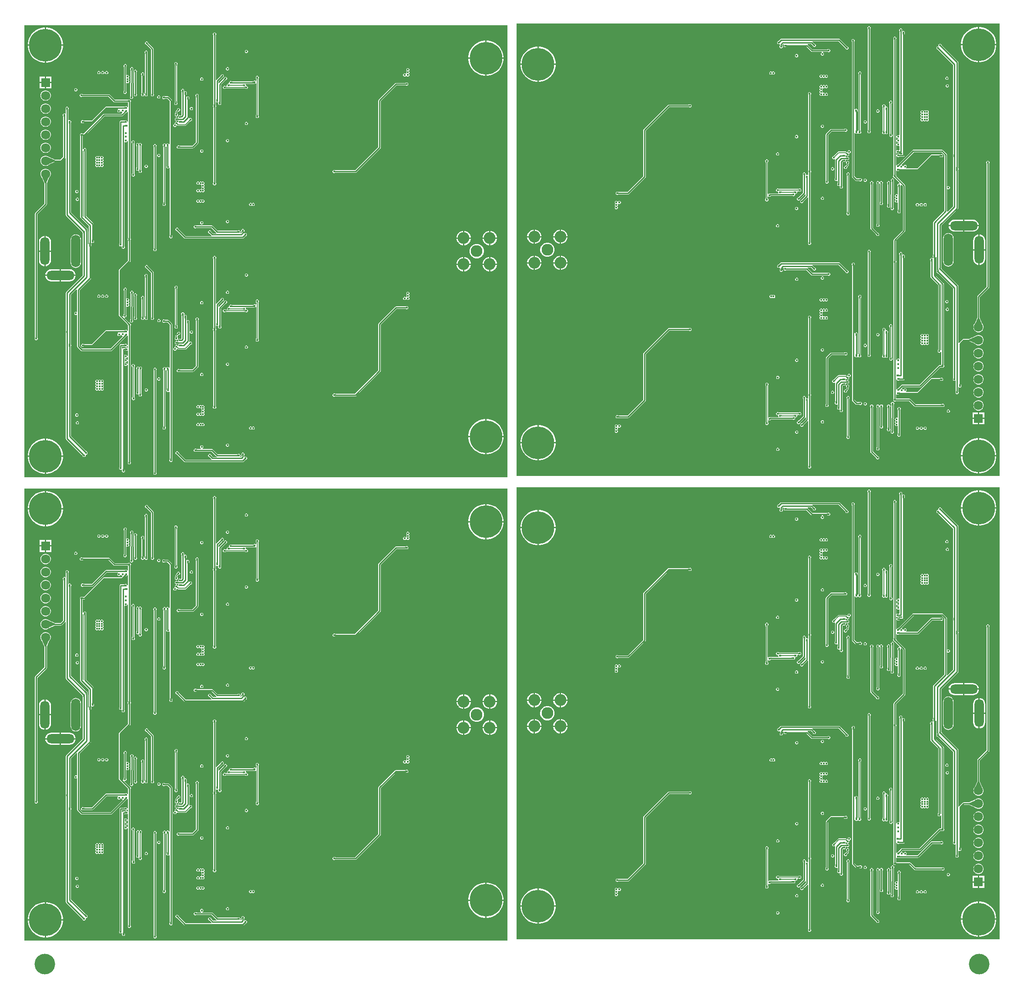
<source format=gbl>
G04*
G04 #@! TF.GenerationSoftware,Altium Limited,Altium Designer,22.5.1 (42)*
G04*
G04 Layer_Physical_Order=4*
G04 Layer_Color=16711680*
%FSLAX25Y25*%
%MOIN*%
G70*
G04*
G04 #@! TF.SameCoordinates,51788D37-BDA4-4E50-BAE2-16D2DB3F6F0A*
G04*
G04*
G04 #@! TF.FilePolarity,Positive*
G04*
G01*
G75*
%ADD15C,0.00800*%
%ADD54C,0.01000*%
%ADD60C,0.00600*%
%ADD64C,0.15748*%
%ADD65C,0.08976*%
%ADD66C,0.25000*%
%ADD67C,0.07087*%
%ADD68R,0.07087X0.07087*%
%ADD69O,0.21260X0.07087*%
%ADD70O,0.07087X0.21260*%
%ADD71O,0.07087X0.24803*%
%ADD72C,0.01575*%
%ADD73C,0.01968*%
%ADD74C,0.02362*%
G36*
X770669Y385827D02*
X400591D01*
Y732283D01*
X770669D01*
Y385827D01*
D02*
G37*
G36*
X393701Y384744D02*
X23622D01*
Y731201D01*
X393701D01*
Y384744D01*
D02*
G37*
G36*
X770669Y30709D02*
X400591D01*
Y377165D01*
X770669D01*
Y30709D01*
D02*
G37*
G36*
X393701Y29626D02*
X23622D01*
Y376083D01*
X393701D01*
Y29626D01*
D02*
G37*
%LPC*%
G36*
X755669Y729720D02*
X755106D01*
Y716720D01*
X768106D01*
Y717283D01*
X767774Y719382D01*
X767117Y721403D01*
X766152Y723296D01*
X764903Y725015D01*
X763401Y726518D01*
X761682Y727767D01*
X759789Y728731D01*
X757768Y729388D01*
X755669Y729720D01*
D02*
G37*
G36*
X754106D02*
X753544D01*
X751445Y729388D01*
X749424Y728731D01*
X747531Y727767D01*
X745812Y726518D01*
X744309Y725015D01*
X743060Y723296D01*
X742095Y721403D01*
X741439Y719382D01*
X741106Y717283D01*
Y716720D01*
X754106D01*
Y729720D01*
D02*
G37*
G36*
X647552Y720655D02*
X603294D01*
X602943Y720585D01*
X602645Y720387D01*
X601703Y719445D01*
X601672Y719434D01*
X601132Y718957D01*
X601089D01*
X600653Y718776D01*
X600319Y718442D01*
X600138Y718005D01*
Y717533D01*
X600319Y717097D01*
X600653Y716763D01*
X601089Y716582D01*
X601561D01*
X601852Y716702D01*
X602364Y716475D01*
X602472Y716170D01*
X602476Y716150D01*
X602466Y716131D01*
X602400Y715411D01*
X602281Y715292D01*
X602100Y714856D01*
Y714383D01*
X602281Y713947D01*
X602615Y713613D01*
X603051Y713432D01*
X603524D01*
X603960Y713613D01*
X604294Y713947D01*
X604475Y714383D01*
Y714856D01*
X604344Y715173D01*
X604330Y715913D01*
X604315Y715948D01*
Y716312D01*
X604751Y716748D01*
X605073Y716708D01*
X605279Y716253D01*
X605283Y716202D01*
X605112Y715787D01*
Y715315D01*
X605293Y714879D01*
X605627Y714544D01*
X606063Y714364D01*
X606535D01*
X606972Y714544D01*
X607002Y714575D01*
X607722Y714619D01*
X607751Y714634D01*
X622651D01*
X626320Y710965D01*
X626617Y710766D01*
X626969Y710697D01*
X634396D01*
X634495Y710196D01*
X634170Y710062D01*
X633836Y709728D01*
X633655Y709291D01*
Y708819D01*
X633836Y708383D01*
X634170Y708048D01*
X634606Y707868D01*
X635079D01*
X635515Y708048D01*
X635849Y708383D01*
X636030Y708819D01*
Y709291D01*
X635849Y709728D01*
X635515Y710062D01*
X635190Y710196D01*
X635289Y710697D01*
X638312D01*
X638342Y710682D01*
X639061Y710638D01*
X639091Y710607D01*
X639528Y710427D01*
X640000D01*
X640437Y710607D01*
X640770Y710942D01*
X640951Y711378D01*
Y711850D01*
X640770Y712287D01*
X640437Y712621D01*
X640000Y712802D01*
X639528D01*
X639091Y712621D01*
X639061Y712591D01*
X638342Y712546D01*
X638312Y712532D01*
X627349D01*
X623680Y716200D01*
X623454Y716352D01*
X623466Y716643D01*
X623537Y716852D01*
X626142D01*
X627012Y715982D01*
X627023Y715950D01*
X627500Y715411D01*
Y715368D01*
X627681Y714931D01*
X628015Y714597D01*
X628451Y714417D01*
X628924D01*
X629360Y714597D01*
X629694Y714931D01*
X629875Y715368D01*
Y715840D01*
X629694Y716277D01*
X629360Y716610D01*
X628924Y716791D01*
X628881D01*
X628341Y717269D01*
X628310Y717279D01*
X627269Y718320D01*
X627376Y718705D01*
X627458Y718820D01*
X647172D01*
X652018Y713974D01*
X652029Y713943D01*
X652506Y713403D01*
Y713360D01*
X652687Y712923D01*
X653021Y712589D01*
X653458Y712409D01*
X653930D01*
X654366Y712589D01*
X654700Y712923D01*
X654881Y713360D01*
Y713832D01*
X654700Y714269D01*
X654366Y714603D01*
X653930Y714783D01*
X653887D01*
X653347Y715261D01*
X653316Y715272D01*
X648201Y720387D01*
X647903Y720585D01*
X647552Y720655D01*
D02*
G37*
G36*
X615341Y708917D02*
X614869D01*
X614432Y708737D01*
X614098Y708402D01*
X613917Y707966D01*
Y707494D01*
X614098Y707057D01*
X614432Y706723D01*
X614869Y706542D01*
X615341D01*
X615777Y706723D01*
X616112Y707057D01*
X616292Y707494D01*
Y707966D01*
X616112Y708402D01*
X615777Y708737D01*
X615341Y708917D01*
D02*
G37*
G36*
X768106Y715721D02*
X755106D01*
Y702720D01*
X755669D01*
X757768Y703053D01*
X759789Y703710D01*
X761682Y704674D01*
X763401Y705923D01*
X764903Y707426D01*
X766152Y709145D01*
X767117Y711038D01*
X767774Y713059D01*
X768106Y715158D01*
Y715721D01*
D02*
G37*
G36*
X754106D02*
X741106D01*
Y715158D01*
X741439Y713059D01*
X742095Y711038D01*
X743060Y709145D01*
X744309Y707426D01*
X745812Y705923D01*
X747531Y704674D01*
X749424Y703710D01*
X751445Y703053D01*
X753544Y702720D01*
X754106D01*
Y715721D01*
D02*
G37*
G36*
X418149Y714720D02*
X417587D01*
Y701721D01*
X430587D01*
Y702283D01*
X430254Y704382D01*
X429598Y706403D01*
X428633Y708296D01*
X427384Y710015D01*
X425881Y711518D01*
X424162Y712767D01*
X422269Y713731D01*
X420248Y714388D01*
X418149Y714720D01*
D02*
G37*
G36*
X416587D02*
X416024D01*
X413925Y714388D01*
X411904Y713731D01*
X410011Y712767D01*
X408292Y711518D01*
X406789Y710015D01*
X405540Y708296D01*
X404576Y706403D01*
X403919Y704382D01*
X403587Y702283D01*
Y701721D01*
X416587D01*
Y714720D01*
D02*
G37*
G36*
X597624Y695728D02*
X597152D01*
X596716Y695547D01*
X596404Y695236D01*
X596092Y695547D01*
X595656Y695728D01*
X595184D01*
X594747Y695547D01*
X594413Y695214D01*
X594232Y694777D01*
Y694305D01*
X594413Y693868D01*
X594747Y693534D01*
X595184Y693354D01*
X595656D01*
X596092Y693534D01*
X596404Y693846D01*
X596716Y693534D01*
X597152Y693354D01*
X597624D01*
X598061Y693534D01*
X598395Y693868D01*
X598576Y694305D01*
Y694777D01*
X598395Y695214D01*
X598061Y695547D01*
X597624Y695728D01*
D02*
G37*
G36*
X638032Y693117D02*
X637559D01*
X637123Y692936D01*
X636811Y692624D01*
X636500Y692936D01*
X636063Y693117D01*
X635591D01*
X635154Y692936D01*
X634843Y692624D01*
X634531Y692936D01*
X634095Y693117D01*
X633622D01*
X633186Y692936D01*
X632852Y692602D01*
X632671Y692165D01*
Y691693D01*
X632852Y691257D01*
X633186Y690922D01*
X633622Y690742D01*
X634095D01*
X634531Y690922D01*
X634843Y691234D01*
X635154Y690922D01*
X635591Y690742D01*
X636063D01*
X636500Y690922D01*
X636811Y691234D01*
X637123Y690922D01*
X637559Y690742D01*
X638032D01*
X638468Y690922D01*
X638802Y691257D01*
X638983Y691693D01*
Y692165D01*
X638802Y692602D01*
X638468Y692936D01*
X638032Y693117D01*
D02*
G37*
G36*
X730354Y691739D02*
X729882D01*
X729446Y691558D01*
X729112Y691224D01*
X728931Y690787D01*
Y690315D01*
X729112Y689879D01*
X729446Y689544D01*
X729882Y689364D01*
X730354D01*
X730791Y689544D01*
X731125Y689879D01*
X731306Y690315D01*
Y690787D01*
X731125Y691224D01*
X730791Y691558D01*
X730354Y691739D01*
D02*
G37*
G36*
X430587Y700721D02*
X417587D01*
Y687720D01*
X418149D01*
X420248Y688053D01*
X422269Y688709D01*
X424162Y689674D01*
X425881Y690923D01*
X427384Y692426D01*
X428633Y694145D01*
X429598Y696038D01*
X430254Y698059D01*
X430587Y700158D01*
Y700721D01*
D02*
G37*
G36*
X416587D02*
X403587D01*
Y700158D01*
X403919Y698059D01*
X404576Y696038D01*
X405540Y694145D01*
X406789Y692426D01*
X408292Y690923D01*
X410011Y689674D01*
X411904Y688709D01*
X413925Y688053D01*
X416024Y687720D01*
X416587D01*
Y700721D01*
D02*
G37*
G36*
X638032Y685243D02*
X637559D01*
X637123Y685062D01*
X636811Y684750D01*
X636500Y685062D01*
X636063Y685243D01*
X635591D01*
X635154Y685062D01*
X634843Y684750D01*
X634531Y685062D01*
X634095Y685243D01*
X633622D01*
X633186Y685062D01*
X632852Y684728D01*
X632671Y684291D01*
Y683819D01*
X632852Y683383D01*
X633163Y683071D01*
X632852Y682759D01*
X632671Y682323D01*
Y681850D01*
X632852Y681414D01*
X633163Y681102D01*
X632852Y680791D01*
X632671Y680354D01*
Y679882D01*
X632852Y679446D01*
X633163Y679134D01*
X632852Y678822D01*
X632671Y678386D01*
Y677913D01*
X632852Y677477D01*
X633186Y677143D01*
X633622Y676962D01*
X634095D01*
X634531Y677143D01*
X634843Y677455D01*
X635154Y677143D01*
X635591Y676962D01*
X636063D01*
X636500Y677143D01*
X636811Y677455D01*
X637123Y677143D01*
X637559Y676962D01*
X638032D01*
X638468Y677143D01*
X638802Y677477D01*
X638983Y677913D01*
Y678386D01*
X638802Y678822D01*
X638468Y679156D01*
X638032Y679337D01*
X637559D01*
X637123Y679156D01*
X636811Y678844D01*
X636500Y679156D01*
X636063Y679337D01*
X635591D01*
X635282Y679209D01*
X634918Y679573D01*
X635046Y679882D01*
Y680354D01*
X634865Y680791D01*
X634553Y681102D01*
X634865Y681414D01*
X635046Y681850D01*
Y682323D01*
X634918Y682631D01*
X635282Y682996D01*
X635591Y682868D01*
X636063D01*
X636500Y683048D01*
X636811Y683360D01*
X637123Y683048D01*
X637559Y682868D01*
X638032D01*
X638468Y683048D01*
X638802Y683383D01*
X638983Y683819D01*
Y684291D01*
X638802Y684728D01*
X638468Y685062D01*
X638032Y685243D01*
D02*
G37*
G36*
X730748Y685833D02*
X730276D01*
X729839Y685652D01*
X729505Y685318D01*
X729324Y684882D01*
Y684409D01*
X729505Y683973D01*
X729839Y683639D01*
X730276Y683458D01*
X730748D01*
X731184Y683639D01*
X731519Y683973D01*
X731699Y684409D01*
Y684882D01*
X731519Y685318D01*
X731184Y685652D01*
X730748Y685833D01*
D02*
G37*
G36*
X533701Y670479D02*
X533228D01*
X532792Y670298D01*
X532762Y670268D01*
X532043Y670223D01*
X532013Y670209D01*
X517126D01*
X516775Y670139D01*
X516477Y669940D01*
X497973Y651436D01*
X497774Y651138D01*
X497705Y650787D01*
Y615341D01*
X485644Y603280D01*
X479208D01*
X479178Y603294D01*
X478459Y603338D01*
X478429Y603369D01*
X477992Y603550D01*
X477520D01*
X477083Y603369D01*
X476749Y603035D01*
X476569Y602598D01*
Y602126D01*
X476749Y601689D01*
X477083Y601356D01*
X477520Y601175D01*
X477992D01*
X478429Y601356D01*
X478459Y601386D01*
X479178Y601430D01*
X479208Y601444D01*
X486024D01*
X486375Y601514D01*
X486673Y601713D01*
X499271Y614312D01*
X499470Y614609D01*
X499540Y614961D01*
Y650407D01*
X517506Y668374D01*
X532013D01*
X532043Y668359D01*
X532762Y668315D01*
X532792Y668285D01*
X533228Y668104D01*
X533701D01*
X534137Y668285D01*
X534471Y668619D01*
X534652Y669055D01*
Y669527D01*
X534471Y669964D01*
X534137Y670298D01*
X533701Y670479D01*
D02*
G37*
G36*
X715341Y665807D02*
X714869D01*
X714432Y665626D01*
X714121Y665315D01*
X713809Y665626D01*
X713373Y665807D01*
X712900D01*
X712464Y665626D01*
X712152Y665315D01*
X711840Y665626D01*
X711404Y665807D01*
X710932D01*
X710495Y665626D01*
X710161Y665292D01*
X709980Y664856D01*
Y664383D01*
X710161Y663947D01*
X710473Y663635D01*
X710161Y663324D01*
X709980Y662887D01*
Y662415D01*
X710161Y661978D01*
X710473Y661667D01*
X710161Y661355D01*
X709980Y660919D01*
Y660447D01*
X710161Y660010D01*
X710473Y659698D01*
X710161Y659387D01*
X709980Y658950D01*
Y658478D01*
X710161Y658041D01*
X710495Y657708D01*
X710932Y657527D01*
X711404D01*
X711840Y657708D01*
X712152Y658019D01*
X712464Y657708D01*
X712900Y657527D01*
X713373D01*
X713809Y657708D01*
X714121Y658019D01*
X714432Y657708D01*
X714869Y657527D01*
X715341D01*
X715777Y657708D01*
X716112Y658041D01*
X716292Y658478D01*
Y658950D01*
X716112Y659387D01*
X715800Y659698D01*
X716112Y660010D01*
X716292Y660447D01*
Y660919D01*
X716112Y661355D01*
X715800Y661667D01*
X716112Y661978D01*
X716292Y662415D01*
Y662887D01*
X716112Y663324D01*
X715800Y663635D01*
X716112Y663947D01*
X716292Y664383D01*
Y664856D01*
X716112Y665292D01*
X715777Y665626D01*
X715341Y665807D01*
D02*
G37*
G36*
X677546Y666594D02*
X677073D01*
X676637Y666414D01*
X676303Y666080D01*
X676122Y665643D01*
Y665171D01*
X676303Y664734D01*
X676637Y664400D01*
X677073Y664220D01*
X677546D01*
X677982Y664400D01*
X678316Y664734D01*
X678497Y665171D01*
Y665643D01*
X678316Y666080D01*
X677982Y666414D01*
X677546Y666594D01*
D02*
G37*
G36*
X667953Y658176D02*
X667481D01*
X667044Y657995D01*
X666710Y657661D01*
X666529Y657224D01*
Y656752D01*
X666710Y656316D01*
X667044Y655981D01*
X667481Y655801D01*
X667953D01*
X668389Y655981D01*
X668723Y656316D01*
X668904Y656752D01*
Y657224D01*
X668723Y657661D01*
X668389Y657995D01*
X667953Y658176D01*
D02*
G37*
G36*
X635079Y654786D02*
X634606D01*
X634170Y654605D01*
X633836Y654271D01*
X633655Y653835D01*
Y653362D01*
X633836Y652926D01*
X634170Y652592D01*
X634606Y652411D01*
X635079D01*
X635515Y652592D01*
X635849Y652926D01*
X636030Y653362D01*
Y653835D01*
X635849Y654271D01*
X635515Y654605D01*
X635079Y654786D01*
D02*
G37*
G36*
X652995Y651775D02*
X652523D01*
X652087Y651594D01*
X652056Y651564D01*
X651337Y651519D01*
X651307Y651505D01*
X641624D01*
X641273Y651435D01*
X640975Y651236D01*
X637684Y647946D01*
X637485Y647648D01*
X637416Y647297D01*
Y612528D01*
X637401Y612499D01*
X637357Y611779D01*
X637327Y611749D01*
X637146Y611312D01*
Y610840D01*
X637327Y610404D01*
X637661Y610070D01*
X638097Y609889D01*
X638569D01*
X639006Y610070D01*
X639340Y610404D01*
X639521Y610840D01*
Y611312D01*
X639340Y611749D01*
X639310Y611779D01*
X639265Y612499D01*
X639251Y612528D01*
Y646917D01*
X642004Y649670D01*
X651307D01*
X651337Y649655D01*
X652056Y649611D01*
X652087Y649581D01*
X652523Y649400D01*
X652995D01*
X653432Y649581D01*
X653766Y649915D01*
X653947Y650351D01*
Y650823D01*
X653766Y651260D01*
X653432Y651594D01*
X652995Y651775D01*
D02*
G37*
G36*
X670853Y730374D02*
X670380D01*
X669944Y730193D01*
X669610Y729859D01*
X669429Y729423D01*
Y728950D01*
X669610Y728514D01*
X669645Y728479D01*
X669691Y727758D01*
X669705Y727729D01*
Y650953D01*
X669691Y650924D01*
X669647Y650204D01*
X669616Y650174D01*
X669436Y649738D01*
Y649265D01*
X669616Y648829D01*
X669950Y648495D01*
X670387Y648314D01*
X670859D01*
X671296Y648495D01*
X671630Y648829D01*
X671810Y649265D01*
Y649738D01*
X671630Y650174D01*
X671599Y650204D01*
X671555Y650924D01*
X671541Y650953D01*
Y727740D01*
X671555Y727771D01*
X671598Y728488D01*
X671623Y728514D01*
X671804Y728950D01*
Y729423D01*
X671623Y729859D01*
X671289Y730193D01*
X670853Y730374D01*
D02*
G37*
G36*
X658648Y720532D02*
X658176D01*
X657739Y720351D01*
X657405Y720017D01*
X657225Y719580D01*
Y719108D01*
X657405Y718671D01*
X657436Y718641D01*
X657480Y717922D01*
X657494Y717892D01*
Y615013D01*
X657564Y614662D01*
X657763Y614364D01*
X660125Y612002D01*
X660423Y611803D01*
X660774Y611733D01*
X662472D01*
X662501Y611719D01*
X663221Y611675D01*
X663251Y611645D01*
X663688Y611464D01*
X664160D01*
X664596Y611645D01*
X664930Y611978D01*
X665111Y612415D01*
Y612887D01*
X664930Y613324D01*
X664596Y613658D01*
X664160Y613838D01*
X663688D01*
X663251Y613658D01*
X663221Y613627D01*
X662501Y613583D01*
X662472Y613569D01*
X661154D01*
X659330Y615393D01*
Y648359D01*
X659830Y648458D01*
X659842Y648427D01*
X660176Y648093D01*
X660613Y647913D01*
X661085D01*
X661521Y648093D01*
X661817Y648389D01*
X662099Y648410D01*
X662381Y648389D01*
X662676Y648093D01*
X663113Y647913D01*
X663585D01*
X664021Y648093D01*
X664356Y648427D01*
X664536Y648864D01*
Y649336D01*
X664383Y649706D01*
X664269Y650561D01*
X664255Y650584D01*
Y692933D01*
X664264Y692947D01*
X664422Y693753D01*
X664537Y693868D01*
X664717Y694305D01*
Y694777D01*
X664537Y695214D01*
X664203Y695547D01*
X663766Y695728D01*
X663294D01*
X662857Y695547D01*
X662523Y695214D01*
X662343Y694777D01*
Y694305D01*
X662496Y693935D01*
X662610Y693080D01*
X662624Y693057D01*
Y650708D01*
X662614Y650694D01*
X662525Y650237D01*
X661972Y650009D01*
X661773Y650144D01*
X661743Y650556D01*
X661729Y650584D01*
Y664386D01*
X661744Y664417D01*
X661778Y665126D01*
X661781Y665128D01*
X661962Y665565D01*
Y666037D01*
X661781Y666473D01*
X661447Y666807D01*
X661010Y666988D01*
X660538D01*
X660102Y666807D01*
X659830Y666535D01*
X659537Y666587D01*
X659330Y666689D01*
Y717892D01*
X659344Y717922D01*
X659388Y718641D01*
X659418Y718671D01*
X659599Y719108D01*
Y719580D01*
X659418Y720017D01*
X659085Y720351D01*
X658648Y720532D01*
D02*
G37*
G36*
X682161Y670422D02*
X681688D01*
X681252Y670241D01*
X680918Y669907D01*
X680737Y669471D01*
Y668998D01*
X680918Y668562D01*
X680960Y668520D01*
X681097Y667697D01*
X681109Y667679D01*
Y650374D01*
X681100Y650361D01*
X680940Y649561D01*
X680808Y649429D01*
X680627Y648993D01*
Y648521D01*
X680808Y648084D01*
X681142Y647750D01*
X681578Y647569D01*
X682051D01*
X682487Y647750D01*
X682821Y648084D01*
X683155Y647750D01*
X683592Y647569D01*
X684064D01*
X684501Y647750D01*
X684835Y648084D01*
X685015Y648521D01*
Y648993D01*
X684835Y649429D01*
X684828Y649436D01*
X684793Y650146D01*
X684778Y650177D01*
Y666005D01*
X684792Y666034D01*
X684844Y666758D01*
X684899Y666813D01*
X685080Y667249D01*
Y667722D01*
X684899Y668158D01*
X684565Y668492D01*
X684129Y668673D01*
X683656D01*
X683490Y668604D01*
X683107Y668987D01*
X683112Y668998D01*
Y669471D01*
X682931Y669907D01*
X682597Y670241D01*
X682161Y670422D01*
D02*
G37*
G36*
X695065Y728602D02*
X694593D01*
X694157Y728422D01*
X693823Y728088D01*
X693642Y727651D01*
Y727179D01*
X693823Y726742D01*
X693853Y726712D01*
X693897Y725993D01*
X693912Y725963D01*
Y647004D01*
X693412Y646748D01*
X693150Y646857D01*
X692677D01*
X692241Y646676D01*
X691907Y646342D01*
X691726Y645905D01*
Y645433D01*
X691907Y644997D01*
X692241Y644663D01*
X692677Y644482D01*
X693150D01*
X693598Y644193D01*
X693150Y643904D01*
X693143Y643904D01*
X692677D01*
X692241Y643723D01*
X691907Y643389D01*
X691726Y642953D01*
Y642480D01*
X691907Y642044D01*
X692241Y641710D01*
X692677Y641529D01*
X693150D01*
X693598Y641240D01*
X693150Y640951D01*
X693143Y640951D01*
X692677D01*
X692241Y640770D01*
X691907Y640436D01*
X691726Y640000D01*
Y639528D01*
X691907Y639091D01*
X692241Y638757D01*
X692677Y638576D01*
X693150D01*
X693412Y638685D01*
X693912Y638429D01*
Y635529D01*
X693882Y635466D01*
X693412Y635097D01*
X692979Y635123D01*
X692949Y635154D01*
X692513Y635335D01*
X692040D01*
X691700Y635193D01*
X691362Y635335D01*
X691200Y635457D01*
Y719730D01*
X691214Y719759D01*
X691263Y720482D01*
X691308Y720527D01*
X691489Y720964D01*
Y721436D01*
X691308Y721873D01*
X690974Y722207D01*
X690538Y722387D01*
X690065D01*
X689629Y722207D01*
X689295Y721873D01*
X689114Y721436D01*
Y720964D01*
X689295Y720527D01*
X689311Y720512D01*
X689350Y719797D01*
X689364Y719767D01*
Y616772D01*
X689350Y616743D01*
X689301Y616020D01*
X689256Y615975D01*
X689075Y615539D01*
Y615066D01*
X689256Y614630D01*
X689590Y614296D01*
X690026Y614115D01*
X690069D01*
X690609Y613637D01*
X690640Y613627D01*
X694076Y610191D01*
X693885Y609826D01*
X693813Y609746D01*
X693370D01*
X692934Y609566D01*
X692600Y609232D01*
X692419Y608795D01*
Y608323D01*
X692592Y607905D01*
X692623Y607191D01*
X692638Y607159D01*
Y601678D01*
X692428Y601543D01*
X692138Y601430D01*
X691772Y601581D01*
X691299D01*
X690863Y601400D01*
X690529Y601066D01*
X690348Y600630D01*
Y600157D01*
X690529Y599721D01*
X690841Y599409D01*
X690529Y599098D01*
X690348Y598661D01*
Y598189D01*
X690529Y597753D01*
X690840Y597441D01*
X690529Y597129D01*
X690348Y596693D01*
Y596220D01*
X690529Y595784D01*
X690863Y595450D01*
X691299Y595269D01*
X691772D01*
X692138Y595421D01*
X692428Y595308D01*
X692638Y595172D01*
Y589686D01*
X692624Y589660D01*
X692624Y589658D01*
X692624Y589657D01*
X692568Y588932D01*
X692497Y588862D01*
X692317Y588425D01*
Y587953D01*
X692497Y587516D01*
X692831Y587182D01*
X693268Y587002D01*
X693740D01*
X694177Y587182D01*
X694511Y587516D01*
X694691Y587953D01*
Y588425D01*
X694519Y588843D01*
X694488Y589557D01*
X694473Y589589D01*
Y607061D01*
X694487Y607088D01*
X694486Y607090D01*
X694487Y607091D01*
X694543Y607816D01*
X694613Y607886D01*
X694794Y608323D01*
Y608766D01*
X694874Y608837D01*
X695238Y609029D01*
X696523Y607744D01*
Y574002D01*
X689706Y567184D01*
X689506Y566886D01*
X689437Y566535D01*
Y551339D01*
X689422Y551310D01*
X689378Y550590D01*
X689348Y550560D01*
X689167Y550124D01*
Y549651D01*
X689348Y549215D01*
X689363Y549199D01*
X689402Y548485D01*
X689417Y548454D01*
Y445459D01*
X689403Y445430D01*
X689354Y444708D01*
X689308Y444662D01*
X689128Y444226D01*
Y443754D01*
X689308Y443317D01*
X689642Y442983D01*
X690079Y442802D01*
X690551D01*
X690988Y442983D01*
X691018Y443013D01*
X691737Y443058D01*
X691767Y443072D01*
X701299D01*
X705257Y439115D01*
X705554Y438916D01*
X705905Y438846D01*
X725660D01*
X725690Y438832D01*
X726409Y438787D01*
X726439Y438757D01*
X726876Y438576D01*
X727348D01*
X727784Y438757D01*
X728118Y439091D01*
X728299Y439528D01*
Y440000D01*
X728118Y440436D01*
X727784Y440770D01*
X727348Y440951D01*
X726876D01*
X726439Y440770D01*
X726409Y440740D01*
X725690Y440696D01*
X725660Y440681D01*
X706286D01*
X702328Y444639D01*
X702031Y444838D01*
X701680Y444907D01*
X691767D01*
X691737Y444922D01*
X691291Y444949D01*
X691267Y445392D01*
X691252Y445423D01*
Y448344D01*
X691556Y448474D01*
X691752Y448498D01*
X692044Y448206D01*
X692480Y448025D01*
X692953D01*
X693389Y448206D01*
X693419Y448236D01*
X694139Y448280D01*
X694169Y448295D01*
X708071D01*
X708422Y448365D01*
X708720Y448564D01*
X719081Y458925D01*
X724729D01*
X724759Y458910D01*
X725478Y458866D01*
X725508Y458836D01*
X725945Y458655D01*
X726417D01*
X726854Y458836D01*
X727188Y459170D01*
X727368Y459606D01*
Y460079D01*
X727188Y460515D01*
X726854Y460849D01*
X726417Y461030D01*
X725945D01*
X725508Y460849D01*
X725478Y460819D01*
X724759Y460775D01*
X724729Y460760D01*
X718701D01*
X718350Y460690D01*
X718052Y460491D01*
X707691Y450130D01*
X699116D01*
X699014Y450337D01*
X698963Y450630D01*
X699235Y450902D01*
X699416Y451339D01*
Y451811D01*
X699235Y452247D01*
X698901Y452581D01*
X698464Y452762D01*
X697992D01*
X697556Y452581D01*
X697222Y452247D01*
X697085Y451917D01*
X696698Y451851D01*
X696564Y451867D01*
X696479Y452073D01*
X696145Y452407D01*
X695709Y452587D01*
X695538Y453087D01*
X696257Y453807D01*
X709646D01*
X709997Y453877D01*
X710294Y454076D01*
X725113Y468894D01*
X725634D01*
X725669Y468878D01*
X726409Y468865D01*
X726726Y468734D01*
X727198D01*
X727635Y468915D01*
X727969Y469249D01*
X728150Y469685D01*
Y470157D01*
X727969Y470594D01*
X727939Y470624D01*
X727894Y471344D01*
X727880Y471373D01*
Y532880D01*
X727810Y533231D01*
X727611Y533529D01*
X721390Y539750D01*
Y552682D01*
X721405Y552712D01*
X721444Y553345D01*
X721614Y553521D01*
X722114Y553319D01*
Y543873D01*
X722184Y543522D01*
X722383Y543224D01*
X722398Y543210D01*
Y542945D01*
X722238Y542559D01*
Y542087D01*
X722419Y541650D01*
X722753Y541316D01*
X723189Y541135D01*
X723232D01*
X723772Y540658D01*
X723803Y540647D01*
X735106Y529344D01*
Y461295D01*
X735091Y461265D01*
X735047Y460545D01*
X735017Y460515D01*
X734836Y460079D01*
Y459606D01*
X735017Y459170D01*
X735351Y458836D01*
X735787Y458655D01*
X736260D01*
X736575Y458785D01*
X736946Y458618D01*
X737075Y458507D01*
Y451058D01*
X737060Y451028D01*
X737016Y450309D01*
X736985Y450279D01*
X736805Y449843D01*
Y449370D01*
X736985Y448934D01*
X737320Y448600D01*
X737756Y448419D01*
X738228D01*
X738665Y448600D01*
X738999Y448934D01*
X739180Y449370D01*
Y449843D01*
X738999Y450279D01*
X738969Y450309D01*
X738924Y451028D01*
X738910Y451058D01*
Y453586D01*
X739410Y453793D01*
X739485Y453718D01*
X739921Y453537D01*
X740394D01*
X740830Y453718D01*
X741164Y454052D01*
X741345Y454488D01*
Y454961D01*
X741164Y455397D01*
X741134Y455427D01*
X741090Y456147D01*
X741075Y456176D01*
Y486792D01*
X743181Y488897D01*
X747244D01*
X751717Y486938D01*
X751722Y486938D01*
X752000Y486659D01*
X752899Y486140D01*
X753902Y485872D01*
X754940D01*
X755943Y486140D01*
X756843Y486659D01*
X757577Y487394D01*
X758096Y488293D01*
X758365Y489296D01*
Y490334D01*
X758096Y491337D01*
X757577Y492236D01*
X756843Y492970D01*
X755943Y493490D01*
X754940Y493758D01*
X753902D01*
X752899Y493490D01*
X752000Y492970D01*
X751722Y492692D01*
X751717Y492692D01*
X747244Y490733D01*
X742801D01*
X742450Y490663D01*
X742152Y490464D01*
X739509Y487820D01*
X739410Y487673D01*
X738910Y487824D01*
Y531299D01*
X738840Y531650D01*
X738641Y531948D01*
X726676Y543914D01*
X726665Y543945D01*
X726187Y544485D01*
Y544527D01*
X726007Y544964D01*
X725976Y544994D01*
X725932Y545714D01*
X725918Y545743D01*
Y577572D01*
X738588Y590243D01*
X738787Y590541D01*
X738857Y590892D01*
Y619467D01*
X738872Y619497D01*
X738916Y620216D01*
X738946Y620246D01*
X739127Y620683D01*
Y621155D01*
X738946Y621592D01*
X738916Y621622D01*
X738872Y622341D01*
X738857Y622371D01*
Y702612D01*
X738787Y702963D01*
X738588Y703261D01*
X726623Y715226D01*
X726612Y715257D01*
X726135Y715797D01*
Y715840D01*
X725954Y716277D01*
X725620Y716610D01*
X725183Y716791D01*
X724711D01*
X724275Y716610D01*
X723941Y716277D01*
X723760Y715840D01*
Y715368D01*
X723794Y715285D01*
X723744Y715160D01*
X723445Y714823D01*
X723136D01*
X722700Y714642D01*
X722366Y714308D01*
X722185Y713872D01*
Y713399D01*
X722366Y712963D01*
X722700Y712629D01*
X723136Y712448D01*
X723179D01*
X723719Y711971D01*
X723750Y711960D01*
X735053Y700657D01*
Y632607D01*
X735039Y632577D01*
X734995Y631858D01*
X734964Y631828D01*
X734784Y631391D01*
Y630919D01*
X734964Y630482D01*
X734995Y630452D01*
X735039Y629733D01*
X735053Y629703D01*
Y592453D01*
X730810Y588210D01*
X730687Y588223D01*
X730248Y588583D01*
Y605357D01*
X730377Y605469D01*
X730749Y605636D01*
X731063Y605506D01*
X731535D01*
X731972Y605686D01*
X732306Y606020D01*
X732487Y606457D01*
Y606929D01*
X732306Y607366D01*
X731972Y607699D01*
X731535Y607880D01*
X731063D01*
X730749Y607750D01*
X730377Y607917D01*
X730248Y608028D01*
Y631890D01*
X730179Y632241D01*
X729980Y632539D01*
X727224Y635294D01*
X726926Y635493D01*
X726575Y635563D01*
X704433D01*
X704082Y635493D01*
X703784Y635294D01*
X693140Y624650D01*
X693109Y624640D01*
X692569Y624162D01*
X692526D01*
X692090Y623981D01*
X691756Y623647D01*
X691700Y623512D01*
X691200Y623611D01*
Y632838D01*
X691362Y632960D01*
X691700Y633101D01*
X692040Y632960D01*
X692513D01*
X692949Y633141D01*
X692979Y633171D01*
X693699Y633215D01*
X693728Y633229D01*
X694829D01*
X695180Y633299D01*
X695433Y633468D01*
X695649Y633416D01*
X695933Y633279D01*
Y632217D01*
X694366D01*
X694336Y632231D01*
X693616Y632275D01*
X693586Y632306D01*
X693150Y632487D01*
X692677D01*
X692241Y632306D01*
X691907Y631972D01*
X691726Y631535D01*
Y631063D01*
X691907Y630627D01*
X692241Y630293D01*
X692677Y630112D01*
X693150D01*
X693586Y630293D01*
X693616Y630323D01*
X694336Y630367D01*
X694366Y630381D01*
X696850D01*
X697202Y630451D01*
X697499Y630650D01*
X697698Y630948D01*
X697768Y631299D01*
Y723942D01*
X697783Y723971D01*
X697827Y724691D01*
X697857Y724721D01*
X698038Y725157D01*
Y725630D01*
X697857Y726066D01*
X697523Y726400D01*
X697087Y726581D01*
X696614D01*
X696290Y726447D01*
X695986Y726592D01*
X695836Y726742D01*
X696017Y727179D01*
Y727651D01*
X695836Y728088D01*
X695502Y728422D01*
X695065Y728602D01*
D02*
G37*
G36*
X687388Y673287D02*
X686916D01*
X686480Y673107D01*
X686145Y672773D01*
X685965Y672336D01*
Y671864D01*
X686145Y671427D01*
X686267Y671306D01*
X686426Y670502D01*
X686435Y670488D01*
Y648183D01*
X686421Y648159D01*
X686308Y647297D01*
X686162Y646943D01*
Y646470D01*
X686342Y646034D01*
X686676Y645700D01*
X687113Y645519D01*
X687585D01*
X688022Y645700D01*
X688356Y646034D01*
X688536Y646470D01*
Y646943D01*
X688356Y647379D01*
X688234Y647501D01*
X688075Y648305D01*
X688066Y648318D01*
Y670623D01*
X688080Y670647D01*
X688193Y671509D01*
X688340Y671864D01*
Y672336D01*
X688159Y672773D01*
X687825Y673107D01*
X687388Y673287D01*
D02*
G37*
G36*
X615341Y646909D02*
X614869D01*
X614432Y646729D01*
X614098Y646395D01*
X613917Y645958D01*
Y645486D01*
X614098Y645049D01*
X614432Y644715D01*
X614869Y644535D01*
X615341D01*
X615777Y644715D01*
X616112Y645049D01*
X616292Y645486D01*
Y645958D01*
X616112Y646395D01*
X615777Y646729D01*
X615341Y646909D01*
D02*
G37*
G36*
X655597Y635295D02*
X655125D01*
X654688Y635114D01*
X654354Y634780D01*
X654173Y634344D01*
Y634034D01*
X653780Y633763D01*
X653711Y633744D01*
X653615Y633810D01*
X653597Y633814D01*
X653317Y634094D01*
X653317Y634094D01*
X653053Y634271D01*
X652741Y634333D01*
X652741Y634333D01*
X647388D01*
X647388Y634333D01*
X647076Y634271D01*
X646811Y634094D01*
X643974Y631257D01*
X643953Y631252D01*
X643274Y630768D01*
X643215D01*
X642779Y630587D01*
X642445Y630253D01*
X642264Y629816D01*
Y629344D01*
X642445Y628908D01*
X642779Y628574D01*
X643215Y628393D01*
X643687D01*
X644124Y628574D01*
X644538Y628332D01*
X644562Y628304D01*
X644502Y628006D01*
Y614497D01*
X644488Y614467D01*
X644444Y613748D01*
X644413Y613718D01*
X644232Y613281D01*
Y612809D01*
X644413Y612372D01*
X644747Y612038D01*
X645184Y611857D01*
X645656D01*
X645971Y611988D01*
X646343Y611821D01*
X646471Y611709D01*
Y610560D01*
X646456Y610530D01*
X646412Y609811D01*
X646382Y609780D01*
X646201Y609344D01*
Y608872D01*
X646382Y608435D01*
X646716Y608101D01*
X647152Y607920D01*
X647624D01*
X647891Y608031D01*
X647963Y608003D01*
X648271Y607620D01*
X648169Y607375D01*
Y606903D01*
X648350Y606467D01*
X648684Y606133D01*
X649121Y605952D01*
X649593D01*
X650029Y606133D01*
X650363Y606467D01*
X650544Y606903D01*
Y607375D01*
X650363Y607812D01*
X650333Y607842D01*
X650289Y608562D01*
X650274Y608591D01*
Y626051D01*
X650432Y626208D01*
X650850Y626460D01*
X651286Y626279D01*
X651758D01*
X652195Y626460D01*
X652529Y626793D01*
X652710Y627230D01*
Y627702D01*
X652696Y627736D01*
X652697Y627748D01*
X652998Y628145D01*
X653507Y628155D01*
X653515Y628147D01*
X653951Y627966D01*
X654424D01*
X654860Y628147D01*
X655194Y628481D01*
X655375Y628917D01*
Y629390D01*
X655194Y629826D01*
X654860Y630160D01*
X654424Y630341D01*
X653951D01*
X653515Y630160D01*
X653485Y630130D01*
X652846Y630091D01*
X652646Y630337D01*
X652645Y630339D01*
X652566Y630571D01*
X652710Y630917D01*
Y631390D01*
X653171Y631503D01*
X653181Y631481D01*
X653515Y631147D01*
X653951Y630966D01*
X654424D01*
X654860Y631147D01*
X655194Y631481D01*
X655375Y631917D01*
Y632390D01*
X655362Y632420D01*
X655597Y632920D01*
X656033Y633101D01*
X656367Y633435D01*
X656548Y633872D01*
Y634344D01*
X656367Y634780D01*
X656033Y635114D01*
X655597Y635295D01*
D02*
G37*
G36*
X600822Y633720D02*
X600350D01*
X599913Y633540D01*
X599579Y633206D01*
X599399Y632769D01*
Y632297D01*
X599579Y631860D01*
X599913Y631526D01*
X600350Y631346D01*
X600822D01*
X601259Y631526D01*
X601592Y631860D01*
X601773Y632297D01*
Y632769D01*
X601592Y633206D01*
X601259Y633540D01*
X600822Y633720D01*
D02*
G37*
G36*
X654424Y627166D02*
X653951D01*
X653515Y626985D01*
X653181Y626651D01*
X653000Y626215D01*
Y625742D01*
X653181Y625306D01*
X653231Y625256D01*
X653469Y624353D01*
X653474Y624346D01*
Y624077D01*
X653156Y623759D01*
X653148Y623758D01*
X652341Y623287D01*
X652270D01*
X651834Y623107D01*
X651500Y622773D01*
X651319Y622336D01*
Y621864D01*
X651500Y621427D01*
X651834Y621093D01*
X652270Y620913D01*
X652743D01*
X653179Y621093D01*
X653513Y621427D01*
X653694Y621864D01*
Y621934D01*
X654164Y622741D01*
X654165Y622750D01*
X654692Y623276D01*
X654847Y623508D01*
X654901Y623781D01*
Y624346D01*
X654906Y624353D01*
X655144Y625256D01*
X655194Y625306D01*
X655375Y625742D01*
Y626215D01*
X655194Y626651D01*
X654860Y626985D01*
X654424Y627166D01*
D02*
G37*
G36*
X642953Y622250D02*
X642481D01*
X642044Y622070D01*
X641710Y621736D01*
X641529Y621299D01*
Y620827D01*
X641710Y620390D01*
X642044Y620056D01*
X642481Y619876D01*
X642953D01*
X643389Y620056D01*
X643723Y620390D01*
X643904Y620827D01*
Y621299D01*
X643723Y621736D01*
X643389Y622070D01*
X642953Y622250D01*
D02*
G37*
G36*
X625267Y679768D02*
X624795D01*
X624358Y679587D01*
X624024Y679253D01*
X623844Y678817D01*
Y678344D01*
X624024Y677908D01*
X624032Y677900D01*
X624068Y677189D01*
X624083Y677158D01*
Y620546D01*
X624068Y620517D01*
X624024Y619797D01*
X623993Y619767D01*
X623813Y619331D01*
Y618858D01*
X623993Y618422D01*
X624024Y618392D01*
X624068Y617672D01*
X624083Y617642D01*
Y616493D01*
X623870Y616357D01*
X623583Y616245D01*
X623215Y616398D01*
X622743D01*
X622476Y616287D01*
X622404Y616315D01*
X622096Y616698D01*
X622198Y616943D01*
Y617415D01*
X622017Y617851D01*
X621683Y618185D01*
X621246Y618366D01*
X620774D01*
X620338Y618185D01*
X620004Y617851D01*
X619823Y617415D01*
Y616943D01*
X620004Y616506D01*
X620034Y616476D01*
X620078Y615757D01*
X620093Y615727D01*
Y602870D01*
X616931Y599709D01*
X616900Y599698D01*
X616360Y599220D01*
X616318D01*
X615881Y599040D01*
X615547Y598706D01*
X615366Y598269D01*
Y597797D01*
X615547Y597360D01*
X615881Y597026D01*
X616318Y596846D01*
X616790D01*
X617226Y597026D01*
X617560Y597360D01*
X617741Y597797D01*
Y597840D01*
X618218Y598380D01*
X618229Y598411D01*
X621561Y601743D01*
X621946Y601636D01*
X622061Y601554D01*
Y600338D01*
X619431Y597709D01*
X619400Y597698D01*
X618860Y597220D01*
X618818D01*
X618381Y597040D01*
X618047Y596706D01*
X617866Y596269D01*
Y595797D01*
X618047Y595360D01*
X618381Y595026D01*
X618818Y594846D01*
X619290D01*
X619726Y595026D01*
X620060Y595360D01*
X620241Y595797D01*
Y595840D01*
X620718Y596380D01*
X620729Y596411D01*
X623583Y599264D01*
X623772Y599240D01*
X624083Y599090D01*
Y565428D01*
X624068Y565399D01*
X624024Y564679D01*
X623993Y564649D01*
X623813Y564213D01*
Y563740D01*
X623993Y563304D01*
X624328Y562970D01*
X624764Y562789D01*
X625236D01*
X625673Y562970D01*
X626007Y563304D01*
X626188Y563740D01*
Y564213D01*
X626007Y564649D01*
X625976Y564679D01*
X625932Y565399D01*
X625918Y565428D01*
Y617642D01*
X625932Y617672D01*
X625976Y618392D01*
X626007Y618422D01*
X626188Y618858D01*
Y619331D01*
X626007Y619767D01*
X625976Y619797D01*
X625932Y620517D01*
X625918Y620546D01*
Y677101D01*
X625932Y677130D01*
X625984Y677854D01*
X626038Y677908D01*
X626218Y678344D01*
Y678817D01*
X626038Y679253D01*
X625704Y679587D01*
X625267Y679768D01*
D02*
G37*
G36*
X667896Y613445D02*
X667424D01*
X666987Y613264D01*
X666653Y612930D01*
X666472Y612494D01*
Y612021D01*
X666653Y611585D01*
X666987Y611251D01*
X667424Y611070D01*
X667896D01*
X668332Y611251D01*
X668666Y611585D01*
X668847Y612021D01*
Y612494D01*
X668666Y612930D01*
X668332Y613264D01*
X667896Y613445D01*
D02*
G37*
G36*
X680290Y611720D02*
X679817D01*
X679381Y611540D01*
X679047Y611206D01*
X678990Y611067D01*
X678448D01*
X678413Y611153D01*
X678079Y611487D01*
X677643Y611668D01*
X677170D01*
X676734Y611487D01*
X676400Y611153D01*
X676219Y610716D01*
Y610244D01*
X676400Y609808D01*
X676430Y609777D01*
X676474Y609058D01*
X676489Y609028D01*
Y579208D01*
X676474Y579178D01*
X676430Y578459D01*
X676400Y578429D01*
X676219Y577992D01*
Y577520D01*
X676400Y577083D01*
X676734Y576749D01*
X677170Y576569D01*
X677643D01*
X678079Y576749D01*
X678413Y577083D01*
X678594Y577520D01*
Y577992D01*
X678413Y578429D01*
X678383Y578459D01*
X678339Y579178D01*
X678324Y579208D01*
Y609028D01*
X678339Y609058D01*
X678383Y609777D01*
X678413Y609808D01*
X678470Y609946D01*
X679012D01*
X679047Y609860D01*
X679077Y609830D01*
X679121Y609111D01*
X679136Y609081D01*
Y596005D01*
X679121Y595975D01*
X679077Y595256D01*
X679047Y595225D01*
X678866Y594789D01*
Y594316D01*
X679047Y593880D01*
X679381Y593546D01*
X679817Y593365D01*
X680290D01*
X680726Y593546D01*
X681060Y593880D01*
X681241Y594316D01*
Y594789D01*
X681060Y595225D01*
X681030Y595256D01*
X680986Y595975D01*
X680971Y596005D01*
Y609081D01*
X680986Y609111D01*
X681030Y609830D01*
X681060Y609860D01*
X681241Y610297D01*
Y610769D01*
X681060Y611206D01*
X680726Y611540D01*
X680290Y611720D01*
D02*
G37*
G36*
X592506Y628406D02*
X592034D01*
X591598Y628225D01*
X591264Y627891D01*
X591083Y627454D01*
Y626982D01*
X591264Y626545D01*
X591305Y626504D01*
X591443Y625681D01*
X591455Y625663D01*
Y598852D01*
X591443Y598834D01*
X591305Y598011D01*
X591264Y597969D01*
X591083Y597533D01*
Y597061D01*
X591264Y596624D01*
X591598Y596290D01*
X592034Y596109D01*
X592506D01*
X592943Y596290D01*
X593277Y596624D01*
X593458Y597061D01*
Y597533D01*
X593277Y597969D01*
X593235Y598011D01*
X593097Y598834D01*
X593086Y598852D01*
Y599607D01*
X593566Y599833D01*
X594002Y599653D01*
X594475D01*
X594911Y599833D01*
X595245Y600168D01*
X595275Y600239D01*
X595854Y600304D01*
X595877Y600316D01*
X611291D01*
X611320Y600302D01*
X612040Y600257D01*
X612070Y600227D01*
X612506Y600046D01*
X612979D01*
X613415Y600227D01*
X613749Y600561D01*
X613930Y600998D01*
Y601470D01*
X613896Y601553D01*
X613946Y601678D01*
X614246Y602015D01*
X614554D01*
X614990Y602196D01*
X615324Y602530D01*
X615505Y602966D01*
Y603439D01*
X615490Y603474D01*
X615824Y603974D01*
X615899D01*
X615917Y603963D01*
X616740Y603825D01*
X616782Y603783D01*
X617218Y603602D01*
X617691D01*
X618127Y603783D01*
X618461Y604117D01*
X618642Y604554D01*
Y605026D01*
X618461Y605462D01*
X618127Y605796D01*
X617691Y605977D01*
X617218D01*
X616782Y605796D01*
X616740Y605754D01*
X615917Y605617D01*
X615899Y605605D01*
X602093D01*
X602075Y605617D01*
X601253Y605754D01*
X601210Y605796D01*
X600774Y605977D01*
X600302D01*
X599865Y605796D01*
X599531Y605462D01*
X599351Y605026D01*
Y604554D01*
X599531Y604117D01*
X599865Y603783D01*
X600302Y603602D01*
X600586D01*
X600829Y603516D01*
X601048Y603175D01*
Y602966D01*
X601178Y602652D01*
X601011Y602280D01*
X600900Y602151D01*
X595709D01*
X595666Y602165D01*
X595657Y602160D01*
X595647Y602163D01*
X595569Y602151D01*
X594788D01*
X594437Y602082D01*
X594356Y602028D01*
X594002D01*
X593566Y601847D01*
X593086Y602074D01*
Y625663D01*
X593097Y625681D01*
X593235Y626504D01*
X593277Y626545D01*
X593458Y626982D01*
Y627454D01*
X593277Y627891D01*
X592943Y628225D01*
X592506Y628406D01*
D02*
G37*
G36*
X635079Y599668D02*
X634606D01*
X634170Y599487D01*
X633836Y599153D01*
X633655Y598716D01*
Y598244D01*
X633836Y597808D01*
X634170Y597474D01*
X634606Y597293D01*
X635079D01*
X635515Y597474D01*
X635849Y597808D01*
X636030Y598244D01*
Y598716D01*
X635849Y599153D01*
X635515Y599487D01*
X635079Y599668D01*
D02*
G37*
G36*
X479567Y596463D02*
X479095D01*
X478658Y596282D01*
X478460Y596084D01*
X478150Y595997D01*
X477839Y596084D01*
X477641Y596282D01*
X477205Y596463D01*
X476732D01*
X476296Y596282D01*
X475962Y595948D01*
X475781Y595512D01*
Y595039D01*
X475962Y594603D01*
X476274Y594291D01*
X475962Y593980D01*
X475781Y593543D01*
Y593071D01*
X475962Y592634D01*
X476274Y592323D01*
X475962Y592011D01*
X475781Y591575D01*
Y591102D01*
X475962Y590666D01*
X476296Y590332D01*
X476732Y590151D01*
X477205D01*
X477641Y590332D01*
X477975Y590666D01*
X478156Y591102D01*
Y591575D01*
X477975Y592011D01*
X477664Y592323D01*
X477975Y592634D01*
X478156Y593071D01*
Y593543D01*
X477975Y593980D01*
X477969Y593986D01*
X477996Y594088D01*
X478252Y594297D01*
X478581Y594346D01*
X478658Y594269D01*
X479095Y594088D01*
X479567D01*
X480003Y594269D01*
X480337Y594603D01*
X480518Y595039D01*
Y595512D01*
X480337Y595948D01*
X480003Y596282D01*
X479567Y596463D01*
D02*
G37*
G36*
X685790Y611720D02*
X685318D01*
X684881Y611540D01*
X684547Y611206D01*
X684366Y610769D01*
Y610297D01*
X684547Y609860D01*
X684577Y609830D01*
X684621Y609111D01*
X684636Y609081D01*
Y593985D01*
X684621Y593955D01*
X684577Y593236D01*
X684547Y593206D01*
X684366Y592769D01*
Y592297D01*
X684547Y591860D01*
X684881Y591526D01*
X685318Y591346D01*
X685790D01*
X686226Y591526D01*
X686560Y591860D01*
X686741Y592297D01*
Y592769D01*
X686560Y593206D01*
X686530Y593236D01*
X686486Y593955D01*
X686471Y593985D01*
Y609081D01*
X686486Y609111D01*
X686530Y609830D01*
X686560Y609860D01*
X686741Y610297D01*
Y610769D01*
X686560Y611206D01*
X686226Y611540D01*
X685790Y611720D01*
D02*
G37*
G36*
X688790Y613720D02*
X688317D01*
X687881Y613540D01*
X687547Y613206D01*
X687366Y612769D01*
Y612297D01*
X687547Y611860D01*
X687577Y611830D01*
X687621Y611111D01*
X687636Y611081D01*
Y601980D01*
X687485Y601754D01*
X687416Y601403D01*
Y592056D01*
X687401Y592026D01*
X687357Y591307D01*
X687327Y591277D01*
X687146Y590840D01*
Y590368D01*
X687327Y589931D01*
X687661Y589597D01*
X688097Y589417D01*
X688569D01*
X689006Y589597D01*
X689340Y589931D01*
X689521Y590368D01*
Y590840D01*
X689340Y591277D01*
X689310Y591307D01*
X689265Y592026D01*
X689251Y592056D01*
Y601047D01*
X689401Y601273D01*
X689471Y601624D01*
Y611081D01*
X689486Y611111D01*
X689530Y611830D01*
X689560Y611860D01*
X689741Y612297D01*
Y612769D01*
X689560Y613206D01*
X689226Y613540D01*
X688790Y613720D01*
D02*
G37*
G36*
X615341Y591791D02*
X614869D01*
X614432Y591610D01*
X614098Y591277D01*
X613917Y590840D01*
Y590368D01*
X614098Y589931D01*
X614432Y589597D01*
X614869Y589417D01*
X615341D01*
X615777Y589597D01*
X616112Y589931D01*
X616292Y590368D01*
Y590840D01*
X616112Y591277D01*
X615777Y591610D01*
X615341Y591791D01*
D02*
G37*
G36*
X654711Y618366D02*
X654239D01*
X653802Y618185D01*
X653468Y617851D01*
X653288Y617415D01*
Y616943D01*
X653468Y616506D01*
X653510Y616464D01*
X653648Y615642D01*
X653659Y615623D01*
Y588222D01*
X653648Y588204D01*
X653510Y587382D01*
X653468Y587339D01*
X653288Y586903D01*
Y586431D01*
X653468Y585994D01*
X653802Y585660D01*
X654239Y585479D01*
X654711D01*
X655148Y585660D01*
X655481Y585994D01*
X655662Y586431D01*
Y586903D01*
X655481Y587339D01*
X655440Y587382D01*
X655302Y588204D01*
X655291Y588222D01*
Y615623D01*
X655302Y615642D01*
X655440Y616464D01*
X655481Y616506D01*
X655662Y616943D01*
Y617415D01*
X655481Y617851D01*
X655148Y618185D01*
X654711Y618366D01*
D02*
G37*
G36*
X750197Y582142D02*
X743610D01*
Y578059D01*
X754713D01*
X754623Y578745D01*
X754165Y579850D01*
X753437Y580799D01*
X752488Y581528D01*
X751383Y581985D01*
X750197Y582142D01*
D02*
G37*
G36*
X742610D02*
X736024D01*
X734838Y581985D01*
X733732Y581528D01*
X732783Y580799D01*
X732055Y579850D01*
X731597Y578745D01*
X731507Y578059D01*
X742610D01*
Y582142D01*
D02*
G37*
G36*
X600822Y578602D02*
X600350D01*
X599913Y578421D01*
X599579Y578088D01*
X599399Y577651D01*
Y577179D01*
X599579Y576742D01*
X599913Y576408D01*
X600350Y576228D01*
X600822D01*
X601259Y576408D01*
X601592Y576742D01*
X601773Y577179D01*
Y577651D01*
X601592Y578088D01*
X601259Y578421D01*
X600822Y578602D01*
D02*
G37*
G36*
X754713Y577059D02*
X743610D01*
Y572977D01*
X750197D01*
X751383Y573133D01*
X752488Y573591D01*
X753437Y574319D01*
X754165Y575268D01*
X754623Y576373D01*
X754713Y577059D01*
D02*
G37*
G36*
X742610D02*
X731507D01*
X731597Y576373D01*
X732055Y575268D01*
X732783Y574319D01*
X733732Y573591D01*
X734838Y573133D01*
X736024Y572977D01*
X742610D01*
Y577059D01*
D02*
G37*
G36*
X672843Y611668D02*
X672370D01*
X671934Y611487D01*
X671600Y611153D01*
X671419Y610716D01*
Y610244D01*
X671600Y609808D01*
X671630Y609777D01*
X671674Y609058D01*
X671689Y609028D01*
Y575425D01*
X671759Y575074D01*
X671957Y574776D01*
X675490Y571244D01*
X675501Y571213D01*
X675978Y570673D01*
Y570630D01*
X676159Y570193D01*
X676493Y569860D01*
X676929Y569679D01*
X677402D01*
X677838Y569860D01*
X678172Y570193D01*
X678353Y570630D01*
Y571102D01*
X678172Y571539D01*
X677838Y571873D01*
X677402Y572053D01*
X677359D01*
X676819Y572531D01*
X676788Y572542D01*
X673524Y575805D01*
Y609028D01*
X673539Y609058D01*
X673583Y609777D01*
X673613Y609808D01*
X673794Y610244D01*
Y610716D01*
X673613Y611153D01*
X673279Y611487D01*
X672843Y611668D01*
D02*
G37*
G36*
X434935Y574543D02*
X434713D01*
Y569555D01*
X439701D01*
Y569778D01*
X439327Y571173D01*
X438604Y572425D01*
X437582Y573447D01*
X436331Y574169D01*
X434935Y574543D01*
D02*
G37*
G36*
X433713D02*
X433490D01*
X432094Y574169D01*
X430843Y573447D01*
X429821Y572425D01*
X429098Y571173D01*
X428724Y569778D01*
Y569555D01*
X433713D01*
Y574543D01*
D02*
G37*
G36*
X414935D02*
X414713D01*
Y569555D01*
X419701D01*
Y569778D01*
X419327Y571173D01*
X418604Y572425D01*
X417582Y573447D01*
X416331Y574169D01*
X414935Y574543D01*
D02*
G37*
G36*
X413713D02*
X413490D01*
X412094Y574169D01*
X410843Y573447D01*
X409821Y572425D01*
X409098Y571173D01*
X408724Y569778D01*
Y569555D01*
X413713D01*
Y574543D01*
D02*
G37*
G36*
X439701Y568555D02*
X434713D01*
Y563567D01*
X434935D01*
X436331Y563941D01*
X437582Y564664D01*
X438604Y565685D01*
X439327Y566937D01*
X439701Y568333D01*
Y568555D01*
D02*
G37*
G36*
X433713D02*
X428724D01*
Y568333D01*
X429098Y566937D01*
X429821Y565685D01*
X430843Y564664D01*
X432094Y563941D01*
X433490Y563567D01*
X433713D01*
Y568555D01*
D02*
G37*
G36*
X419701D02*
X414713D01*
Y563567D01*
X414935D01*
X416331Y563941D01*
X417582Y564664D01*
X418604Y565685D01*
X419327Y566937D01*
X419701Y568333D01*
Y568555D01*
D02*
G37*
G36*
X413713D02*
X408724D01*
Y568333D01*
X409098Y566937D01*
X409821Y565685D01*
X410843Y564664D01*
X412094Y563941D01*
X413490Y563567D01*
X413713D01*
Y568555D01*
D02*
G37*
G36*
X755421Y570658D02*
Y559555D01*
X759504D01*
Y566142D01*
X759348Y567328D01*
X758890Y568433D01*
X758162Y569382D01*
X757212Y570110D01*
X756107Y570568D01*
X755421Y570658D01*
D02*
G37*
G36*
X754421D02*
X753735Y570568D01*
X752630Y570110D01*
X751681Y569382D01*
X750953Y568433D01*
X750495Y567328D01*
X750339Y566142D01*
Y559555D01*
X754421D01*
Y570658D01*
D02*
G37*
G36*
X424935Y564543D02*
X423490D01*
X422094Y564169D01*
X420843Y563447D01*
X419821Y562425D01*
X419098Y561173D01*
X418724Y559778D01*
Y558333D01*
X419098Y556937D01*
X419821Y555685D01*
X420843Y554664D01*
X422094Y553941D01*
X423490Y553567D01*
X424935D01*
X426331Y553941D01*
X427582Y554664D01*
X428604Y555685D01*
X429327Y556937D01*
X429701Y558333D01*
Y559778D01*
X429327Y561173D01*
X428604Y562425D01*
X427582Y563447D01*
X426331Y564169D01*
X424935Y564543D01*
D02*
G37*
G36*
X434935Y554543D02*
X434713D01*
Y549555D01*
X439701D01*
Y549778D01*
X439327Y551173D01*
X438604Y552425D01*
X437582Y553447D01*
X436331Y554169D01*
X434935Y554543D01*
D02*
G37*
G36*
X433713D02*
X433490D01*
X432094Y554169D01*
X430843Y553447D01*
X429821Y552425D01*
X429098Y551173D01*
X428724Y549778D01*
Y549555D01*
X433713D01*
Y554543D01*
D02*
G37*
G36*
X414935D02*
X414713D01*
Y549555D01*
X419701D01*
Y549778D01*
X419327Y551173D01*
X418604Y552425D01*
X417582Y553447D01*
X416331Y554169D01*
X414935Y554543D01*
D02*
G37*
G36*
X413713D02*
X413490D01*
X412094Y554169D01*
X410843Y553447D01*
X409821Y552425D01*
X409098Y551173D01*
X408724Y549778D01*
Y549555D01*
X413713D01*
Y554543D01*
D02*
G37*
G36*
X759504Y558555D02*
X755421D01*
Y547452D01*
X756107Y547542D01*
X757212Y548000D01*
X758162Y548728D01*
X758890Y549677D01*
X759348Y550782D01*
X759504Y551968D01*
Y558555D01*
D02*
G37*
G36*
X754421D02*
X750339D01*
Y551968D01*
X750495Y550782D01*
X750953Y549677D01*
X751681Y548728D01*
X752630Y548000D01*
X753735Y547542D01*
X754421Y547452D01*
Y558555D01*
D02*
G37*
G36*
X731299Y571891D02*
X730270Y571755D01*
X729311Y571358D01*
X728487Y570726D01*
X727855Y569902D01*
X727457Y568943D01*
X727322Y567913D01*
Y550197D01*
X727457Y549167D01*
X727855Y548208D01*
X728487Y547385D01*
X729311Y546752D01*
X730270Y546355D01*
X731299Y546219D01*
X732329Y546355D01*
X733288Y546752D01*
X734112Y547385D01*
X734744Y548208D01*
X735141Y549167D01*
X735277Y550197D01*
Y567913D01*
X735141Y568943D01*
X734744Y569902D01*
X734112Y570726D01*
X733288Y571358D01*
X732329Y571755D01*
X731299Y571891D01*
D02*
G37*
G36*
X439701Y548555D02*
X434713D01*
Y543567D01*
X434935D01*
X436331Y543941D01*
X437582Y544663D01*
X438604Y545685D01*
X439327Y546937D01*
X439701Y548333D01*
Y548555D01*
D02*
G37*
G36*
X433713D02*
X428724D01*
Y548333D01*
X429098Y546937D01*
X429821Y545685D01*
X430843Y544663D01*
X432094Y543941D01*
X433490Y543567D01*
X433713D01*
Y548555D01*
D02*
G37*
G36*
X419701D02*
X414713D01*
Y543567D01*
X414935D01*
X416331Y543941D01*
X417582Y544663D01*
X418604Y545685D01*
X419327Y546937D01*
X419701Y548333D01*
Y548555D01*
D02*
G37*
G36*
X413713D02*
X408724D01*
Y548333D01*
X409098Y546937D01*
X409821Y545685D01*
X410843Y544663D01*
X412094Y543941D01*
X413490Y543567D01*
X413713D01*
Y548555D01*
D02*
G37*
G36*
X647605Y549343D02*
X603346D01*
X602995Y549273D01*
X602698Y549074D01*
X601756Y548132D01*
X601724Y548122D01*
X601185Y547644D01*
X601142D01*
X600705Y547463D01*
X600371Y547129D01*
X600190Y546693D01*
Y546220D01*
X600371Y545784D01*
X600705Y545450D01*
X601142Y545269D01*
X601614D01*
X601905Y545390D01*
X602417Y545163D01*
X602525Y544858D01*
X602529Y544837D01*
X602519Y544818D01*
X602453Y544099D01*
X602333Y543980D01*
X602153Y543543D01*
Y543071D01*
X602333Y542634D01*
X602668Y542301D01*
X603104Y542120D01*
X603576D01*
X604013Y542301D01*
X604347Y542634D01*
X604528Y543071D01*
Y543543D01*
X604396Y543860D01*
X604383Y544600D01*
X604368Y544635D01*
Y544999D01*
X604704Y545335D01*
X604931Y545298D01*
X604988Y545246D01*
X605203Y544747D01*
X605112Y544527D01*
Y544055D01*
X605293Y543619D01*
X605627Y543285D01*
X606063Y543104D01*
X606535D01*
X606972Y543285D01*
X607002Y543315D01*
X607721Y543359D01*
X607751Y543374D01*
X622651D01*
X626320Y539706D01*
X626617Y539506D01*
X626968Y539437D01*
X638312D01*
X638342Y539422D01*
X639061Y539378D01*
X639091Y539348D01*
X639528Y539167D01*
X640000D01*
X640436Y539348D01*
X640770Y539682D01*
X640951Y540118D01*
Y540590D01*
X640770Y541027D01*
X640436Y541361D01*
X640000Y541542D01*
X639528D01*
X639091Y541361D01*
X639061Y541331D01*
X638342Y541287D01*
X638312Y541272D01*
X627349D01*
X623680Y544940D01*
X623532Y545039D01*
X623684Y545539D01*
X626195D01*
X627065Y544669D01*
X627075Y544638D01*
X627553Y544098D01*
Y544055D01*
X627734Y543619D01*
X628068Y543285D01*
X628504Y543104D01*
X628976D01*
X629413Y543285D01*
X629747Y543619D01*
X629928Y544055D01*
Y544527D01*
X629747Y544964D01*
X629413Y545298D01*
X628976Y545479D01*
X628933D01*
X628394Y545956D01*
X628362Y545967D01*
X627322Y547008D01*
X627428Y547392D01*
X627511Y547508D01*
X647225D01*
X652071Y542661D01*
X652082Y542630D01*
X652559Y542090D01*
Y542047D01*
X652740Y541611D01*
X653074Y541277D01*
X653510Y541096D01*
X653983D01*
X654419Y541277D01*
X654753Y541611D01*
X654934Y542047D01*
Y542520D01*
X654753Y542956D01*
X654419Y543290D01*
X653983Y543471D01*
X653940D01*
X653400Y543948D01*
X653369Y543959D01*
X648254Y549074D01*
X647956Y549273D01*
X647605Y549343D01*
D02*
G37*
G36*
X635079Y538589D02*
X634606D01*
X634170Y538408D01*
X633836Y538074D01*
X633655Y537638D01*
Y537165D01*
X633836Y536729D01*
X634170Y536395D01*
X634606Y536214D01*
X635079D01*
X635515Y536395D01*
X635849Y536729D01*
X636030Y537165D01*
Y537638D01*
X635849Y538074D01*
X635515Y538408D01*
X635079Y538589D01*
D02*
G37*
G36*
X615394Y537605D02*
X614921D01*
X614485Y537424D01*
X614151Y537090D01*
X613970Y536654D01*
Y536181D01*
X614151Y535745D01*
X614485Y535411D01*
X614921Y535230D01*
X615394D01*
X615830Y535411D01*
X616164Y535745D01*
X616345Y536181D01*
Y536654D01*
X616164Y537090D01*
X615830Y537424D01*
X615394Y537605D01*
D02*
G37*
G36*
X597677Y524416D02*
X597205D01*
X596768Y524235D01*
X596457Y523923D01*
X596145Y524235D01*
X595709Y524416D01*
X595236D01*
X594800Y524235D01*
X594466Y523901D01*
X594285Y523464D01*
Y522992D01*
X594466Y522556D01*
X594800Y522222D01*
X595236Y522041D01*
X595709D01*
X596145Y522222D01*
X596457Y522533D01*
X596768Y522222D01*
X597205Y522041D01*
X597677D01*
X598114Y522222D01*
X598448Y522556D01*
X598628Y522992D01*
Y523464D01*
X598448Y523901D01*
X598114Y524235D01*
X597677Y524416D01*
D02*
G37*
G36*
X638031Y521857D02*
X637559D01*
X637123Y521676D01*
X636811Y521364D01*
X636499Y521676D01*
X636063Y521857D01*
X635591D01*
X635154Y521676D01*
X634842Y521364D01*
X634531Y521676D01*
X634094Y521857D01*
X633622D01*
X633186Y521676D01*
X632852Y521342D01*
X632671Y520905D01*
Y520433D01*
X632852Y519997D01*
X633186Y519663D01*
X633622Y519482D01*
X634094D01*
X634531Y519663D01*
X634842Y519974D01*
X635154Y519663D01*
X635591Y519482D01*
X636063D01*
X636499Y519663D01*
X636811Y519974D01*
X637123Y519663D01*
X637559Y519482D01*
X638031D01*
X638468Y519663D01*
X638802Y519997D01*
X638983Y520433D01*
Y520905D01*
X638802Y521342D01*
X638468Y521676D01*
X638031Y521857D01*
D02*
G37*
G36*
X730354Y520479D02*
X729882D01*
X729446Y520298D01*
X729111Y519964D01*
X728931Y519527D01*
Y519055D01*
X729111Y518619D01*
X729446Y518285D01*
X729882Y518104D01*
X730354D01*
X730791Y518285D01*
X731125Y518619D01*
X731306Y519055D01*
Y519527D01*
X731125Y519964D01*
X730791Y520298D01*
X730354Y520479D01*
D02*
G37*
G36*
X638031Y513983D02*
X637559D01*
X637123Y513802D01*
X636811Y513490D01*
X636499Y513802D01*
X636063Y513983D01*
X635591D01*
X635154Y513802D01*
X634842Y513490D01*
X634531Y513802D01*
X634094Y513983D01*
X633622D01*
X633186Y513802D01*
X632852Y513468D01*
X632671Y513031D01*
Y512559D01*
X632852Y512123D01*
X633163Y511811D01*
X632852Y511499D01*
X632671Y511063D01*
Y510591D01*
X632852Y510154D01*
X633163Y509842D01*
X632852Y509531D01*
X632671Y509094D01*
Y508622D01*
X632852Y508186D01*
X633163Y507874D01*
X632852Y507562D01*
X632671Y507126D01*
Y506654D01*
X632852Y506217D01*
X633186Y505883D01*
X633622Y505702D01*
X634094D01*
X634531Y505883D01*
X634842Y506195D01*
X635154Y505883D01*
X635591Y505702D01*
X636063D01*
X636499Y505883D01*
X636811Y506195D01*
X637123Y505883D01*
X637559Y505702D01*
X638031D01*
X638468Y505883D01*
X638802Y506217D01*
X638983Y506654D01*
Y507126D01*
X638802Y507562D01*
X638468Y507896D01*
X638031Y508077D01*
X637559D01*
X637123Y507896D01*
X636811Y507585D01*
X636499Y507896D01*
X636063Y508077D01*
X635591D01*
X635282Y507949D01*
X634918Y508313D01*
X635046Y508622D01*
Y509094D01*
X634865Y509531D01*
X634553Y509842D01*
X634865Y510154D01*
X635046Y510591D01*
Y511063D01*
X634918Y511372D01*
X635282Y511736D01*
X635591Y511608D01*
X636063D01*
X636499Y511789D01*
X636811Y512100D01*
X637123Y511789D01*
X637559Y511608D01*
X638031D01*
X638468Y511789D01*
X638802Y512123D01*
X638983Y512559D01*
Y513031D01*
X638802Y513468D01*
X638468Y513802D01*
X638031Y513983D01*
D02*
G37*
G36*
X730748Y514573D02*
X730276D01*
X729839Y514393D01*
X729505Y514058D01*
X729324Y513622D01*
Y513150D01*
X729505Y512713D01*
X729839Y512379D01*
X730276Y512198D01*
X730748D01*
X731184Y512379D01*
X731518Y512713D01*
X731699Y513150D01*
Y513622D01*
X731518Y514058D01*
X731184Y514393D01*
X730748Y514573D01*
D02*
G37*
G36*
X533701Y499219D02*
X533228D01*
X532792Y499038D01*
X532762Y499008D01*
X532042Y498964D01*
X532013Y498949D01*
X517126D01*
X516775Y498879D01*
X516477Y498680D01*
X497973Y480176D01*
X497774Y479879D01*
X497704Y479528D01*
Y444081D01*
X485643Y432020D01*
X479208D01*
X479178Y432034D01*
X478459Y432079D01*
X478429Y432109D01*
X477992Y432290D01*
X477520D01*
X477083Y432109D01*
X476749Y431775D01*
X476569Y431339D01*
Y430866D01*
X476749Y430430D01*
X477083Y430096D01*
X477520Y429915D01*
X477992D01*
X478429Y430096D01*
X478459Y430126D01*
X479178Y430170D01*
X479208Y430185D01*
X486024D01*
X486375Y430255D01*
X486672Y430453D01*
X499271Y443052D01*
X499470Y443350D01*
X499540Y443701D01*
Y479147D01*
X517506Y497114D01*
X532013D01*
X532042Y497099D01*
X532762Y497055D01*
X532792Y497025D01*
X533228Y496844D01*
X533701D01*
X534137Y497025D01*
X534471Y497359D01*
X534652Y497795D01*
Y498268D01*
X534471Y498704D01*
X534137Y499038D01*
X533701Y499219D01*
D02*
G37*
G36*
X761851Y627172D02*
X761378D01*
X760942Y626991D01*
X760608Y626657D01*
X760427Y626220D01*
Y625748D01*
X760608Y625312D01*
X760638Y625281D01*
X760682Y624562D01*
X760697Y624532D01*
Y530695D01*
X753772Y523771D01*
X753574Y523473D01*
X753504Y523122D01*
Y506992D01*
X751544Y502519D01*
X751544Y502515D01*
X751266Y502236D01*
X750747Y501337D01*
X750478Y500334D01*
Y499296D01*
X750747Y498293D01*
X751266Y497394D01*
X752000Y496660D01*
X752899Y496140D01*
X753902Y495872D01*
X754940D01*
X755943Y496140D01*
X756843Y496660D01*
X757577Y497394D01*
X758096Y498293D01*
X758365Y499296D01*
Y500334D01*
X758096Y501337D01*
X757577Y502236D01*
X757298Y502515D01*
X757298Y502519D01*
X755339Y506992D01*
Y522742D01*
X762263Y529666D01*
X762462Y529964D01*
X762532Y530315D01*
Y624532D01*
X762546Y624562D01*
X762591Y625281D01*
X762621Y625312D01*
X762802Y625748D01*
Y626220D01*
X762621Y626657D01*
X762287Y626991D01*
X761851Y627172D01*
D02*
G37*
G36*
X677598Y495183D02*
X677126D01*
X676690Y495003D01*
X676356Y494668D01*
X676175Y494232D01*
Y493760D01*
X676356Y493323D01*
X676690Y492989D01*
X677126Y492808D01*
X677598D01*
X678035Y492989D01*
X678369Y493323D01*
X678550Y493760D01*
Y494232D01*
X678369Y494668D01*
X678035Y495003D01*
X677598Y495183D01*
D02*
G37*
G36*
X667953Y486916D02*
X667480D01*
X667044Y486735D01*
X666710Y486401D01*
X666529Y485964D01*
Y485492D01*
X666710Y485056D01*
X667044Y484722D01*
X667480Y484541D01*
X667953D01*
X668389Y484722D01*
X668723Y485056D01*
X668904Y485492D01*
Y485964D01*
X668723Y486401D01*
X668389Y486735D01*
X667953Y486916D01*
D02*
G37*
G36*
X635079Y483526D02*
X634606D01*
X634170Y483345D01*
X633836Y483011D01*
X633655Y482575D01*
Y482102D01*
X633836Y481666D01*
X634170Y481332D01*
X634606Y481151D01*
X635079D01*
X635515Y481332D01*
X635849Y481666D01*
X636030Y482102D01*
Y482575D01*
X635849Y483011D01*
X635515Y483345D01*
X635079Y483526D01*
D02*
G37*
G36*
X653048Y480462D02*
X652576D01*
X652139Y480281D01*
X652109Y480251D01*
X651390Y480207D01*
X651360Y480192D01*
X641676D01*
X641325Y480123D01*
X641027Y479924D01*
X637737Y476633D01*
X637538Y476335D01*
X637468Y475984D01*
Y441216D01*
X637454Y441186D01*
X637409Y440467D01*
X637379Y440436D01*
X637198Y440000D01*
Y439528D01*
X637379Y439091D01*
X637713Y438757D01*
X638150Y438576D01*
X638622D01*
X639058Y438757D01*
X639393Y439091D01*
X639573Y439528D01*
Y440000D01*
X639393Y440436D01*
X639362Y440467D01*
X639318Y441186D01*
X639303Y441216D01*
Y475604D01*
X642057Y478357D01*
X651360D01*
X651390Y478343D01*
X652109Y478299D01*
X652139Y478268D01*
X652576Y478087D01*
X653048D01*
X653484Y478268D01*
X653819Y478602D01*
X653999Y479039D01*
Y479511D01*
X653819Y479947D01*
X653484Y480281D01*
X653048Y480462D01*
D02*
G37*
G36*
X670905Y559061D02*
X670433D01*
X669997Y558881D01*
X669663Y558547D01*
X669482Y558110D01*
Y557638D01*
X669663Y557201D01*
X669698Y557166D01*
X669743Y556446D01*
X669758Y556416D01*
Y479641D01*
X669743Y479611D01*
X669699Y478892D01*
X669669Y478862D01*
X669488Y478425D01*
Y477953D01*
X669669Y477516D01*
X670003Y477182D01*
X670439Y477001D01*
X670912D01*
X671348Y477182D01*
X671682Y477516D01*
X671863Y477953D01*
Y478425D01*
X671682Y478862D01*
X671652Y478892D01*
X671608Y479611D01*
X671593Y479641D01*
Y556428D01*
X671608Y556458D01*
X671650Y557176D01*
X671676Y557201D01*
X671857Y557638D01*
Y558110D01*
X671676Y558547D01*
X671342Y558881D01*
X670905Y559061D01*
D02*
G37*
G36*
X658701Y549219D02*
X658228D01*
X657792Y549038D01*
X657458Y548704D01*
X657277Y548268D01*
Y547795D01*
X657458Y547359D01*
X657488Y547329D01*
X657532Y546609D01*
X657547Y546580D01*
Y443701D01*
X657617Y443350D01*
X657816Y443052D01*
X660178Y440690D01*
X660476Y440491D01*
X660827Y440421D01*
X662524D01*
X662554Y440406D01*
X663273Y440362D01*
X663304Y440332D01*
X663740Y440151D01*
X664213D01*
X664649Y440332D01*
X664983Y440666D01*
X665164Y441102D01*
Y441575D01*
X664983Y442011D01*
X664649Y442345D01*
X664213Y442526D01*
X663740D01*
X663304Y442345D01*
X663273Y442315D01*
X662554Y442271D01*
X662524Y442256D01*
X661207D01*
X659382Y444081D01*
Y477046D01*
X659882Y477146D01*
X659895Y477115D01*
X660229Y476781D01*
X660665Y476600D01*
X661138D01*
X661574Y476781D01*
X661870Y477076D01*
X662152Y477097D01*
X662433Y477076D01*
X662729Y476781D01*
X663165Y476600D01*
X663638D01*
X664074Y476781D01*
X664408Y477115D01*
X664589Y477551D01*
Y478024D01*
X664436Y478394D01*
X664321Y479248D01*
X664308Y479271D01*
Y521620D01*
X664317Y521634D01*
X664474Y522441D01*
X664589Y522556D01*
X664770Y522992D01*
Y523464D01*
X664589Y523901D01*
X664255Y524235D01*
X663819Y524416D01*
X663346D01*
X662910Y524235D01*
X662576Y523901D01*
X662395Y523464D01*
Y522992D01*
X662548Y522622D01*
X662663Y521768D01*
X662676Y521744D01*
Y479396D01*
X662667Y479382D01*
X662578Y478924D01*
X662024Y478696D01*
X661826Y478831D01*
X661796Y479244D01*
X661782Y479272D01*
Y493073D01*
X661797Y493104D01*
X661831Y493813D01*
X661833Y493816D01*
X662014Y494252D01*
Y494724D01*
X661833Y495161D01*
X661499Y495495D01*
X661063Y495676D01*
X660591D01*
X660154Y495495D01*
X659882Y495223D01*
X659589Y495274D01*
X659382Y495376D01*
Y546580D01*
X659397Y546609D01*
X659441Y547329D01*
X659471Y547359D01*
X659652Y547795D01*
Y548268D01*
X659471Y548704D01*
X659137Y549038D01*
X658701Y549219D01*
D02*
G37*
G36*
X682213Y499109D02*
X681741D01*
X681304Y498928D01*
X680970Y498595D01*
X680790Y498158D01*
Y497686D01*
X680970Y497249D01*
X681012Y497207D01*
X681150Y496385D01*
X681161Y496367D01*
Y479062D01*
X681152Y479048D01*
X680993Y478249D01*
X680861Y478117D01*
X680680Y477680D01*
Y477208D01*
X680861Y476772D01*
X681195Y476438D01*
X681631Y476257D01*
X682104D01*
X682540Y476438D01*
X682874Y476772D01*
X683208Y476438D01*
X683644Y476257D01*
X684117D01*
X684553Y476438D01*
X684887Y476772D01*
X685068Y477208D01*
Y477680D01*
X684887Y478117D01*
X684881Y478123D01*
X684845Y478834D01*
X684831Y478865D01*
Y494693D01*
X684845Y494721D01*
X684897Y495445D01*
X684952Y495500D01*
X685133Y495937D01*
Y496409D01*
X684952Y496846D01*
X684618Y497180D01*
X684181Y497360D01*
X683709D01*
X683542Y497291D01*
X683160Y497674D01*
X683164Y497686D01*
Y498158D01*
X682984Y498595D01*
X682650Y498928D01*
X682213Y499109D01*
D02*
G37*
G36*
X754940Y483758D02*
X753902D01*
X752899Y483490D01*
X752000Y482970D01*
X751266Y482236D01*
X750747Y481337D01*
X750478Y480334D01*
Y479296D01*
X750747Y478293D01*
X751266Y477394D01*
X752000Y476659D01*
X752899Y476140D01*
X753902Y475872D01*
X754940D01*
X755943Y476140D01*
X756843Y476659D01*
X757577Y477394D01*
X758096Y478293D01*
X758365Y479296D01*
Y480334D01*
X758096Y481337D01*
X757577Y482236D01*
X756843Y482970D01*
X755943Y483490D01*
X754940Y483758D01*
D02*
G37*
G36*
X687441Y501975D02*
X686969D01*
X686532Y501794D01*
X686198Y501460D01*
X686017Y501024D01*
Y500551D01*
X686198Y500115D01*
X686320Y499993D01*
X686478Y499189D01*
X686487Y499175D01*
Y476870D01*
X686474Y476847D01*
X686361Y475985D01*
X686214Y475630D01*
Y475157D01*
X686395Y474721D01*
X686729Y474387D01*
X687165Y474206D01*
X687638D01*
X688074Y474387D01*
X688408Y474721D01*
X688589Y475157D01*
Y475630D01*
X688408Y476066D01*
X688286Y476188D01*
X688128Y476992D01*
X688119Y477006D01*
Y499311D01*
X688132Y499334D01*
X688245Y500197D01*
X688392Y500551D01*
Y501024D01*
X688211Y501460D01*
X687877Y501794D01*
X687441Y501975D01*
D02*
G37*
G36*
X615394Y475597D02*
X614921D01*
X614485Y475416D01*
X614151Y475082D01*
X613970Y474646D01*
Y474173D01*
X614151Y473737D01*
X614485Y473403D01*
X614921Y473222D01*
X615394D01*
X615830Y473403D01*
X616164Y473737D01*
X616345Y474173D01*
Y474646D01*
X616164Y475082D01*
X615830Y475416D01*
X615394Y475597D01*
D02*
G37*
G36*
X754940Y473758D02*
X753902D01*
X752899Y473490D01*
X752000Y472970D01*
X751266Y472236D01*
X750747Y471337D01*
X750478Y470334D01*
Y469296D01*
X750747Y468293D01*
X751266Y467394D01*
X752000Y466659D01*
X752899Y466140D01*
X753902Y465872D01*
X754940D01*
X755943Y466140D01*
X756843Y466659D01*
X757577Y467394D01*
X758096Y468293D01*
X758365Y469296D01*
Y470334D01*
X758096Y471337D01*
X757577Y472236D01*
X756843Y472970D01*
X755943Y473490D01*
X754940Y473758D01*
D02*
G37*
G36*
X655650Y463983D02*
X655177D01*
X654741Y463802D01*
X654407Y463468D01*
X654226Y463031D01*
Y462721D01*
X653832Y462451D01*
X653764Y462432D01*
X653668Y462498D01*
X653650Y462502D01*
X653370Y462781D01*
X653370Y462781D01*
X653105Y462958D01*
X652793Y463020D01*
X652793Y463020D01*
X647441D01*
X647441Y463020D01*
X647129Y462958D01*
X646864Y462781D01*
X644027Y459944D01*
X644006Y459939D01*
X643327Y459455D01*
X643268D01*
X642831Y459274D01*
X642497Y458940D01*
X642316Y458504D01*
Y458032D01*
X642497Y457595D01*
X642831Y457261D01*
X643268Y457080D01*
X643740D01*
X644176Y457261D01*
X644591Y457019D01*
X644614Y456992D01*
X644555Y456693D01*
Y443184D01*
X644540Y443154D01*
X644496Y442435D01*
X644466Y442405D01*
X644285Y441968D01*
Y441496D01*
X644466Y441060D01*
X644800Y440726D01*
X645236Y440545D01*
X645709D01*
X646023Y440675D01*
X646395Y440508D01*
X646523Y440397D01*
Y439247D01*
X646509Y439218D01*
X646465Y438498D01*
X646434Y438468D01*
X646253Y438031D01*
Y437559D01*
X646434Y437123D01*
X646768Y436789D01*
X647205Y436608D01*
X647677D01*
X647944Y436718D01*
X648015Y436691D01*
X648323Y436308D01*
X648222Y436063D01*
Y435591D01*
X648403Y435154D01*
X648737Y434820D01*
X649173Y434639D01*
X649646D01*
X650082Y434820D01*
X650416Y435154D01*
X650597Y435591D01*
Y436063D01*
X650416Y436499D01*
X650386Y436530D01*
X650342Y437249D01*
X650327Y437279D01*
Y454738D01*
X650485Y454896D01*
X650902Y455147D01*
X651339Y454966D01*
X651811D01*
X652247Y455147D01*
X652581Y455481D01*
X652762Y455917D01*
Y456390D01*
X652748Y456423D01*
X652749Y456435D01*
X653051Y456833D01*
X653560Y456842D01*
X653568Y456834D01*
X654004Y456653D01*
X654476D01*
X654913Y456834D01*
X655247Y457168D01*
X655428Y457605D01*
Y458077D01*
X655247Y458514D01*
X654913Y458848D01*
X654476Y459028D01*
X654004D01*
X653568Y458848D01*
X653537Y458817D01*
X652898Y458778D01*
X652699Y459024D01*
X652698Y459026D01*
X652619Y459259D01*
X652762Y459605D01*
Y460077D01*
X653224Y460191D01*
X653233Y460168D01*
X653568Y459834D01*
X654004Y459654D01*
X654476D01*
X654913Y459834D01*
X655247Y460168D01*
X655428Y460605D01*
Y461077D01*
X655415Y461108D01*
X655650Y461608D01*
X656086Y461789D01*
X656420Y462123D01*
X656601Y462559D01*
Y463031D01*
X656420Y463468D01*
X656086Y463802D01*
X655650Y463983D01*
D02*
G37*
G36*
X600875Y462408D02*
X600402D01*
X599966Y462227D01*
X599632Y461893D01*
X599451Y461457D01*
Y460984D01*
X599632Y460548D01*
X599966Y460214D01*
X600402Y460033D01*
X600875D01*
X601311Y460214D01*
X601645Y460548D01*
X601826Y460984D01*
Y461457D01*
X601645Y461893D01*
X601311Y462227D01*
X600875Y462408D01*
D02*
G37*
G36*
X754940Y463758D02*
X753902D01*
X752899Y463489D01*
X752000Y462970D01*
X751266Y462236D01*
X750747Y461337D01*
X750478Y460334D01*
Y459296D01*
X750747Y458293D01*
X751266Y457394D01*
X752000Y456660D01*
X752899Y456140D01*
X753902Y455872D01*
X754940D01*
X755943Y456140D01*
X756843Y456660D01*
X757577Y457394D01*
X758096Y458293D01*
X758365Y459296D01*
Y460334D01*
X758096Y461337D01*
X757577Y462236D01*
X756843Y462970D01*
X755943Y463489D01*
X754940Y463758D01*
D02*
G37*
G36*
X654476Y455854D02*
X654004D01*
X653568Y455673D01*
X653233Y455339D01*
X653053Y454902D01*
Y454430D01*
X653233Y453994D01*
X653284Y453944D01*
X653521Y453040D01*
X653526Y453034D01*
Y452764D01*
X653209Y452446D01*
X653200Y452445D01*
X652393Y451975D01*
X652323D01*
X651886Y451794D01*
X651552Y451460D01*
X651372Y451024D01*
Y450551D01*
X651552Y450115D01*
X651886Y449781D01*
X652323Y449600D01*
X652795D01*
X653232Y449781D01*
X653566Y450115D01*
X653747Y450551D01*
Y450622D01*
X654217Y451429D01*
X654218Y451437D01*
X654745Y451964D01*
X654900Y452195D01*
X654954Y452468D01*
Y453034D01*
X654959Y453040D01*
X655197Y453944D01*
X655247Y453994D01*
X655428Y454430D01*
Y454902D01*
X655247Y455339D01*
X654913Y455673D01*
X654476Y455854D01*
D02*
G37*
G36*
X642953Y450990D02*
X642480D01*
X642044Y450810D01*
X641710Y450476D01*
X641529Y450039D01*
Y449567D01*
X641710Y449130D01*
X642044Y448797D01*
X642480Y448616D01*
X642953D01*
X643389Y448797D01*
X643723Y449130D01*
X643904Y449567D01*
Y450039D01*
X643723Y450476D01*
X643389Y450810D01*
X642953Y450990D01*
D02*
G37*
G36*
X754940Y453758D02*
X753902D01*
X752899Y453489D01*
X752000Y452970D01*
X751266Y452236D01*
X750747Y451337D01*
X750478Y450334D01*
Y449296D01*
X750747Y448293D01*
X751266Y447394D01*
X752000Y446660D01*
X752899Y446140D01*
X753902Y445872D01*
X754940D01*
X755943Y446140D01*
X756843Y446660D01*
X757577Y447394D01*
X758096Y448293D01*
X758365Y449296D01*
Y450334D01*
X758096Y451337D01*
X757577Y452236D01*
X756843Y452970D01*
X755943Y453489D01*
X754940Y453758D01*
D02*
G37*
G36*
X625267Y508508D02*
X624795D01*
X624358Y508327D01*
X624024Y507993D01*
X623843Y507557D01*
Y507084D01*
X624024Y506648D01*
X624032Y506640D01*
X624068Y505930D01*
X624082Y505899D01*
Y449287D01*
X624068Y449257D01*
X624024Y448538D01*
X623993Y448507D01*
X623813Y448071D01*
Y447598D01*
X623993Y447162D01*
X624024Y447132D01*
X624068Y446412D01*
X624082Y446383D01*
Y445233D01*
X623954Y445122D01*
X623582Y444955D01*
X623268Y445085D01*
X622795D01*
X622529Y444975D01*
X622457Y445002D01*
X622149Y445385D01*
X622250Y445630D01*
Y446102D01*
X622070Y446539D01*
X621736Y446873D01*
X621299Y447053D01*
X620827D01*
X620390Y446873D01*
X620056Y446539D01*
X619876Y446102D01*
Y445630D01*
X620056Y445193D01*
X620087Y445163D01*
X620131Y444444D01*
X620145Y444414D01*
Y431557D01*
X616984Y428396D01*
X616953Y428385D01*
X616413Y427908D01*
X616370D01*
X615934Y427727D01*
X615600Y427393D01*
X615419Y426957D01*
Y426484D01*
X615600Y426048D01*
X615934Y425714D01*
X616370Y425533D01*
X616843D01*
X617279Y425714D01*
X617613Y426048D01*
X617794Y426484D01*
Y426527D01*
X618271Y427067D01*
X618282Y427098D01*
X621614Y430430D01*
X621998Y430324D01*
X622114Y430241D01*
Y429026D01*
X619484Y426396D01*
X619453Y426385D01*
X618913Y425908D01*
X618870D01*
X618434Y425727D01*
X618100Y425393D01*
X617919Y424957D01*
Y424484D01*
X618100Y424048D01*
X618434Y423714D01*
X618870Y423533D01*
X619343D01*
X619779Y423714D01*
X620113Y424048D01*
X620294Y424484D01*
Y424527D01*
X620771Y425067D01*
X620782Y425098D01*
X623582Y427899D01*
X623967Y427792D01*
X624082Y427710D01*
Y394168D01*
X624068Y394139D01*
X624024Y393419D01*
X623993Y393389D01*
X623813Y392953D01*
Y392480D01*
X623993Y392044D01*
X624327Y391710D01*
X624764Y391529D01*
X625236D01*
X625673Y391710D01*
X626007Y392044D01*
X626187Y392480D01*
Y392953D01*
X626007Y393389D01*
X625976Y393419D01*
X625932Y394139D01*
X625918Y394168D01*
Y446383D01*
X625932Y446412D01*
X625976Y447132D01*
X626007Y447162D01*
X626187Y447598D01*
Y448071D01*
X626007Y448507D01*
X625976Y448538D01*
X625932Y449257D01*
X625918Y449287D01*
Y505841D01*
X625932Y505870D01*
X625983Y506594D01*
X626038Y506648D01*
X626218Y507084D01*
Y507557D01*
X626038Y507993D01*
X625703Y508327D01*
X625267Y508508D01*
D02*
G37*
G36*
X667949Y442132D02*
X667476D01*
X667040Y441952D01*
X666706Y441617D01*
X666525Y441181D01*
Y440709D01*
X666706Y440272D01*
X667040Y439938D01*
X667476Y439757D01*
X667949D01*
X668385Y439938D01*
X668719Y440272D01*
X668900Y440709D01*
Y441181D01*
X668719Y441617D01*
X668385Y441952D01*
X667949Y442132D01*
D02*
G37*
G36*
X680342Y440408D02*
X679870D01*
X679434Y440227D01*
X679100Y439893D01*
X679027Y439717D01*
X678486D01*
X678413Y439893D01*
X678079Y440227D01*
X677642Y440408D01*
X677170D01*
X676734Y440227D01*
X676400Y439893D01*
X676219Y439457D01*
Y438984D01*
X676400Y438548D01*
X676430Y438518D01*
X676474Y437798D01*
X676489Y437769D01*
Y407948D01*
X676474Y407918D01*
X676430Y407199D01*
X676400Y407169D01*
X676219Y406732D01*
Y406260D01*
X676400Y405824D01*
X676734Y405489D01*
X677170Y405309D01*
X677642D01*
X678079Y405489D01*
X678413Y405824D01*
X678594Y406260D01*
Y406732D01*
X678413Y407169D01*
X678383Y407199D01*
X678338Y407918D01*
X678324Y407948D01*
Y437769D01*
X678338Y437798D01*
X678383Y438518D01*
X678413Y438548D01*
X678486Y438724D01*
X679027D01*
X679100Y438548D01*
X679130Y438518D01*
X679174Y437798D01*
X679189Y437769D01*
Y424692D01*
X679174Y424662D01*
X679130Y423943D01*
X679100Y423913D01*
X678919Y423476D01*
Y423004D01*
X679100Y422568D01*
X679434Y422233D01*
X679870Y422053D01*
X680342D01*
X680779Y422233D01*
X681113Y422568D01*
X681294Y423004D01*
Y423476D01*
X681113Y423913D01*
X681083Y423943D01*
X681039Y424662D01*
X681024Y424692D01*
Y437769D01*
X681039Y437798D01*
X681083Y438518D01*
X681113Y438548D01*
X681294Y438984D01*
Y439457D01*
X681113Y439893D01*
X680779Y440227D01*
X680342Y440408D01*
D02*
G37*
G36*
X754940Y443758D02*
X753902D01*
X752899Y443490D01*
X752000Y442970D01*
X751266Y442236D01*
X750747Y441337D01*
X750478Y440334D01*
Y439296D01*
X750747Y438293D01*
X751266Y437394D01*
X752000Y436659D01*
X752899Y436140D01*
X753902Y435872D01*
X754940D01*
X755943Y436140D01*
X756843Y436659D01*
X757577Y437394D01*
X758096Y438293D01*
X758365Y439296D01*
Y440334D01*
X758096Y441337D01*
X757577Y442236D01*
X756843Y442970D01*
X755943Y443490D01*
X754940Y443758D01*
D02*
G37*
G36*
X731535Y436621D02*
X731063D01*
X730627Y436440D01*
X730293Y436106D01*
X730112Y435669D01*
Y435197D01*
X730293Y434761D01*
X730627Y434426D01*
X731063Y434246D01*
X731535D01*
X731972Y434426D01*
X732306Y434761D01*
X732487Y435197D01*
Y435669D01*
X732306Y436106D01*
X731972Y436440D01*
X731535Y436621D01*
D02*
G37*
G36*
X592559Y457093D02*
X592087D01*
X591650Y456912D01*
X591316Y456578D01*
X591135Y456142D01*
Y455669D01*
X591316Y455233D01*
X591358Y455191D01*
X591496Y454368D01*
X591507Y454350D01*
Y427539D01*
X591496Y427521D01*
X591358Y426699D01*
X591316Y426657D01*
X591135Y426220D01*
Y425748D01*
X591316Y425312D01*
X591650Y424978D01*
X592087Y424797D01*
X592559D01*
X592995Y424978D01*
X593329Y425312D01*
X593510Y425748D01*
Y426220D01*
X593329Y426657D01*
X593288Y426699D01*
X593150Y427521D01*
X593139Y427539D01*
Y428294D01*
X593619Y428521D01*
X594055Y428340D01*
X594527D01*
X594964Y428521D01*
X595298Y428855D01*
X595328Y428926D01*
X595907Y428991D01*
X595930Y429004D01*
X611343D01*
X611373Y428989D01*
X612092Y428945D01*
X612123Y428915D01*
X612559Y428734D01*
X613031D01*
X613468Y428915D01*
X613802Y429249D01*
X613983Y429685D01*
Y430157D01*
X613948Y430240D01*
X613999Y430366D01*
X614298Y430702D01*
X614606D01*
X615043Y430883D01*
X615377Y431217D01*
X615557Y431654D01*
Y432126D01*
X615543Y432162D01*
X615877Y432661D01*
X615952D01*
X615970Y432650D01*
X616792Y432513D01*
X616834Y432471D01*
X617271Y432290D01*
X617743D01*
X618180Y432471D01*
X618514Y432805D01*
X618694Y433241D01*
Y433713D01*
X618514Y434150D01*
X618180Y434484D01*
X617743Y434665D01*
X617271D01*
X616834Y434484D01*
X616792Y434442D01*
X615970Y434304D01*
X615952Y434293D01*
X602146D01*
X602128Y434304D01*
X601305Y434442D01*
X601263Y434484D01*
X600827Y434665D01*
X600354D01*
X599918Y434484D01*
X599584Y434150D01*
X599403Y433713D01*
Y433241D01*
X599584Y432805D01*
X599918Y432471D01*
X600354Y432290D01*
X600639D01*
X600882Y432203D01*
X601101Y431862D01*
Y431654D01*
X601231Y431339D01*
X601064Y430967D01*
X600953Y430839D01*
X595762D01*
X595718Y430852D01*
X595710Y430848D01*
X595700Y430850D01*
X595622Y430839D01*
X594841D01*
X594489Y430769D01*
X594409Y430715D01*
X594055D01*
X593619Y430534D01*
X593139Y430761D01*
Y454350D01*
X593150Y454368D01*
X593288Y455191D01*
X593329Y455233D01*
X593510Y455669D01*
Y456142D01*
X593329Y456578D01*
X592995Y456912D01*
X592559Y457093D01*
D02*
G37*
G36*
X758965Y434358D02*
X754921D01*
Y430315D01*
X758965D01*
Y434358D01*
D02*
G37*
G36*
X753921D02*
X749878D01*
Y430315D01*
X753921D01*
Y434358D01*
D02*
G37*
G36*
X693843Y438487D02*
X693370D01*
X692934Y438306D01*
X692600Y437972D01*
X692419Y437535D01*
Y437063D01*
X692592Y436645D01*
X692623Y435931D01*
X692637Y435899D01*
Y430418D01*
X692428Y430283D01*
X692137Y430170D01*
X691772Y430321D01*
X691299D01*
X690863Y430140D01*
X690529Y429807D01*
X690348Y429370D01*
Y428898D01*
X690529Y428461D01*
X690840Y428150D01*
X690529Y427838D01*
X690348Y427401D01*
Y426929D01*
X690529Y426493D01*
X690840Y426181D01*
X690529Y425870D01*
X690348Y425433D01*
Y424961D01*
X690529Y424524D01*
X690863Y424190D01*
X691299Y424010D01*
X691772D01*
X692137Y424161D01*
X692428Y424048D01*
X692637Y423913D01*
Y418427D01*
X692624Y418400D01*
X692624Y418398D01*
X692623Y418397D01*
X692567Y417672D01*
X692497Y417602D01*
X692316Y417165D01*
Y416693D01*
X692497Y416257D01*
X692831Y415922D01*
X693268Y415742D01*
X693740D01*
X694177Y415922D01*
X694511Y416257D01*
X694691Y416693D01*
Y417165D01*
X694518Y417583D01*
X694488Y418297D01*
X694473Y418329D01*
Y435802D01*
X694487Y435828D01*
X694486Y435830D01*
X694487Y435831D01*
X694543Y436556D01*
X694613Y436627D01*
X694794Y437063D01*
Y437535D01*
X694613Y437972D01*
X694279Y438306D01*
X693843Y438487D01*
D02*
G37*
G36*
X635079Y428408D02*
X634606D01*
X634170Y428227D01*
X633836Y427893D01*
X633655Y427457D01*
Y426984D01*
X633836Y426548D01*
X634170Y426214D01*
X634606Y426033D01*
X635079D01*
X635515Y426214D01*
X635849Y426548D01*
X636030Y426984D01*
Y427457D01*
X635849Y427893D01*
X635515Y428227D01*
X635079Y428408D01*
D02*
G37*
G36*
X758965Y429315D02*
X754921D01*
Y425272D01*
X758965D01*
Y429315D01*
D02*
G37*
G36*
X753921D02*
X749878D01*
Y425272D01*
X753921D01*
Y429315D01*
D02*
G37*
G36*
X479567Y425203D02*
X479095D01*
X478658Y425022D01*
X478460Y424824D01*
X478150Y424737D01*
X477839Y424824D01*
X477641Y425022D01*
X477205Y425203D01*
X476732D01*
X476296Y425022D01*
X475962Y424688D01*
X475781Y424252D01*
Y423780D01*
X475962Y423343D01*
X476273Y423032D01*
X475962Y422720D01*
X475781Y422283D01*
Y421811D01*
X475962Y421375D01*
X476273Y421063D01*
X475962Y420751D01*
X475781Y420315D01*
Y419843D01*
X475962Y419406D01*
X476296Y419072D01*
X476732Y418891D01*
X477205D01*
X477641Y419072D01*
X477975Y419406D01*
X478156Y419843D01*
Y420315D01*
X477975Y420751D01*
X477664Y421063D01*
X477975Y421375D01*
X478156Y421811D01*
Y422283D01*
X477975Y422720D01*
X477969Y422726D01*
X477995Y422828D01*
X478252Y423037D01*
X478581Y423086D01*
X478658Y423009D01*
X479095Y422828D01*
X479567D01*
X480003Y423009D01*
X480337Y423343D01*
X480518Y423780D01*
Y424252D01*
X480337Y424688D01*
X480003Y425022D01*
X479567Y425203D01*
D02*
G37*
G36*
X713819Y423431D02*
X713346D01*
X712910Y423251D01*
X712576Y422917D01*
X712395Y422480D01*
Y422008D01*
X712576Y421571D01*
X712910Y421238D01*
X713346Y421057D01*
X713819D01*
X714255Y421238D01*
X714589Y421571D01*
X714770Y422008D01*
Y422480D01*
X714589Y422917D01*
X714255Y423251D01*
X713819Y423431D01*
D02*
G37*
G36*
X710866D02*
X710394D01*
X709957Y423251D01*
X709623Y422917D01*
X709443Y422480D01*
Y422008D01*
X709623Y421571D01*
X709957Y421238D01*
X710394Y421057D01*
X710866D01*
X711303Y421238D01*
X711636Y421571D01*
X711817Y422008D01*
Y422480D01*
X711636Y422917D01*
X711303Y423251D01*
X710866Y423431D01*
D02*
G37*
G36*
X707913D02*
X707441D01*
X707005Y423251D01*
X706671Y422917D01*
X706490Y422480D01*
Y422008D01*
X706671Y421571D01*
X707005Y421238D01*
X707441Y421057D01*
X707913D01*
X708350Y421238D01*
X708684Y421571D01*
X708865Y422008D01*
Y422480D01*
X708684Y422917D01*
X708350Y423251D01*
X707913Y423431D01*
D02*
G37*
G36*
X685843Y440408D02*
X685370D01*
X684934Y440227D01*
X684600Y439893D01*
X684419Y439457D01*
Y438984D01*
X684600Y438548D01*
X684630Y438518D01*
X684674Y437798D01*
X684689Y437769D01*
Y422672D01*
X684674Y422643D01*
X684630Y421923D01*
X684600Y421893D01*
X684419Y421457D01*
Y420984D01*
X684600Y420548D01*
X684934Y420214D01*
X685370Y420033D01*
X685843D01*
X686279Y420214D01*
X686613Y420548D01*
X686794Y420984D01*
Y421457D01*
X686613Y421893D01*
X686583Y421923D01*
X686539Y422643D01*
X686524Y422672D01*
Y437769D01*
X686539Y437798D01*
X686583Y438518D01*
X686613Y438548D01*
X686794Y438984D01*
Y439457D01*
X686613Y439893D01*
X686279Y440227D01*
X685843Y440408D01*
D02*
G37*
G36*
X688842Y442408D02*
X688370D01*
X687934Y442227D01*
X687600Y441893D01*
X687419Y441457D01*
Y440984D01*
X687600Y440548D01*
X687630Y440518D01*
X687674Y439798D01*
X687689Y439769D01*
Y430667D01*
X687538Y430442D01*
X687468Y430091D01*
Y420743D01*
X687454Y420714D01*
X687409Y419994D01*
X687379Y419964D01*
X687198Y419527D01*
Y419055D01*
X687379Y418619D01*
X687713Y418285D01*
X688150Y418104D01*
X688622D01*
X689058Y418285D01*
X689393Y418619D01*
X689573Y419055D01*
Y419527D01*
X689393Y419964D01*
X689362Y419994D01*
X689318Y420714D01*
X689303Y420743D01*
Y429735D01*
X689454Y429960D01*
X689524Y430311D01*
Y439769D01*
X689538Y439798D01*
X689583Y440518D01*
X689613Y440548D01*
X689794Y440984D01*
Y441457D01*
X689613Y441893D01*
X689279Y442227D01*
X688842Y442408D01*
D02*
G37*
G36*
X615394Y420479D02*
X614921D01*
X614485Y420298D01*
X614151Y419964D01*
X613970Y419527D01*
Y419055D01*
X614151Y418619D01*
X614485Y418285D01*
X614921Y418104D01*
X615394D01*
X615830Y418285D01*
X616164Y418619D01*
X616345Y419055D01*
Y419527D01*
X616164Y419964D01*
X615830Y420298D01*
X615394Y420479D01*
D02*
G37*
G36*
X654764Y447053D02*
X654291D01*
X653855Y446873D01*
X653521Y446539D01*
X653340Y446102D01*
Y445630D01*
X653521Y445193D01*
X653563Y445152D01*
X653700Y444329D01*
X653712Y444311D01*
Y416910D01*
X653700Y416891D01*
X653563Y416069D01*
X653521Y416027D01*
X653340Y415590D01*
Y415118D01*
X653521Y414682D01*
X653855Y414348D01*
X654291Y414167D01*
X654764D01*
X655200Y414348D01*
X655534Y414682D01*
X655715Y415118D01*
Y415590D01*
X655534Y416027D01*
X655492Y416069D01*
X655355Y416891D01*
X655343Y416910D01*
Y444311D01*
X655355Y444329D01*
X655492Y445152D01*
X655534Y445193D01*
X655715Y445630D01*
Y446102D01*
X655534Y446539D01*
X655200Y446873D01*
X654764Y447053D01*
D02*
G37*
G36*
X418149Y424720D02*
X417587D01*
Y411721D01*
X430587D01*
Y412283D01*
X430254Y414382D01*
X429598Y416403D01*
X428633Y418296D01*
X427384Y420015D01*
X425881Y421518D01*
X424162Y422767D01*
X422269Y423731D01*
X420248Y424388D01*
X418149Y424720D01*
D02*
G37*
G36*
X416587D02*
X416024D01*
X413925Y424388D01*
X411904Y423731D01*
X410011Y422767D01*
X408292Y421518D01*
X406789Y420015D01*
X405540Y418296D01*
X404576Y416403D01*
X403919Y414382D01*
X403587Y412283D01*
Y411721D01*
X416587D01*
Y424720D01*
D02*
G37*
G36*
X600875Y407290D02*
X600402D01*
X599966Y407109D01*
X599632Y406775D01*
X599451Y406339D01*
Y405866D01*
X599632Y405430D01*
X599966Y405096D01*
X600402Y404915D01*
X600875D01*
X601311Y405096D01*
X601645Y405430D01*
X601826Y405866D01*
Y406339D01*
X601645Y406775D01*
X601311Y407109D01*
X600875Y407290D01*
D02*
G37*
G36*
X755669Y414720D02*
X755106D01*
Y401721D01*
X768106D01*
Y402283D01*
X767774Y404382D01*
X767117Y406403D01*
X766152Y408296D01*
X764903Y410015D01*
X763401Y411518D01*
X761682Y412767D01*
X759789Y413731D01*
X757768Y414388D01*
X755669Y414720D01*
D02*
G37*
G36*
X754106D02*
X753544D01*
X751445Y414388D01*
X749424Y413731D01*
X747531Y412767D01*
X745812Y411518D01*
X744309Y410015D01*
X743060Y408296D01*
X742095Y406403D01*
X741439Y404382D01*
X741106Y402283D01*
Y401721D01*
X754106D01*
Y414720D01*
D02*
G37*
G36*
X672843Y440408D02*
X672370D01*
X671934Y440227D01*
X671600Y439893D01*
X671419Y439457D01*
Y438984D01*
X671600Y438548D01*
X671630Y438518D01*
X671674Y437798D01*
X671689Y437769D01*
Y404165D01*
X671759Y403814D01*
X671957Y403516D01*
X675490Y399984D01*
X675501Y399953D01*
X675978Y399413D01*
Y399370D01*
X676159Y398934D01*
X676493Y398600D01*
X676929Y398419D01*
X677402D01*
X677838Y398600D01*
X678172Y398934D01*
X678353Y399370D01*
Y399843D01*
X678172Y400279D01*
X677838Y400613D01*
X677402Y400794D01*
X677359D01*
X676819Y401271D01*
X676788Y401282D01*
X673524Y404545D01*
Y437769D01*
X673538Y437798D01*
X673583Y438518D01*
X673613Y438548D01*
X673794Y438984D01*
Y439457D01*
X673613Y439893D01*
X673279Y440227D01*
X672843Y440408D01*
D02*
G37*
G36*
X430587Y410720D02*
X417587D01*
Y397721D01*
X418149D01*
X420248Y398053D01*
X422269Y398710D01*
X424162Y399674D01*
X425881Y400923D01*
X427384Y402426D01*
X428633Y404145D01*
X429598Y406038D01*
X430254Y408059D01*
X430587Y410158D01*
Y410720D01*
D02*
G37*
G36*
X416587D02*
X403587D01*
Y410158D01*
X403919Y408059D01*
X404576Y406038D01*
X405540Y404145D01*
X406789Y402426D01*
X408292Y400923D01*
X410011Y399674D01*
X411904Y398710D01*
X413925Y398053D01*
X416024Y397721D01*
X416587D01*
Y410720D01*
D02*
G37*
G36*
X768106Y400721D02*
X755106D01*
Y387720D01*
X755669D01*
X757768Y388053D01*
X759789Y388709D01*
X761682Y389674D01*
X763401Y390923D01*
X764903Y392426D01*
X766152Y394145D01*
X767117Y396038D01*
X767774Y398059D01*
X768106Y400158D01*
Y400721D01*
D02*
G37*
G36*
X754106D02*
X741106D01*
Y400158D01*
X741439Y398059D01*
X742095Y396038D01*
X743060Y394145D01*
X744309Y392426D01*
X745812Y390923D01*
X747531Y389674D01*
X749424Y388709D01*
X751445Y388053D01*
X753544Y387720D01*
X754106D01*
Y400721D01*
D02*
G37*
%LPD*%
G36*
X602666Y718403D02*
X602113Y717777D01*
X601333Y718557D01*
X601959Y719110D01*
X602666Y718403D01*
D02*
G37*
G36*
X628680Y716391D02*
X627900Y715612D01*
X627347Y716237D01*
X628054Y716944D01*
X628680Y716391D01*
D02*
G37*
G36*
X603897Y715905D02*
X603912Y715099D01*
X602820Y715253D01*
X602898Y716091D01*
X603897Y715905D01*
D02*
G37*
G36*
X607695Y716051D02*
Y715051D01*
X606862Y715000D01*
Y716102D01*
X607695Y716051D01*
D02*
G37*
G36*
X653686Y714383D02*
X652907Y713604D01*
X652353Y714229D01*
X653060Y714936D01*
X653686Y714383D01*
D02*
G37*
G36*
X639202Y711063D02*
X638368Y711114D01*
Y712114D01*
X639202Y712165D01*
Y711063D01*
D02*
G37*
G36*
X532902Y668740D02*
X532069Y668791D01*
Y669791D01*
X532902Y669842D01*
Y668740D01*
D02*
G37*
G36*
X479152Y602862D02*
Y601862D01*
X478318Y601811D01*
Y602913D01*
X479152Y602862D01*
D02*
G37*
G36*
X652197Y650036D02*
X651364Y650087D01*
Y651087D01*
X652197Y651138D01*
Y650036D01*
D02*
G37*
G36*
X638884Y611639D02*
X637782D01*
X637833Y612472D01*
X638833D01*
X638884Y611639D01*
D02*
G37*
G36*
X671123Y727796D02*
X670123Y727786D01*
X670070Y728620D01*
X671172Y728629D01*
X671123Y727796D01*
D02*
G37*
G36*
X671174Y650064D02*
X670072D01*
X670123Y650897D01*
X671123D01*
X671174Y650064D01*
D02*
G37*
G36*
X658912Y717948D02*
X657912D01*
X657861Y718782D01*
X658963D01*
X658912Y717948D01*
D02*
G37*
G36*
X664013Y693919D02*
X663839Y693029D01*
X663039Y693138D01*
X662918Y694046D01*
X664013Y693919D01*
D02*
G37*
G36*
X661311Y664438D02*
X660312Y664376D01*
X660250Y665213D01*
X661351Y665265D01*
X661311Y664438D01*
D02*
G37*
G36*
X661373Y649688D02*
X660272Y649636D01*
X660312Y650463D01*
X661311Y650525D01*
X661373Y649688D01*
D02*
G37*
G36*
X663839Y650503D02*
X663961Y649595D01*
X662866Y649722D01*
X663039Y650611D01*
X663839Y650503D01*
D02*
G37*
G36*
X663361Y612100D02*
X662528Y612151D01*
Y613151D01*
X663361Y613202D01*
Y612100D01*
D02*
G37*
G36*
X682324Y667769D02*
X681524D01*
X681373Y668672D01*
X682476D01*
X682324Y667769D01*
D02*
G37*
G36*
X684420Y666901D02*
X684360Y666065D01*
X683360Y666118D01*
X683319Y666946D01*
X684420Y666901D01*
D02*
G37*
G36*
X684360Y650125D02*
X684402Y649296D01*
X683300Y649341D01*
X683360Y650178D01*
X684360Y650125D01*
D02*
G37*
G36*
X682324Y650144D02*
X682439Y649237D01*
X681347Y649390D01*
X681524Y650276D01*
X682324Y650144D01*
D02*
G37*
G36*
X695329Y726019D02*
X694329D01*
X694278Y726853D01*
X695380D01*
X695329Y726019D01*
D02*
G37*
G36*
X697351Y723998D02*
X696350D01*
X696299Y724831D01*
X697402D01*
X697351Y723998D01*
D02*
G37*
G36*
X690839Y720624D02*
X690782Y719789D01*
X689782Y719821D01*
X689737Y720652D01*
X690839Y720624D01*
D02*
G37*
G36*
X726288Y714971D02*
X725581Y714263D01*
X724955Y714817D01*
X725735Y715596D01*
X726288Y714971D01*
D02*
G37*
G36*
X724713Y713002D02*
X724006Y712295D01*
X723380Y712848D01*
X724160Y713627D01*
X724713Y713002D01*
D02*
G37*
G36*
X693672Y634647D02*
Y633647D01*
X692839Y633596D01*
Y634698D01*
X693672Y634647D01*
D02*
G37*
G36*
X736522Y631717D02*
X735420D01*
X735471Y632551D01*
X736471D01*
X736522Y631717D01*
D02*
G37*
G36*
X694309Y631799D02*
Y630799D01*
X693476Y630748D01*
Y631850D01*
X694309Y631799D01*
D02*
G37*
G36*
X725566Y630604D02*
X724733Y630655D01*
Y631655D01*
X725566Y631706D01*
Y630604D01*
D02*
G37*
G36*
X728413Y631510D02*
Y588963D01*
X719824Y580373D01*
X719625Y580075D01*
X719555Y579724D01*
Y555586D01*
X719540Y555556D01*
X719496Y554837D01*
X719466Y554807D01*
X719285Y554370D01*
Y553898D01*
X719466Y553461D01*
X719496Y553431D01*
X719526Y552936D01*
X719403Y552812D01*
X719083Y552635D01*
X719055Y552632D01*
X718740Y552762D01*
X718268D01*
X717831Y552581D01*
X717497Y552247D01*
X717316Y551811D01*
Y551339D01*
X717497Y550902D01*
X717528Y550872D01*
X717572Y550152D01*
X717586Y550123D01*
Y538386D01*
X717656Y538035D01*
X717855Y537737D01*
X723492Y532100D01*
Y482751D01*
X723477Y482721D01*
X723433Y482002D01*
X723403Y481972D01*
X723222Y481535D01*
Y481063D01*
X723403Y480627D01*
X723737Y480293D01*
X724173Y480112D01*
X724646D01*
X725082Y480293D01*
X725416Y480627D01*
X725545Y480937D01*
X726045Y480837D01*
Y471373D01*
X726030Y471344D01*
X725996Y470793D01*
X725451Y470742D01*
X725432Y470732D01*
X725412Y470737D01*
X725399Y470729D01*
X724732D01*
X724381Y470659D01*
X724084Y470460D01*
X709266Y455642D01*
X695877D01*
X695526Y455572D01*
X695228Y455373D01*
X693193Y453338D01*
X693161Y453327D01*
X692622Y452850D01*
X692579D01*
X692142Y452669D01*
X691808Y452335D01*
X691752Y452200D01*
X691252Y452299D01*
Y459740D01*
X691726Y459803D01*
X691907Y459367D01*
X692241Y459033D01*
X692677Y458852D01*
X693150D01*
X693586Y459033D01*
X693616Y459063D01*
X694336Y459107D01*
X694365Y459122D01*
X696850D01*
X697202Y459192D01*
X697499Y459390D01*
X697698Y459688D01*
X697768Y460039D01*
Y552682D01*
X697783Y552712D01*
X697827Y553431D01*
X697857Y553461D01*
X698038Y553898D01*
Y554370D01*
X697857Y554807D01*
X697523Y555140D01*
X697087Y555321D01*
X696614D01*
X696348Y555211D01*
X696276Y555238D01*
X695968Y555621D01*
X696069Y555866D01*
Y556339D01*
X695889Y556775D01*
X695554Y557109D01*
X695118Y557290D01*
X694646D01*
X694209Y557109D01*
X693875Y556775D01*
X693694Y556339D01*
Y555866D01*
X693875Y555430D01*
X693906Y555399D01*
X693950Y554680D01*
X693964Y554650D01*
Y475745D01*
X693836Y475634D01*
X693464Y475466D01*
X693150Y475597D01*
X692677D01*
X692241Y475416D01*
X691907Y475082D01*
X691726Y474646D01*
X691252Y474709D01*
Y548418D01*
X691267Y548447D01*
X691316Y549169D01*
X691361Y549215D01*
X691542Y549651D01*
Y550124D01*
X691361Y550560D01*
X691331Y550590D01*
X691287Y551310D01*
X691272Y551339D01*
Y566155D01*
X698090Y572973D01*
X698289Y573271D01*
X698359Y573622D01*
Y608124D01*
X698289Y608475D01*
X698090Y608773D01*
X691938Y614924D01*
X691927Y614956D01*
X691450Y615496D01*
Y615539D01*
X691269Y615975D01*
X691253Y615990D01*
X691214Y616705D01*
X691200Y616736D01*
Y619657D01*
X691503Y619787D01*
X691700Y619810D01*
X691991Y619519D01*
X692428Y619338D01*
X692900D01*
X693336Y619519D01*
X693367Y619549D01*
X694086Y619593D01*
X694116Y619607D01*
X708018D01*
X708369Y619677D01*
X708667Y619876D01*
X719028Y630237D01*
X724677D01*
X724706Y630223D01*
X725425Y630179D01*
X725456Y630148D01*
X725892Y629968D01*
X726365D01*
X726801Y630148D01*
X727135Y630482D01*
X727316Y630919D01*
Y631391D01*
X727135Y631828D01*
X726801Y632162D01*
X726365Y632342D01*
X725892D01*
X725456Y632162D01*
X725425Y632131D01*
X724706Y632087D01*
X724677Y632073D01*
X718648D01*
X718297Y632003D01*
X717999Y631804D01*
X707638Y621443D01*
X699064D01*
X698962Y621650D01*
X698910Y621943D01*
X699182Y622215D01*
X699363Y622651D01*
Y623124D01*
X699182Y623560D01*
X698848Y623894D01*
X698412Y624075D01*
X697939D01*
X697503Y623894D01*
X697169Y623560D01*
X697032Y623229D01*
X696645Y623164D01*
X696512Y623180D01*
X696426Y623385D01*
X696092Y623719D01*
X695656Y623900D01*
X695485Y624400D01*
X704813Y633728D01*
X726195D01*
X728413Y631510D01*
D02*
G37*
G36*
X736471Y629759D02*
X735471D01*
X735420Y630593D01*
X736522D01*
X736471Y629759D01*
D02*
G37*
G36*
X694103Y623608D02*
X693550Y622983D01*
X692770Y623762D01*
X693396Y624315D01*
X694103Y623608D01*
D02*
G37*
G36*
X738491Y621481D02*
X737388D01*
X737439Y622315D01*
X738440D01*
X738491Y621481D01*
D02*
G37*
G36*
X694060Y621025D02*
Y620025D01*
X693226Y619974D01*
Y621076D01*
X694060Y621025D01*
D02*
G37*
G36*
X738440Y619523D02*
X737439D01*
X737388Y620357D01*
X738491D01*
X738440Y619523D01*
D02*
G37*
G36*
X690782Y616681D02*
X690827Y615851D01*
X689725Y615878D01*
X689782Y616714D01*
X690782Y616681D01*
D02*
G37*
G36*
X691603Y614669D02*
X690896Y613962D01*
X690270Y614515D01*
X691050Y615294D01*
X691603Y614669D01*
D02*
G37*
G36*
X694120Y607962D02*
X694055Y607125D01*
X693055Y607209D01*
X693020Y608034D01*
X694120Y607962D01*
D02*
G37*
G36*
X694055Y589539D02*
X694091Y588714D01*
X692991Y588786D01*
X693055Y589623D01*
X694055Y589539D01*
D02*
G37*
G36*
X695382Y554707D02*
X694382D01*
X694331Y555540D01*
X695433D01*
X695382Y554707D01*
D02*
G37*
G36*
X721024Y554696D02*
X719921D01*
X719972Y555529D01*
X720972D01*
X721024Y554696D01*
D02*
G37*
G36*
X720972Y552738D02*
X719972D01*
X719921Y553572D01*
X721024D01*
X720972Y552738D01*
D02*
G37*
G36*
X697350D02*
X696350D01*
X696299Y553572D01*
X697402D01*
X697350Y552738D01*
D02*
G37*
G36*
X690906Y550450D02*
X689803D01*
X689854Y551283D01*
X690854D01*
X690906Y550450D01*
D02*
G37*
G36*
X719004Y550179D02*
X718004D01*
X717953Y551012D01*
X719055D01*
X719004Y550179D01*
D02*
G37*
G36*
X690891Y549311D02*
X690835Y548476D01*
X689835Y548508D01*
X689789Y549339D01*
X690891Y549311D01*
D02*
G37*
G36*
X725551Y544854D02*
X724449D01*
X724500Y545687D01*
X725500D01*
X725551Y544854D01*
D02*
G37*
G36*
X726340Y543658D02*
X725633Y542951D01*
X725008Y543504D01*
X725787Y544283D01*
X726340Y543658D01*
D02*
G37*
G36*
X724766Y541689D02*
X724058Y540982D01*
X723433Y541536D01*
X724213Y542315D01*
X724766Y541689D01*
D02*
G37*
G36*
X751891Y487335D02*
X747370Y489315D01*
Y490315D01*
X751891Y492295D01*
Y487335D01*
D02*
G37*
G36*
X726045Y532358D02*
Y482144D01*
X725545Y481939D01*
X725379Y482107D01*
X725342Y482721D01*
X725327Y482751D01*
Y532271D01*
X725790Y532533D01*
X725809Y532535D01*
X726045Y532358D01*
D02*
G37*
G36*
X724961Y481861D02*
X723858D01*
X723910Y482695D01*
X724909D01*
X724961Y481861D01*
D02*
G37*
G36*
X727513Y470484D02*
X726411D01*
X726462Y471317D01*
X727462D01*
X727513Y470484D01*
D02*
G37*
G36*
X726482Y469297D02*
X725677Y469311D01*
X725491Y470311D01*
X726328Y470389D01*
X726482Y469297D01*
D02*
G37*
G36*
X693725Y463335D02*
Y462335D01*
X692891Y462283D01*
Y463386D01*
X693725Y463335D01*
D02*
G37*
G36*
X736575Y460405D02*
X735472D01*
X735524Y461238D01*
X736524D01*
X736575Y460405D01*
D02*
G37*
G36*
X694309Y460539D02*
Y459539D01*
X693476Y459488D01*
Y460591D01*
X694309Y460539D01*
D02*
G37*
G36*
X725619Y459291D02*
X724785Y459342D01*
Y460343D01*
X725619Y460394D01*
Y459291D01*
D02*
G37*
G36*
X740709Y455287D02*
X739606D01*
X739657Y456120D01*
X740658D01*
X740709Y455287D01*
D02*
G37*
G36*
X694155Y452295D02*
X693602Y451670D01*
X692823Y452450D01*
X693448Y453003D01*
X694155Y452295D01*
D02*
G37*
G36*
X738543Y450169D02*
X737441D01*
X737492Y451002D01*
X738492D01*
X738543Y450169D01*
D02*
G37*
G36*
X694112Y449713D02*
Y448713D01*
X693279Y448661D01*
Y449764D01*
X694112Y449713D01*
D02*
G37*
G36*
X690835Y445369D02*
X690880Y444541D01*
X691711Y444490D01*
Y443490D01*
X690877Y443439D01*
Y444538D01*
X689778Y444566D01*
X689835Y445401D01*
X690835Y445369D01*
D02*
G37*
G36*
X726549Y439213D02*
X725716Y439264D01*
Y440264D01*
X726549Y440315D01*
Y439213D01*
D02*
G37*
%LPC*%
G36*
X713766Y594744D02*
X713294D01*
X712857Y594563D01*
X712523Y594229D01*
X712343Y593793D01*
Y593321D01*
X712523Y592884D01*
X712857Y592550D01*
X713294Y592369D01*
X713766D01*
X714203Y592550D01*
X714537Y592884D01*
X714717Y593321D01*
Y593793D01*
X714537Y594229D01*
X714203Y594563D01*
X713766Y594744D01*
D02*
G37*
G36*
X710814D02*
X710341D01*
X709905Y594563D01*
X709571Y594229D01*
X709390Y593793D01*
Y593321D01*
X709571Y592884D01*
X709905Y592550D01*
X710341Y592369D01*
X710814D01*
X711250Y592550D01*
X711584Y592884D01*
X711765Y593321D01*
Y593793D01*
X711584Y594229D01*
X711250Y594563D01*
X710814Y594744D01*
D02*
G37*
G36*
X707861D02*
X707388D01*
X706952Y594563D01*
X706618Y594229D01*
X706437Y593793D01*
Y593321D01*
X706618Y592884D01*
X706952Y592550D01*
X707388Y592369D01*
X707861D01*
X708297Y592550D01*
X708631Y592884D01*
X708812Y593321D01*
Y593793D01*
X708631Y594229D01*
X708297Y594563D01*
X707861Y594744D01*
D02*
G37*
G36*
X715394Y494494D02*
X714921D01*
X714485Y494314D01*
X714173Y494002D01*
X713862Y494314D01*
X713425Y494494D01*
X712953D01*
X712516Y494314D01*
X712205Y494002D01*
X711893Y494314D01*
X711457Y494494D01*
X710984D01*
X710548Y494314D01*
X710214Y493980D01*
X710033Y493543D01*
Y493071D01*
X710214Y492634D01*
X710526Y492323D01*
X710214Y492011D01*
X710033Y491575D01*
Y491102D01*
X710214Y490666D01*
X710526Y490354D01*
X710214Y490043D01*
X710033Y489606D01*
Y489134D01*
X710214Y488697D01*
X710526Y488386D01*
X710214Y488074D01*
X710033Y487638D01*
Y487165D01*
X710214Y486729D01*
X710548Y486395D01*
X710984Y486214D01*
X711457D01*
X711893Y486395D01*
X712205Y486707D01*
X712516Y486395D01*
X712953Y486214D01*
X713425D01*
X713862Y486395D01*
X714173Y486707D01*
X714485Y486395D01*
X714921Y486214D01*
X715394D01*
X715830Y486395D01*
X716164Y486729D01*
X716345Y487165D01*
Y487638D01*
X716164Y488074D01*
X715852Y488386D01*
X716164Y488697D01*
X716345Y489134D01*
Y489606D01*
X716164Y490043D01*
X715852Y490354D01*
X716164Y490666D01*
X716345Y491102D01*
Y491575D01*
X716164Y492011D01*
X715852Y492323D01*
X716164Y492634D01*
X716345Y493071D01*
Y493543D01*
X716164Y493980D01*
X715830Y494314D01*
X715394Y494494D01*
D02*
G37*
%LPD*%
G36*
X687650Y670703D02*
X686851Y670585D01*
X686676Y671473D01*
X687769Y671611D01*
X687650Y670703D01*
D02*
G37*
G36*
X687825Y647333D02*
X686732Y647195D01*
X686851Y648103D01*
X687650Y648221D01*
X687825Y647333D01*
D02*
G37*
G36*
X654121Y632938D02*
X653402Y632103D01*
X652854Y632838D01*
X653370Y633453D01*
X654121Y632938D01*
D02*
G37*
G36*
X650959Y630603D02*
X650125Y630655D01*
X650128Y631655D01*
X650961Y631706D01*
X650959Y630603D01*
D02*
G37*
G36*
X644770Y630334D02*
X644239Y629588D01*
X643459Y630368D01*
X644205Y630899D01*
X644770Y630334D01*
D02*
G37*
G36*
X653625Y628602D02*
X652792Y628653D01*
Y629654D01*
X653625Y629705D01*
Y628602D01*
D02*
G37*
G36*
X645971Y613607D02*
X644869D01*
X644920Y614440D01*
X645920D01*
X645971Y613607D01*
D02*
G37*
G36*
X647939Y609670D02*
X646837D01*
X646888Y610503D01*
X647888D01*
X647939Y609670D01*
D02*
G37*
G36*
X649908Y607702D02*
X648806D01*
X648857Y608535D01*
X649857D01*
X649908Y607702D01*
D02*
G37*
G36*
X654488Y624463D02*
X653888D01*
X653636Y625416D01*
X654739D01*
X654488Y624463D01*
D02*
G37*
G36*
X653790Y622959D02*
X653294Y622108D01*
X652514Y622887D01*
X653366Y623384D01*
X653790Y622959D01*
D02*
G37*
G36*
X625560Y677997D02*
X625500Y677161D01*
X624500Y677211D01*
X624458Y678040D01*
X625560Y677997D01*
D02*
G37*
G36*
X625551Y619657D02*
X624449D01*
X624500Y620490D01*
X625500D01*
X625551Y619657D01*
D02*
G37*
G36*
X625500Y617699D02*
X624500D01*
X624449Y618532D01*
X625551D01*
X625500Y617699D01*
D02*
G37*
G36*
X621510Y615783D02*
X620510D01*
X620459Y616616D01*
X621561D01*
X621510Y615783D01*
D02*
G37*
G36*
X623479Y613814D02*
X622479D01*
X622428Y614648D01*
X623530D01*
X623479Y613814D01*
D02*
G37*
G36*
X617894Y598666D02*
X617341Y598041D01*
X616562Y598820D01*
X617187Y599373D01*
X617894Y598666D01*
D02*
G37*
G36*
X620394Y596666D02*
X619841Y596041D01*
X619062Y596820D01*
X619687Y597373D01*
X620394Y596666D01*
D02*
G37*
G36*
X625551Y564539D02*
X624449D01*
X624500Y565372D01*
X625500D01*
X625551Y564539D01*
D02*
G37*
G36*
X680554Y609137D02*
X679554D01*
X679502Y609971D01*
X680605D01*
X680554Y609137D01*
D02*
G37*
G36*
X677906Y609085D02*
X676906D01*
X676855Y609918D01*
X677958D01*
X677906Y609085D01*
D02*
G37*
G36*
X680605Y595115D02*
X679502D01*
X679554Y595948D01*
X680554D01*
X680605Y595115D01*
D02*
G37*
G36*
X677958Y578318D02*
X676855D01*
X676906Y579151D01*
X677906D01*
X677958Y578318D01*
D02*
G37*
G36*
X592670Y625752D02*
X591870D01*
X591719Y626656D01*
X592821D01*
X592670Y625752D01*
D02*
G37*
G36*
X616892Y604239D02*
X615989Y604390D01*
Y605190D01*
X616892Y605341D01*
Y604239D01*
D02*
G37*
G36*
X602003Y605190D02*
Y604390D01*
X601100Y604239D01*
Y605341D01*
X602003Y605190D01*
D02*
G37*
G36*
X613755Y602651D02*
X612852Y602802D01*
Y603602D01*
X613755Y603754D01*
Y602651D01*
D02*
G37*
G36*
X603701Y603602D02*
Y602802D01*
X602798Y602651D01*
Y603754D01*
X603701Y603602D01*
D02*
G37*
G36*
X612180Y600683D02*
X611347Y600734D01*
Y601734D01*
X612180Y601785D01*
Y600683D01*
D02*
G37*
G36*
X595806Y600734D02*
X595001Y600644D01*
X594538Y601568D01*
X595708Y601734D01*
X595806Y600734D01*
D02*
G37*
G36*
X592821Y597859D02*
X591719D01*
X591870Y598762D01*
X592670D01*
X592821Y597859D01*
D02*
G37*
G36*
X686054Y609137D02*
X685054D01*
X685003Y609971D01*
X686105D01*
X686054Y609137D01*
D02*
G37*
G36*
X686105Y593095D02*
X685003D01*
X685054Y593929D01*
X686054D01*
X686105Y593095D01*
D02*
G37*
G36*
X689054Y611137D02*
X688054D01*
X688002Y611971D01*
X689105D01*
X689054Y611137D01*
D02*
G37*
G36*
X688884Y591166D02*
X687782D01*
X687833Y592000D01*
X688833D01*
X688884Y591166D01*
D02*
G37*
G36*
X654875Y615713D02*
X654075D01*
X653924Y616616D01*
X655026D01*
X654875Y615713D01*
D02*
G37*
G36*
X655026Y587229D02*
X653924D01*
X654075Y588132D01*
X654875D01*
X655026Y587229D01*
D02*
G37*
G36*
X673106Y609085D02*
X672106D01*
X672055Y609918D01*
X673158D01*
X673106Y609085D01*
D02*
G37*
G36*
X677158Y571654D02*
X676378Y570874D01*
X675825Y571499D01*
X676532Y572206D01*
X677158Y571654D01*
D02*
G37*
G36*
X602718Y547090D02*
X602165Y546465D01*
X601386Y547244D01*
X602011Y547797D01*
X602718Y547090D01*
D02*
G37*
G36*
X628732Y545079D02*
X627953Y544299D01*
X627400Y544925D01*
X628107Y545632D01*
X628732Y545079D01*
D02*
G37*
G36*
X603950Y544592D02*
X603965Y543787D01*
X602873Y543941D01*
X602950Y544778D01*
X603950Y544592D01*
D02*
G37*
G36*
X607695Y544791D02*
Y543791D01*
X606861Y543740D01*
Y544842D01*
X607695Y544791D01*
D02*
G37*
G36*
X653739Y543071D02*
X652959Y542291D01*
X652406Y542917D01*
X653113Y543624D01*
X653739Y543071D01*
D02*
G37*
G36*
X639201Y539803D02*
X638368Y539854D01*
Y540854D01*
X639201Y540906D01*
Y539803D01*
D02*
G37*
G36*
X532902Y497480D02*
X532069Y497532D01*
Y498531D01*
X532902Y498583D01*
Y497480D01*
D02*
G37*
G36*
X479152Y431602D02*
Y430602D01*
X478318Y430551D01*
Y431653D01*
X479152Y431602D01*
D02*
G37*
G36*
X762114Y624588D02*
X761114D01*
X761063Y625422D01*
X762165D01*
X762114Y624588D01*
D02*
G37*
G36*
X756902Y502345D02*
X751941D01*
X753921Y506866D01*
X754921D01*
X756902Y502345D01*
D02*
G37*
G36*
X652249Y478724D02*
X651416Y478775D01*
Y479775D01*
X652249Y479826D01*
Y478724D01*
D02*
G37*
G36*
X638937Y440326D02*
X637835D01*
X637886Y441159D01*
X638886D01*
X638937Y440326D01*
D02*
G37*
G36*
X671176Y556484D02*
X670176Y556473D01*
X670123Y557307D01*
X671225Y557316D01*
X671176Y556484D01*
D02*
G37*
G36*
X671227Y478751D02*
X670124D01*
X670176Y479585D01*
X671176D01*
X671227Y478751D01*
D02*
G37*
G36*
X658965Y546636D02*
X657965D01*
X657913Y547469D01*
X659016D01*
X658965Y546636D01*
D02*
G37*
G36*
X664066Y522606D02*
X663892Y521717D01*
X663092Y521825D01*
X662970Y522733D01*
X664066Y522606D01*
D02*
G37*
G36*
X661364Y493125D02*
X660364Y493064D01*
X660303Y493900D01*
X661404Y493953D01*
X661364Y493125D01*
D02*
G37*
G36*
X661425Y478375D02*
X660324Y478323D01*
X660364Y479150D01*
X661364Y479212D01*
X661425Y478375D01*
D02*
G37*
G36*
X663892Y479191D02*
X664014Y478283D01*
X662919Y478409D01*
X663092Y479299D01*
X663892Y479191D01*
D02*
G37*
G36*
X663414Y440787D02*
X662581Y440839D01*
Y441839D01*
X663414Y441890D01*
Y440787D01*
D02*
G37*
G36*
X682377Y496456D02*
X681577D01*
X681426Y497360D01*
X682528D01*
X682377Y496456D01*
D02*
G37*
G36*
X684473Y495589D02*
X684413Y494752D01*
X683413Y494805D01*
X683371Y495634D01*
X684473Y495589D01*
D02*
G37*
G36*
X684413Y478812D02*
X684454Y477984D01*
X683353Y478029D01*
X683413Y478865D01*
X684413Y478812D01*
D02*
G37*
G36*
X682377Y478832D02*
X682491Y477924D01*
X681400Y478078D01*
X681577Y478964D01*
X682377Y478832D01*
D02*
G37*
G36*
X687703Y499390D02*
X686903Y499273D01*
X686728Y500161D01*
X687822Y500298D01*
X687703Y499390D01*
D02*
G37*
G36*
X687878Y476020D02*
X686784Y475883D01*
X686903Y476791D01*
X687703Y476908D01*
X687878Y476020D01*
D02*
G37*
G36*
X654174Y461625D02*
X653454Y460790D01*
X652907Y461526D01*
X653423Y462141D01*
X654174Y461625D01*
D02*
G37*
G36*
X651011Y459291D02*
X650178Y459342D01*
X650180Y460343D01*
X651014Y460393D01*
X651011Y459291D01*
D02*
G37*
G36*
X644823Y459021D02*
X644291Y458276D01*
X643512Y459055D01*
X644257Y459587D01*
X644823Y459021D01*
D02*
G37*
G36*
X653678Y457290D02*
X652844Y457341D01*
Y458341D01*
X653678Y458392D01*
Y457290D01*
D02*
G37*
G36*
X646024Y442295D02*
X644921D01*
X644972Y443128D01*
X645972D01*
X646024Y442295D01*
D02*
G37*
G36*
X647992Y438358D02*
X646890D01*
X646941Y439191D01*
X647941D01*
X647992Y438358D01*
D02*
G37*
G36*
X649961Y436389D02*
X648858D01*
X648910Y437222D01*
X649909D01*
X649961Y436389D01*
D02*
G37*
G36*
X654540Y453151D02*
X653940D01*
X653689Y454104D01*
X654791D01*
X654540Y453151D01*
D02*
G37*
G36*
X653843Y451647D02*
X653346Y450795D01*
X652567Y451575D01*
X653418Y452071D01*
X653843Y451647D01*
D02*
G37*
G36*
X625560Y506737D02*
X625500Y505901D01*
X624500Y505952D01*
X624458Y506780D01*
X625560Y506737D01*
D02*
G37*
G36*
X625551Y448397D02*
X624449D01*
X624500Y449230D01*
X625500D01*
X625551Y448397D01*
D02*
G37*
G36*
X625500Y446439D02*
X624500D01*
X624449Y447272D01*
X625551D01*
X625500Y446439D01*
D02*
G37*
G36*
X621563Y444471D02*
X620563D01*
X620512Y445304D01*
X621614D01*
X621563Y444471D01*
D02*
G37*
G36*
X623531Y442502D02*
X622532D01*
X622480Y443335D01*
X623583D01*
X623531Y442502D01*
D02*
G37*
G36*
X617947Y427354D02*
X617394Y426728D01*
X616614Y427508D01*
X617240Y428061D01*
X617947Y427354D01*
D02*
G37*
G36*
X620447Y425354D02*
X619894Y424728D01*
X619114Y425508D01*
X619740Y426061D01*
X620447Y425354D01*
D02*
G37*
G36*
X625551Y393279D02*
X624449D01*
X624500Y394112D01*
X625500D01*
X625551Y393279D01*
D02*
G37*
G36*
X680606Y437825D02*
X679606D01*
X679555Y438658D01*
X680657D01*
X680606Y437825D01*
D02*
G37*
G36*
X677906D02*
X676906D01*
X676855Y438658D01*
X677957D01*
X677906Y437825D01*
D02*
G37*
G36*
X680657Y423803D02*
X679555D01*
X679606Y424636D01*
X680606D01*
X680657Y423803D01*
D02*
G37*
G36*
X677957Y407058D02*
X676855D01*
X676906Y407892D01*
X677906D01*
X677957Y407058D01*
D02*
G37*
G36*
X592723Y454440D02*
X591923D01*
X591772Y455343D01*
X592874D01*
X592723Y454440D01*
D02*
G37*
G36*
X616945Y432926D02*
X616042Y433077D01*
Y433877D01*
X616945Y434028D01*
Y432926D01*
D02*
G37*
G36*
X602056Y433877D02*
Y433077D01*
X601153Y432926D01*
Y434028D01*
X602056Y433877D01*
D02*
G37*
G36*
X613808Y431339D02*
X612904Y431490D01*
Y432290D01*
X613808Y432441D01*
Y431339D01*
D02*
G37*
G36*
X603754Y432290D02*
Y431490D01*
X602850Y431339D01*
Y432441D01*
X603754Y432290D01*
D02*
G37*
G36*
X612233Y429370D02*
X611400Y429421D01*
Y430421D01*
X612233Y430472D01*
Y429370D01*
D02*
G37*
G36*
X595859Y429421D02*
X595054Y429331D01*
X594591Y430256D01*
X595761Y430421D01*
X595859Y429421D01*
D02*
G37*
G36*
X592874Y426547D02*
X591772D01*
X591923Y427450D01*
X592723D01*
X592874Y426547D01*
D02*
G37*
G36*
X694120Y436702D02*
X694055Y435865D01*
X693055Y435950D01*
X693020Y436774D01*
X694120Y436702D01*
D02*
G37*
G36*
X694055Y418279D02*
X694091Y417454D01*
X692990Y417526D01*
X693055Y418364D01*
X694055Y418279D01*
D02*
G37*
G36*
X686106Y437825D02*
X685106D01*
X685055Y438658D01*
X686158D01*
X686106Y437825D01*
D02*
G37*
G36*
X686158Y421783D02*
X685055D01*
X685106Y422616D01*
X686106D01*
X686158Y421783D01*
D02*
G37*
G36*
X689106Y439825D02*
X688106D01*
X688055Y440658D01*
X689157D01*
X689106Y439825D01*
D02*
G37*
G36*
X688937Y419854D02*
X687835D01*
X687886Y420687D01*
X688886D01*
X688937Y419854D01*
D02*
G37*
G36*
X654928Y444401D02*
X654128D01*
X653976Y445304D01*
X655079D01*
X654928Y444401D01*
D02*
G37*
G36*
X655079Y415917D02*
X653976D01*
X654128Y416820D01*
X654928D01*
X655079Y415917D01*
D02*
G37*
G36*
X673106Y437825D02*
X672106D01*
X672055Y438658D01*
X673158D01*
X673106Y437825D01*
D02*
G37*
G36*
X677157Y400394D02*
X676378Y399614D01*
X675825Y400240D01*
X676532Y400947D01*
X677157Y400394D01*
D02*
G37*
%LPC*%
G36*
X40748Y729307D02*
X40185D01*
Y716307D01*
X53185D01*
Y716869D01*
X52853Y718968D01*
X52196Y720989D01*
X51231Y722883D01*
X49982Y724602D01*
X48480Y726104D01*
X46761Y727353D01*
X44867Y728318D01*
X42846Y728975D01*
X40748Y729307D01*
D02*
G37*
G36*
X39185D02*
X38623D01*
X36524Y728975D01*
X34503Y728318D01*
X32610Y727353D01*
X30891Y726104D01*
X29388Y724602D01*
X28139Y722883D01*
X27174Y720989D01*
X26518Y718968D01*
X26185Y716869D01*
Y716307D01*
X39185D01*
Y729307D01*
D02*
G37*
G36*
X193889Y712113D02*
X193417D01*
X192980Y711932D01*
X192646Y711598D01*
X192465Y711161D01*
Y710689D01*
X192646Y710253D01*
X192980Y709918D01*
X193417Y709738D01*
X193889D01*
X194325Y709918D01*
X194659Y710253D01*
X194840Y710689D01*
Y711161D01*
X194659Y711598D01*
X194325Y711932D01*
X193889Y712113D01*
D02*
G37*
G36*
X378267Y719307D02*
X377705D01*
Y706307D01*
X390705D01*
Y706870D01*
X390372Y708968D01*
X389716Y710989D01*
X388751Y712883D01*
X387502Y714602D01*
X385999Y716104D01*
X384280Y717353D01*
X382387Y718318D01*
X380366Y718975D01*
X378267Y719307D01*
D02*
G37*
G36*
X376705D02*
X376142D01*
X374044Y718975D01*
X372023Y718318D01*
X370129Y717353D01*
X368410Y716104D01*
X366908Y714602D01*
X365659Y712883D01*
X364694Y710989D01*
X364037Y708968D01*
X363705Y706870D01*
Y706307D01*
X376705D01*
Y719307D01*
D02*
G37*
G36*
X53185Y715307D02*
X40185D01*
Y702307D01*
X40748D01*
X42846Y702639D01*
X44867Y703296D01*
X46761Y704261D01*
X48480Y705510D01*
X49982Y707012D01*
X51231Y708732D01*
X52196Y710625D01*
X52853Y712646D01*
X53185Y714745D01*
Y715307D01*
D02*
G37*
G36*
X39185D02*
X26185D01*
Y714745D01*
X26518Y712646D01*
X27174Y710625D01*
X28139Y708732D01*
X29388Y707012D01*
X30891Y705510D01*
X32610Y704261D01*
X34503Y703296D01*
X36524Y702639D01*
X38623Y702307D01*
X39185D01*
Y715307D01*
D02*
G37*
G36*
X179370Y698924D02*
X178898D01*
X178461Y698743D01*
X178127Y698409D01*
X177947Y697972D01*
Y697500D01*
X178127Y697064D01*
X178461Y696730D01*
X178898Y696549D01*
X179370D01*
X179807Y696730D01*
X180141Y697064D01*
X180321Y697500D01*
Y697972D01*
X180141Y698409D01*
X179807Y698743D01*
X179370Y698924D01*
D02*
G37*
G36*
X317559Y698136D02*
X317087D01*
X316650Y697955D01*
X316316Y697621D01*
X316136Y697185D01*
Y696713D01*
X316316Y696276D01*
X316628Y695964D01*
X316316Y695653D01*
X316136Y695217D01*
Y694744D01*
X316316Y694308D01*
X316323Y694301D01*
X316296Y694200D01*
X316039Y693990D01*
X315710Y693942D01*
X315633Y694018D01*
X315197Y694199D01*
X314724D01*
X314288Y694018D01*
X313954Y693684D01*
X313773Y693248D01*
Y692776D01*
X313954Y692339D01*
X314288Y692005D01*
X314724Y691824D01*
X315197D01*
X315633Y692005D01*
X315831Y692203D01*
X316142Y692290D01*
X316452Y692203D01*
X316650Y692005D01*
X317087Y691824D01*
X317559D01*
X317996Y692005D01*
X318330Y692339D01*
X318510Y692776D01*
Y693248D01*
X318330Y693684D01*
X318018Y693996D01*
X318330Y694308D01*
X318510Y694744D01*
Y695217D01*
X318330Y695653D01*
X318018Y695964D01*
X318330Y696276D01*
X318510Y696713D01*
Y697185D01*
X318330Y697621D01*
X317996Y697955D01*
X317559Y698136D01*
D02*
G37*
G36*
X86851Y695971D02*
X86378D01*
X85942Y695790D01*
X85608Y695456D01*
X85427Y695020D01*
Y694547D01*
X85608Y694111D01*
X85942Y693777D01*
X86378Y693596D01*
X86851D01*
X87287Y693777D01*
X87621Y694111D01*
X87802Y694547D01*
Y695020D01*
X87621Y695456D01*
X87287Y695790D01*
X86851Y695971D01*
D02*
G37*
G36*
X83898D02*
X83425D01*
X82989Y695790D01*
X82655Y695456D01*
X82474Y695020D01*
Y694547D01*
X82655Y694111D01*
X82989Y693777D01*
X83425Y693596D01*
X83898D01*
X84334Y693777D01*
X84668Y694111D01*
X84849Y694547D01*
Y695020D01*
X84668Y695456D01*
X84334Y695790D01*
X83898Y695971D01*
D02*
G37*
G36*
X80945D02*
X80473D01*
X80036Y695790D01*
X79702Y695456D01*
X79521Y695020D01*
Y694547D01*
X79702Y694111D01*
X80036Y693777D01*
X80473Y693596D01*
X80945D01*
X81381Y693777D01*
X81715Y694111D01*
X81896Y694547D01*
Y695020D01*
X81715Y695456D01*
X81381Y695790D01*
X80945Y695971D01*
D02*
G37*
G36*
X390705Y705307D02*
X377705D01*
Y692307D01*
X378267D01*
X380366Y692639D01*
X382387Y693296D01*
X384280Y694261D01*
X385999Y695510D01*
X387502Y697012D01*
X388751Y698732D01*
X389716Y700625D01*
X390372Y702646D01*
X390705Y704745D01*
Y705307D01*
D02*
G37*
G36*
X376705D02*
X363705D01*
Y704745D01*
X364037Y702646D01*
X364694Y700625D01*
X365659Y698732D01*
X366908Y697012D01*
X368410Y695510D01*
X370129Y694261D01*
X372023Y693296D01*
X374044Y692639D01*
X376142Y692307D01*
X376705D01*
Y705307D01*
D02*
G37*
G36*
X159685Y690994D02*
X159213D01*
X158776Y690814D01*
X158442Y690480D01*
X158262Y690043D01*
Y689571D01*
X158442Y689134D01*
X158776Y688800D01*
X159213Y688620D01*
X159685D01*
X160122Y688800D01*
X160456Y689134D01*
X160636Y689571D01*
Y690043D01*
X160456Y690480D01*
X160122Y690814D01*
X159685Y690994D01*
D02*
G37*
G36*
X202205Y692231D02*
X201732D01*
X201296Y692050D01*
X200962Y691716D01*
X200781Y691279D01*
Y690807D01*
X200962Y690371D01*
X201004Y690329D01*
X201142Y689506D01*
X201153Y689488D01*
Y688733D01*
X200673Y688507D01*
X200236Y688687D01*
X199764D01*
X199328Y688507D01*
X198994Y688173D01*
X198964Y688101D01*
X198384Y688036D01*
X198362Y688024D01*
X182948D01*
X182918Y688038D01*
X182199Y688083D01*
X182169Y688113D01*
X181732Y688294D01*
X181260D01*
X180824Y688113D01*
X180490Y687779D01*
X180309Y687342D01*
Y686870D01*
X180343Y686787D01*
X180293Y686662D01*
X179993Y686325D01*
X179685D01*
X179249Y686144D01*
X178915Y685810D01*
X178734Y685374D01*
Y684902D01*
X178749Y684866D01*
X178415Y684366D01*
X178340D01*
X178322Y684377D01*
X177499Y684515D01*
X177457Y684557D01*
X177021Y684738D01*
X176548D01*
X176112Y684557D01*
X175778Y684223D01*
X175597Y683786D01*
Y683314D01*
X175778Y682878D01*
X176112Y682544D01*
X176548Y682363D01*
X177021D01*
X177457Y682544D01*
X177499Y682586D01*
X178322Y682723D01*
X178340Y682735D01*
X192146D01*
X192164Y682723D01*
X192986Y682586D01*
X193028Y682544D01*
X193465Y682363D01*
X193937D01*
X194374Y682544D01*
X194708Y682878D01*
X194888Y683314D01*
Y683786D01*
X194708Y684223D01*
X194374Y684557D01*
X193937Y684738D01*
X193653D01*
X193410Y684824D01*
X193191Y685166D01*
Y685374D01*
X193061Y685689D01*
X193228Y686060D01*
X193339Y686189D01*
X198530D01*
X198573Y686175D01*
X198582Y686180D01*
X198591Y686177D01*
X198670Y686189D01*
X199451D01*
X199802Y686259D01*
X199883Y686313D01*
X200236D01*
X200673Y686493D01*
X201153Y686266D01*
Y662677D01*
X201142Y662659D01*
X201004Y661837D01*
X200962Y661795D01*
X200781Y661358D01*
Y660886D01*
X200962Y660449D01*
X201296Y660115D01*
X201732Y659935D01*
X202205D01*
X202641Y660115D01*
X202975Y660449D01*
X203156Y660886D01*
Y661358D01*
X202975Y661795D01*
X202933Y661837D01*
X202796Y662659D01*
X202784Y662677D01*
Y689488D01*
X202796Y689506D01*
X202933Y690329D01*
X202975Y690371D01*
X203156Y690807D01*
Y691279D01*
X202975Y691716D01*
X202641Y692050D01*
X202205Y692231D01*
D02*
G37*
G36*
X44414Y691756D02*
X40370D01*
Y687713D01*
X44414D01*
Y691756D01*
D02*
G37*
G36*
X39370D02*
X35327D01*
Y687713D01*
X39370D01*
Y691756D01*
D02*
G37*
G36*
X101024Y701286D02*
X100551D01*
X100115Y701105D01*
X99781Y700771D01*
X99600Y700335D01*
Y699862D01*
X99773Y699444D01*
X99804Y698730D01*
X99819Y698698D01*
Y681226D01*
X99805Y681199D01*
X99805Y681198D01*
X99805Y681196D01*
X99749Y680471D01*
X99678Y680401D01*
X99498Y679964D01*
Y679492D01*
X99678Y679056D01*
X100013Y678722D01*
X100449Y678541D01*
X100921D01*
X101358Y678722D01*
X101692Y679056D01*
X101873Y679492D01*
Y679964D01*
X101699Y680382D01*
X101669Y681097D01*
X101654Y681129D01*
Y686609D01*
X101863Y686745D01*
X102154Y686858D01*
X102520Y686706D01*
X102992D01*
X103429Y686887D01*
X103763Y687221D01*
X103943Y687657D01*
Y688130D01*
X103763Y688566D01*
X103451Y688878D01*
X103763Y689189D01*
X103943Y689626D01*
Y690098D01*
X103763Y690535D01*
X103451Y690846D01*
X103763Y691158D01*
X103943Y691595D01*
Y692067D01*
X103763Y692503D01*
X103429Y692837D01*
X102992Y693018D01*
X102520D01*
X102154Y692867D01*
X101863Y692980D01*
X101654Y693115D01*
Y698601D01*
X101668Y698628D01*
X101667Y698629D01*
X101668Y698631D01*
X101724Y699356D01*
X101794Y699426D01*
X101975Y699862D01*
Y700335D01*
X101794Y700771D01*
X101460Y701105D01*
X101024Y701286D01*
D02*
G37*
G36*
X316772Y687113D02*
X316299D01*
X315863Y686932D01*
X315833Y686902D01*
X315113Y686857D01*
X315084Y686843D01*
X308268D01*
X307917Y686773D01*
X307619Y686574D01*
X295021Y673976D01*
X294822Y673678D01*
X294752Y673327D01*
Y637880D01*
X276785Y619914D01*
X262279D01*
X262249Y619928D01*
X261530Y619972D01*
X261500Y620003D01*
X261063Y620183D01*
X260591D01*
X260154Y620003D01*
X259820Y619669D01*
X259640Y619232D01*
Y618760D01*
X259820Y618323D01*
X260154Y617989D01*
X260591Y617809D01*
X261063D01*
X261500Y617989D01*
X261530Y618020D01*
X262249Y618064D01*
X262279Y618078D01*
X277166D01*
X277517Y618148D01*
X277814Y618347D01*
X296318Y636851D01*
X296517Y637149D01*
X296587Y637500D01*
Y672947D01*
X308648Y685007D01*
X315084D01*
X315113Y684993D01*
X315833Y684949D01*
X315863Y684918D01*
X316299Y684738D01*
X316772D01*
X317208Y684918D01*
X317542Y685253D01*
X317723Y685689D01*
Y686161D01*
X317542Y686598D01*
X317208Y686932D01*
X316772Y687113D01*
D02*
G37*
G36*
X44414Y686713D02*
X40370D01*
Y682669D01*
X44414D01*
Y686713D01*
D02*
G37*
G36*
X39370D02*
X35327D01*
Y682669D01*
X39370D01*
Y686713D01*
D02*
G37*
G36*
X63228Y682782D02*
X62756D01*
X62320Y682601D01*
X61986Y682267D01*
X61805Y681831D01*
Y681358D01*
X61986Y680922D01*
X62320Y680588D01*
X62756Y680407D01*
X63228D01*
X63665Y680588D01*
X63999Y680922D01*
X64180Y681358D01*
Y681831D01*
X63999Y682267D01*
X63665Y682601D01*
X63228Y682782D01*
D02*
G37*
G36*
X117121Y711719D02*
X116649D01*
X116212Y711538D01*
X115878Y711204D01*
X115698Y710768D01*
Y710295D01*
X115878Y709859D01*
X115909Y709829D01*
X115953Y709109D01*
X115968Y709080D01*
Y679259D01*
X115953Y679229D01*
X115909Y678510D01*
X115878Y678480D01*
X115806Y678304D01*
X115265D01*
X115192Y678480D01*
X115162Y678510D01*
X115117Y679229D01*
X115103Y679259D01*
Y692335D01*
X115117Y692365D01*
X115162Y693084D01*
X115192Y693115D01*
X115373Y693551D01*
Y694024D01*
X115192Y694460D01*
X114858Y694794D01*
X114421Y694975D01*
X113949D01*
X113513Y694794D01*
X113179Y694460D01*
X112998Y694024D01*
Y693551D01*
X113179Y693115D01*
X113209Y693084D01*
X113253Y692365D01*
X113268Y692335D01*
Y679259D01*
X113253Y679229D01*
X113209Y678510D01*
X113179Y678480D01*
X112998Y678043D01*
Y677571D01*
X113179Y677134D01*
X113513Y676800D01*
X113949Y676620D01*
X114421D01*
X114858Y676800D01*
X115192Y677134D01*
X115265Y677310D01*
X115806D01*
X115878Y677134D01*
X116212Y676800D01*
X116649Y676620D01*
X117121D01*
X117558Y676800D01*
X117892Y677134D01*
X118073Y677571D01*
Y678043D01*
X117892Y678480D01*
X117861Y678510D01*
X117817Y679229D01*
X117803Y679259D01*
Y709080D01*
X117817Y709109D01*
X117861Y709829D01*
X117892Y709859D01*
X118073Y710295D01*
Y710768D01*
X117892Y711204D01*
X117558Y711538D01*
X117121Y711719D01*
D02*
G37*
G36*
X117362Y718609D02*
X116890D01*
X116454Y718428D01*
X116120Y718094D01*
X115939Y717657D01*
Y717185D01*
X116120Y716749D01*
X116454Y716415D01*
X116890Y716234D01*
X116933D01*
X117473Y715756D01*
X117504Y715746D01*
X120767Y712482D01*
Y679259D01*
X120753Y679229D01*
X120709Y678510D01*
X120678Y678480D01*
X120498Y678043D01*
Y677571D01*
X120678Y677134D01*
X121012Y676800D01*
X121449Y676620D01*
X121921D01*
X122358Y676800D01*
X122692Y677134D01*
X122873Y677571D01*
Y678043D01*
X122692Y678480D01*
X122661Y678510D01*
X122617Y679229D01*
X122603Y679259D01*
Y712862D01*
X122533Y713213D01*
X122334Y713511D01*
X118802Y717043D01*
X118791Y717075D01*
X118314Y717615D01*
Y717657D01*
X118133Y718094D01*
X117799Y718428D01*
X117362Y718609D01*
D02*
G37*
G36*
X108921Y696994D02*
X108449D01*
X108012Y696814D01*
X107678Y696480D01*
X107498Y696043D01*
Y695571D01*
X107678Y695134D01*
X107709Y695104D01*
X107753Y694385D01*
X107767Y694355D01*
Y679259D01*
X107753Y679229D01*
X107709Y678510D01*
X107678Y678480D01*
X107498Y678043D01*
Y677571D01*
X107678Y677134D01*
X108012Y676800D01*
X108449Y676620D01*
X108921D01*
X109358Y676800D01*
X109692Y677134D01*
X109873Y677571D01*
Y678043D01*
X109692Y678480D01*
X109661Y678510D01*
X109617Y679229D01*
X109603Y679259D01*
Y694355D01*
X109617Y694385D01*
X109661Y695104D01*
X109692Y695134D01*
X109873Y695571D01*
Y696043D01*
X109692Y696480D01*
X109358Y696814D01*
X108921Y696994D01*
D02*
G37*
G36*
X126815Y677270D02*
X126343D01*
X125906Y677089D01*
X125572Y676755D01*
X125392Y676319D01*
Y675846D01*
X125572Y675410D01*
X125906Y675076D01*
X126343Y674895D01*
X126815D01*
X127252Y675076D01*
X127586Y675410D01*
X127766Y675846D01*
Y676319D01*
X127586Y676755D01*
X127252Y677089D01*
X126815Y677270D01*
D02*
G37*
G36*
X106142Y698924D02*
X105669D01*
X105233Y698743D01*
X104899Y698409D01*
X104718Y697972D01*
Y697500D01*
X104899Y697064D01*
X104929Y697033D01*
X104973Y696314D01*
X104988Y696284D01*
Y687293D01*
X104837Y687068D01*
X104768Y686716D01*
Y677259D01*
X104753Y677229D01*
X104709Y676510D01*
X104678Y676480D01*
X104498Y676043D01*
Y675571D01*
X104678Y675134D01*
X105013Y674800D01*
X105449Y674620D01*
X105921D01*
X106358Y674800D01*
X106692Y675134D01*
X106873Y675571D01*
Y676043D01*
X106692Y676480D01*
X106661Y676510D01*
X106617Y677229D01*
X106603Y677259D01*
Y686360D01*
X106753Y686586D01*
X106823Y686937D01*
Y696284D01*
X106838Y696314D01*
X106882Y697033D01*
X106912Y697064D01*
X107093Y697500D01*
Y697972D01*
X106912Y698409D01*
X106578Y698743D01*
X106142Y698924D01*
D02*
G37*
G36*
X40389Y681156D02*
X39351D01*
X38348Y680887D01*
X37449Y680368D01*
X36715Y679634D01*
X36196Y678735D01*
X35927Y677732D01*
Y676693D01*
X36196Y675691D01*
X36715Y674791D01*
X37449Y674057D01*
X38348Y673538D01*
X39351Y673269D01*
X40389D01*
X41392Y673538D01*
X42291Y674057D01*
X43026Y674791D01*
X43545Y675691D01*
X43813Y676693D01*
Y677732D01*
X43545Y678735D01*
X43026Y679634D01*
X42291Y680368D01*
X41392Y680887D01*
X40389Y681156D01*
D02*
G37*
G36*
X169528Y725498D02*
X169055D01*
X168619Y725318D01*
X168285Y724984D01*
X168104Y724547D01*
Y724075D01*
X168285Y723638D01*
X168315Y723608D01*
X168359Y722889D01*
X168374Y722859D01*
Y670645D01*
X168359Y670615D01*
X168315Y669896D01*
X168285Y669866D01*
X168104Y669429D01*
Y668957D01*
X168285Y668520D01*
X168315Y668490D01*
X168359Y667771D01*
X168374Y667741D01*
Y611186D01*
X168360Y611158D01*
X168308Y610434D01*
X168254Y610380D01*
X168073Y609943D01*
Y609471D01*
X168254Y609034D01*
X168588Y608700D01*
X169024Y608520D01*
X169497D01*
X169933Y608700D01*
X170267Y609034D01*
X170448Y609471D01*
Y609943D01*
X170267Y610380D01*
X170260Y610387D01*
X170224Y611098D01*
X170209Y611129D01*
Y667741D01*
X170224Y667771D01*
X170268Y668490D01*
X170298Y668520D01*
X170479Y668957D01*
Y669429D01*
X170298Y669866D01*
X170268Y669896D01*
X170224Y670615D01*
X170209Y670645D01*
Y671794D01*
X170337Y671906D01*
X170709Y672073D01*
X171024Y671943D01*
X171496D01*
X171763Y672053D01*
X171835Y672025D01*
X172143Y671642D01*
X172041Y671398D01*
Y670925D01*
X172222Y670489D01*
X172556Y670155D01*
X172992Y669974D01*
X173465D01*
X173901Y670155D01*
X174235Y670489D01*
X174416Y670925D01*
Y671398D01*
X174235Y671834D01*
X174205Y671864D01*
X174161Y672584D01*
X174146Y672613D01*
Y685470D01*
X177307Y688631D01*
X177339Y688642D01*
X177878Y689120D01*
X177921D01*
X178358Y689300D01*
X178692Y689634D01*
X178873Y690071D01*
Y690543D01*
X178692Y690980D01*
X178358Y691314D01*
X177921Y691494D01*
X177449D01*
X177013Y691314D01*
X176679Y690980D01*
X176498Y690543D01*
Y690500D01*
X176020Y689960D01*
X176010Y689929D01*
X172678Y686597D01*
X172293Y686704D01*
X172178Y686786D01*
Y688002D01*
X174807Y690631D01*
X174839Y690642D01*
X175379Y691120D01*
X175421D01*
X175858Y691300D01*
X176192Y691634D01*
X176373Y692071D01*
Y692543D01*
X176192Y692980D01*
X175858Y693314D01*
X175421Y693494D01*
X174949D01*
X174513Y693314D01*
X174179Y692980D01*
X173998Y692543D01*
Y692500D01*
X173520Y691960D01*
X173510Y691929D01*
X170709Y689129D01*
X170325Y689235D01*
X170209Y689318D01*
Y722859D01*
X170224Y722889D01*
X170268Y723608D01*
X170298Y723638D01*
X170479Y724075D01*
Y724547D01*
X170298Y724984D01*
X169964Y725318D01*
X169528Y725498D01*
D02*
G37*
G36*
X140000Y702861D02*
X139528D01*
X139091Y702680D01*
X138757Y702346D01*
X138576Y701909D01*
Y701437D01*
X138757Y701001D01*
X138799Y700959D01*
X138937Y700136D01*
X138948Y700118D01*
Y672717D01*
X138937Y672698D01*
X138799Y671876D01*
X138757Y671834D01*
X138576Y671398D01*
Y670925D01*
X138757Y670489D01*
X139091Y670155D01*
X139528Y669974D01*
X140000D01*
X140436Y670155D01*
X140770Y670489D01*
X140951Y670925D01*
Y671398D01*
X140770Y671834D01*
X140729Y671876D01*
X140591Y672698D01*
X140580Y672717D01*
Y700118D01*
X140591Y700136D01*
X140729Y700959D01*
X140770Y701001D01*
X140951Y701437D01*
Y701909D01*
X140770Y702346D01*
X140436Y702680D01*
X140000Y702861D01*
D02*
G37*
G36*
X67416Y678451D02*
X66943D01*
X66507Y678270D01*
X66173Y677936D01*
X65992Y677500D01*
Y677028D01*
X66173Y676591D01*
X66507Y676257D01*
X66943Y676076D01*
X67416D01*
X67852Y676257D01*
X67883Y676287D01*
X68602Y676332D01*
X68632Y676346D01*
X88006D01*
X91963Y672389D01*
X92261Y672190D01*
X92612Y672120D01*
X102524D01*
X102554Y672106D01*
X103000Y672078D01*
X103024Y671635D01*
X103039Y671605D01*
Y668683D01*
X102736Y668553D01*
X102539Y668530D01*
X102248Y668821D01*
X101811Y669002D01*
X101339D01*
X100902Y668821D01*
X100872Y668791D01*
X100153Y668747D01*
X100123Y668733D01*
X86221D01*
X85869Y668663D01*
X85572Y668464D01*
X75211Y658103D01*
X69562D01*
X69533Y658117D01*
X68813Y658161D01*
X68783Y658192D01*
X68347Y658372D01*
X67874D01*
X67438Y658192D01*
X67104Y657858D01*
X66923Y657421D01*
Y656949D01*
X67104Y656512D01*
X67438Y656178D01*
X67874Y655998D01*
X68347D01*
X68783Y656178D01*
X68813Y656209D01*
X69533Y656253D01*
X69562Y656267D01*
X75591D01*
X75942Y656337D01*
X76240Y656536D01*
X86601Y666897D01*
X95175D01*
X95277Y666690D01*
X95328Y666397D01*
X95056Y666125D01*
X94876Y665689D01*
Y665216D01*
X95056Y664780D01*
X95390Y664446D01*
X95827Y664265D01*
X96299D01*
X96736Y664446D01*
X97070Y664780D01*
X97207Y665111D01*
X97594Y665176D01*
X97727Y665160D01*
X97812Y664955D01*
X98146Y664621D01*
X98583Y664440D01*
X98754Y663940D01*
X98034Y663221D01*
X84646D01*
X84295Y663151D01*
X83997Y662952D01*
X69179Y648134D01*
X68657D01*
X68622Y648149D01*
X67883Y648162D01*
X67565Y648294D01*
X67093D01*
X66657Y648113D01*
X66323Y647779D01*
X66142Y647342D01*
Y646870D01*
X66323Y646434D01*
X66353Y646403D01*
X66397Y645684D01*
X66412Y645654D01*
Y584147D01*
X66482Y583796D01*
X66680Y583498D01*
X72901Y577277D01*
Y564346D01*
X72887Y564316D01*
X72848Y563682D01*
X72677Y563506D01*
X72177Y563708D01*
Y573154D01*
X72108Y573505D01*
X71909Y573803D01*
X71894Y573818D01*
Y574083D01*
X72054Y574469D01*
Y574941D01*
X71873Y575377D01*
X71539Y575711D01*
X71102Y575892D01*
X71060D01*
X70520Y576369D01*
X70488Y576380D01*
X59185Y587683D01*
Y655733D01*
X59200Y655763D01*
X59244Y656482D01*
X59275Y656512D01*
X59455Y656949D01*
Y657421D01*
X59275Y657858D01*
X58940Y658192D01*
X58504Y658372D01*
X58032D01*
X57717Y658242D01*
X57345Y658409D01*
X57217Y658521D01*
Y665969D01*
X57231Y665999D01*
X57276Y666718D01*
X57306Y666749D01*
X57487Y667185D01*
Y667657D01*
X57306Y668094D01*
X56972Y668428D01*
X56536Y668609D01*
X56063D01*
X55627Y668428D01*
X55293Y668094D01*
X55112Y667657D01*
Y667185D01*
X55293Y666749D01*
X55323Y666718D01*
X55367Y665999D01*
X55382Y665969D01*
Y663442D01*
X54882Y663235D01*
X54807Y663310D01*
X54370Y663490D01*
X53898D01*
X53461Y663310D01*
X53127Y662976D01*
X52947Y662539D01*
Y662067D01*
X53127Y661630D01*
X53158Y661600D01*
X53202Y660881D01*
X53216Y660851D01*
Y630236D01*
X51111Y628130D01*
X47047D01*
X42574Y630089D01*
X42570Y630090D01*
X42291Y630368D01*
X41392Y630887D01*
X40389Y631156D01*
X39351D01*
X38348Y630887D01*
X37449Y630368D01*
X36715Y629634D01*
X36196Y628735D01*
X35927Y627732D01*
Y626693D01*
X36196Y625691D01*
X36715Y624791D01*
X37449Y624057D01*
X38348Y623538D01*
X39351Y623269D01*
X40389D01*
X41392Y623538D01*
X42291Y624057D01*
X42570Y624336D01*
X42574Y624336D01*
X47047Y626295D01*
X51491D01*
X51842Y626365D01*
X52140Y626564D01*
X54783Y629207D01*
X54882Y629355D01*
X55382Y629203D01*
Y585728D01*
X55452Y585377D01*
X55651Y585079D01*
X67616Y573114D01*
X67627Y573083D01*
X68104Y572543D01*
Y572500D01*
X68285Y572064D01*
X68315Y572033D01*
X68359Y571314D01*
X68374Y571284D01*
Y539455D01*
X55703Y526784D01*
X55504Y526487D01*
X55434Y526135D01*
Y497561D01*
X55420Y497531D01*
X55376Y496812D01*
X55345Y496781D01*
X55165Y496345D01*
Y495872D01*
X55345Y495436D01*
X55376Y495406D01*
X55420Y494686D01*
X55434Y494657D01*
Y414416D01*
X55504Y414065D01*
X55703Y413767D01*
X67669Y401801D01*
X67679Y401770D01*
X68157Y401230D01*
Y401187D01*
X68338Y400751D01*
X68672Y400417D01*
X69108Y400236D01*
X69580D01*
X70017Y400417D01*
X70351Y400751D01*
X70531Y401187D01*
Y401660D01*
X70497Y401743D01*
X70547Y401868D01*
X70847Y402205D01*
X71155D01*
X71592Y402386D01*
X71925Y402719D01*
X72106Y403156D01*
Y403628D01*
X71925Y404065D01*
X71592Y404399D01*
X71155Y404579D01*
X71112D01*
X70572Y405057D01*
X70541Y405068D01*
X59238Y416371D01*
Y484420D01*
X59253Y484450D01*
X59297Y485170D01*
X59327Y485200D01*
X59508Y485636D01*
Y486109D01*
X59327Y486545D01*
X59297Y486575D01*
X59253Y487295D01*
X59238Y487324D01*
Y524574D01*
X63482Y528818D01*
X63605Y528805D01*
X64043Y528445D01*
Y511670D01*
X63915Y511559D01*
X63543Y511392D01*
X63228Y511522D01*
X62756D01*
X62319Y511341D01*
X61985Y511007D01*
X61805Y510571D01*
Y510098D01*
X61985Y509662D01*
X62319Y509328D01*
X62756Y509147D01*
X63228D01*
X63543Y509278D01*
X63915Y509110D01*
X64043Y508999D01*
Y485138D01*
X64113Y484787D01*
X64312Y484489D01*
X67068Y481733D01*
X67365Y481534D01*
X67716Y481464D01*
X89858D01*
X90209Y481534D01*
X90507Y481733D01*
X101151Y492377D01*
X101183Y492388D01*
X101723Y492865D01*
X101765D01*
X102202Y493046D01*
X102536Y493380D01*
X102592Y493515D01*
X103092Y493416D01*
Y484190D01*
X102929Y484068D01*
X102592Y483927D01*
X102251Y484068D01*
X101779D01*
X101342Y483887D01*
X101312Y483857D01*
X100593Y483813D01*
X100563Y483798D01*
X99462D01*
X99111Y483728D01*
X98859Y483559D01*
X98643Y483611D01*
X98359Y483749D01*
Y484811D01*
X99926D01*
X99956Y484796D01*
X100675Y484752D01*
X100705Y484722D01*
X101142Y484541D01*
X101614D01*
X102051Y484722D01*
X102385Y485056D01*
X102565Y485492D01*
Y485964D01*
X102385Y486401D01*
X102051Y486735D01*
X101614Y486916D01*
X101142D01*
X100705Y486735D01*
X100675Y486705D01*
X99956Y486660D01*
X99926Y486646D01*
X97441D01*
X97090Y486576D01*
X96792Y486377D01*
X96593Y486080D01*
X96523Y485728D01*
Y393086D01*
X96509Y393056D01*
X96465Y392337D01*
X96434Y392306D01*
X96254Y391870D01*
Y391398D01*
X96434Y390961D01*
X96768Y390627D01*
X97205Y390446D01*
X97677D01*
X98001Y390581D01*
X98305Y390436D01*
X98456Y390285D01*
X98275Y389849D01*
Y389376D01*
X98456Y388940D01*
X98790Y388606D01*
X99226Y388425D01*
X99698D01*
X100135Y388606D01*
X100469Y388940D01*
X100650Y389376D01*
Y389849D01*
X100469Y390285D01*
X100438Y390316D01*
X100394Y391035D01*
X100380Y391065D01*
Y470024D01*
X100880Y470279D01*
X101142Y470171D01*
X101614D01*
X102051Y470352D01*
X102385Y470686D01*
X102565Y471122D01*
Y471594D01*
X102385Y472031D01*
X102051Y472365D01*
X101614Y472546D01*
X101142D01*
X100694Y472835D01*
X101141Y473123D01*
X101148Y473124D01*
X101614D01*
X102051Y473304D01*
X102385Y473638D01*
X102565Y474075D01*
Y474547D01*
X102385Y474984D01*
X102051Y475318D01*
X101614Y475498D01*
X101142D01*
X100694Y475787D01*
X101141Y476076D01*
X101148Y476076D01*
X101614D01*
X102051Y476257D01*
X102385Y476591D01*
X102565Y477028D01*
Y477500D01*
X102385Y477936D01*
X102051Y478270D01*
X101614Y478451D01*
X101142D01*
X100880Y478343D01*
X100380Y478598D01*
Y481498D01*
X100410Y481562D01*
X100880Y481931D01*
X101312Y481904D01*
X101342Y481874D01*
X101779Y481693D01*
X102251D01*
X102592Y481834D01*
X102929Y481693D01*
X103092Y481571D01*
Y397297D01*
X103077Y397268D01*
X103029Y396546D01*
X102983Y396500D01*
X102802Y396064D01*
Y395591D01*
X102983Y395155D01*
X103317Y394821D01*
X103754Y394640D01*
X104226D01*
X104662Y394821D01*
X104996Y395155D01*
X105177Y395591D01*
Y396064D01*
X104996Y396500D01*
X104981Y396516D01*
X104942Y397230D01*
X104927Y397261D01*
Y500256D01*
X104941Y500285D01*
X104990Y501007D01*
X105036Y501053D01*
X105217Y501489D01*
Y501961D01*
X105036Y502398D01*
X104702Y502732D01*
X104265Y502913D01*
X104222D01*
X103683Y503390D01*
X103651Y503401D01*
X100215Y506837D01*
X100407Y507201D01*
X100478Y507281D01*
X100921D01*
X101358Y507462D01*
X101692Y507796D01*
X101872Y508232D01*
Y508705D01*
X101699Y509122D01*
X101669Y509837D01*
X101654Y509869D01*
Y515350D01*
X101863Y515485D01*
X102154Y515598D01*
X102520Y515447D01*
X102992D01*
X103428Y515627D01*
X103762Y515961D01*
X103943Y516398D01*
Y516870D01*
X103762Y517307D01*
X103451Y517618D01*
X103762Y517930D01*
X103943Y518366D01*
Y518839D01*
X103762Y519275D01*
X103451Y519587D01*
X103762Y519898D01*
X103943Y520335D01*
Y520807D01*
X103762Y521243D01*
X103428Y521578D01*
X102992Y521758D01*
X102520D01*
X102154Y521607D01*
X101863Y521720D01*
X101654Y521855D01*
Y527341D01*
X101668Y527368D01*
X101667Y527369D01*
X101668Y527371D01*
X101724Y528096D01*
X101794Y528166D01*
X101975Y528602D01*
Y529075D01*
X101794Y529511D01*
X101460Y529845D01*
X101024Y530026D01*
X100551D01*
X100115Y529845D01*
X99781Y529511D01*
X99600Y529075D01*
Y528602D01*
X99773Y528185D01*
X99804Y527470D01*
X99819Y527438D01*
Y509966D01*
X99805Y509939D01*
X99805Y509938D01*
X99805Y509936D01*
X99749Y509211D01*
X99678Y509141D01*
X99498Y508705D01*
Y508261D01*
X99418Y508190D01*
X99053Y507999D01*
X97768Y509284D01*
Y543025D01*
X104586Y549843D01*
X104785Y550141D01*
X104855Y550492D01*
Y565688D01*
X104869Y565718D01*
X104913Y566437D01*
X104944Y566468D01*
X105124Y566904D01*
Y567376D01*
X104944Y567813D01*
X104928Y567828D01*
X104889Y568543D01*
X104874Y568573D01*
Y671568D01*
X104889Y671597D01*
X104938Y672320D01*
X104983Y672365D01*
X105164Y672802D01*
Y673274D01*
X104983Y673710D01*
X104649Y674044D01*
X104213Y674225D01*
X103740D01*
X103304Y674044D01*
X103274Y674014D01*
X102554Y673970D01*
X102524Y673955D01*
X92992D01*
X89035Y677913D01*
X88737Y678112D01*
X88386Y678181D01*
X68632D01*
X68602Y678196D01*
X67883Y678240D01*
X67852Y678270D01*
X67416Y678451D01*
D02*
G37*
G36*
X151811Y668412D02*
X151339D01*
X150902Y668231D01*
X150568Y667897D01*
X150388Y667460D01*
Y666988D01*
X150568Y666552D01*
X150902Y666218D01*
X151339Y666037D01*
X151811D01*
X152248Y666218D01*
X152582Y666552D01*
X152762Y666988D01*
Y667460D01*
X152582Y667897D01*
X152248Y668231D01*
X151811Y668412D01*
D02*
G37*
G36*
X40389Y671156D02*
X39351D01*
X38348Y670887D01*
X37449Y670368D01*
X36715Y669634D01*
X36196Y668735D01*
X35927Y667732D01*
Y666693D01*
X36196Y665691D01*
X36715Y664791D01*
X37449Y664057D01*
X38348Y663538D01*
X39351Y663269D01*
X40389D01*
X41392Y663538D01*
X42291Y664057D01*
X43026Y664791D01*
X43545Y665691D01*
X43813Y666693D01*
Y667732D01*
X43545Y668735D01*
X43026Y669634D01*
X42291Y670368D01*
X41392Y670887D01*
X40389Y671156D01*
D02*
G37*
G36*
X145118Y682388D02*
X144646D01*
X144209Y682207D01*
X143875Y681873D01*
X143695Y681437D01*
Y680965D01*
X143875Y680528D01*
X143906Y680498D01*
X143950Y679778D01*
X143964Y679749D01*
Y662289D01*
X143807Y662132D01*
X143389Y661881D01*
X142953Y662061D01*
X142480D01*
X142044Y661881D01*
X141710Y661547D01*
X141529Y661110D01*
Y660638D01*
X141543Y660604D01*
X141542Y660592D01*
X141241Y660195D01*
X140732Y660186D01*
X140724Y660193D01*
X140287Y660374D01*
X139815D01*
X139379Y660193D01*
X139045Y659859D01*
X138864Y659423D01*
Y658950D01*
X139045Y658514D01*
X139379Y658180D01*
X139815Y657999D01*
X140287D01*
X140724Y658180D01*
X140754Y658210D01*
X141393Y658250D01*
X141593Y658003D01*
X141594Y658002D01*
X141673Y657769D01*
X141529Y657423D01*
Y656950D01*
X141067Y656837D01*
X141058Y656859D01*
X140724Y657193D01*
X140287Y657374D01*
X139815D01*
X139379Y657193D01*
X139045Y656859D01*
X138864Y656423D01*
Y655950D01*
X138877Y655920D01*
X138642Y655420D01*
X138206Y655239D01*
X137871Y654905D01*
X137691Y654468D01*
Y653996D01*
X137871Y653560D01*
X138206Y653226D01*
X138642Y653045D01*
X139114D01*
X139551Y653226D01*
X139885Y653560D01*
X140066Y653996D01*
Y654306D01*
X140459Y654577D01*
X140527Y654596D01*
X140623Y654530D01*
X140641Y654526D01*
X140921Y654246D01*
X140921Y654246D01*
X141186Y654069D01*
X141498Y654007D01*
X141498Y654007D01*
X146851D01*
X146851Y654007D01*
X147163Y654069D01*
X147427Y654246D01*
X150265Y657083D01*
X150285Y657088D01*
X150964Y657572D01*
X151024D01*
X151460Y657753D01*
X151794Y658087D01*
X151975Y658524D01*
Y658996D01*
X151794Y659432D01*
X151460Y659766D01*
X151024Y659947D01*
X150551D01*
X150115Y659766D01*
X149700Y660009D01*
X149677Y660036D01*
X149737Y660335D01*
Y673843D01*
X149751Y673873D01*
X149795Y674592D01*
X149826Y674623D01*
X150006Y675059D01*
Y675531D01*
X149826Y675968D01*
X149492Y676302D01*
X149055Y676483D01*
X148583D01*
X148268Y676352D01*
X147896Y676519D01*
X147768Y676631D01*
Y677780D01*
X147783Y677810D01*
X147827Y678529D01*
X147857Y678560D01*
X148038Y678996D01*
Y679468D01*
X147857Y679905D01*
X147523Y680239D01*
X147087Y680420D01*
X146614D01*
X146348Y680309D01*
X146276Y680337D01*
X145968Y680720D01*
X146069Y680965D01*
Y681437D01*
X145889Y681873D01*
X145555Y682207D01*
X145118Y682388D01*
D02*
G37*
G36*
X141969Y667427D02*
X141496D01*
X141060Y667247D01*
X140726Y666913D01*
X140545Y666476D01*
Y666406D01*
X140075Y665599D01*
X140074Y665591D01*
X139547Y665064D01*
X139392Y664832D01*
X139338Y664559D01*
Y663994D01*
X139333Y663987D01*
X139095Y663084D01*
X139045Y663034D01*
X138864Y662598D01*
Y662125D01*
X139045Y661689D01*
X139379Y661355D01*
X139815Y661174D01*
X140287D01*
X140724Y661355D01*
X141058Y661689D01*
X141239Y662125D01*
Y662598D01*
X141058Y663034D01*
X141008Y663084D01*
X140770Y663987D01*
X140765Y663994D01*
Y664263D01*
X141083Y664581D01*
X141091Y664582D01*
X141898Y665053D01*
X141969D01*
X142405Y665234D01*
X142739Y665567D01*
X142920Y666004D01*
Y666476D01*
X142739Y666913D01*
X142405Y667247D01*
X141969Y667427D01*
D02*
G37*
G36*
X193889Y656994D02*
X193417D01*
X192980Y656814D01*
X192646Y656480D01*
X192465Y656043D01*
Y655571D01*
X192646Y655134D01*
X192980Y654800D01*
X193417Y654620D01*
X193889D01*
X194325Y654800D01*
X194659Y655134D01*
X194840Y655571D01*
Y656043D01*
X194659Y656480D01*
X194325Y656814D01*
X193889Y656994D01*
D02*
G37*
G36*
X40389Y661156D02*
X39351D01*
X38348Y660887D01*
X37449Y660368D01*
X36715Y659634D01*
X36196Y658735D01*
X35927Y657732D01*
Y656693D01*
X36196Y655690D01*
X36715Y654791D01*
X37449Y654057D01*
X38348Y653538D01*
X39351Y653269D01*
X40389D01*
X41392Y653538D01*
X42291Y654057D01*
X43026Y654791D01*
X43545Y655690D01*
X43813Y656693D01*
Y657732D01*
X43545Y658735D01*
X43026Y659634D01*
X42291Y660368D01*
X41392Y660887D01*
X40389Y661156D01*
D02*
G37*
G36*
Y651156D02*
X39351D01*
X38348Y650887D01*
X37449Y650368D01*
X36715Y649634D01*
X36196Y648735D01*
X35927Y647732D01*
Y646693D01*
X36196Y645690D01*
X36715Y644791D01*
X37449Y644057D01*
X38348Y643538D01*
X39351Y643269D01*
X40389D01*
X41392Y643538D01*
X42291Y644057D01*
X43026Y644791D01*
X43545Y645690D01*
X43813Y646693D01*
Y647732D01*
X43545Y648735D01*
X43026Y649634D01*
X42291Y650368D01*
X41392Y650887D01*
X40389Y651156D01*
D02*
G37*
G36*
X179370Y643806D02*
X178898D01*
X178461Y643625D01*
X178127Y643291D01*
X177947Y642854D01*
Y642382D01*
X178127Y641945D01*
X178461Y641611D01*
X178898Y641431D01*
X179370D01*
X179807Y641611D01*
X180141Y641945D01*
X180321Y642382D01*
Y642854D01*
X180141Y643291D01*
X179807Y643625D01*
X179370Y643806D01*
D02*
G37*
G36*
X112660Y640771D02*
X112188D01*
X111751Y640590D01*
X111417Y640256D01*
X111083Y640590D01*
X110647Y640771D01*
X110175D01*
X109738Y640590D01*
X109404Y640256D01*
X109223Y639819D01*
Y639347D01*
X109404Y638911D01*
X109411Y638904D01*
X109446Y638194D01*
X109461Y638163D01*
Y622335D01*
X109447Y622306D01*
X109395Y621582D01*
X109340Y621527D01*
X109159Y621091D01*
Y620618D01*
X109340Y620182D01*
X109674Y619848D01*
X110110Y619667D01*
X110582D01*
X110749Y619736D01*
X111132Y619353D01*
X111127Y619342D01*
Y618869D01*
X111308Y618433D01*
X111642Y618099D01*
X112078Y617918D01*
X112551D01*
X112987Y618099D01*
X113321Y618433D01*
X113502Y618869D01*
Y619342D01*
X113321Y619778D01*
X113279Y619820D01*
X113142Y620643D01*
X113130Y620661D01*
Y637966D01*
X113139Y637979D01*
X113299Y638779D01*
X113431Y638911D01*
X113611Y639347D01*
Y639819D01*
X113431Y640256D01*
X113097Y640590D01*
X112660Y640771D01*
D02*
G37*
G36*
X130551Y676876D02*
X130079D01*
X129642Y676696D01*
X129308Y676362D01*
X129128Y675925D01*
Y675453D01*
X129308Y675016D01*
X129642Y674682D01*
X130079Y674502D01*
X130551D01*
X130988Y674682D01*
X131018Y674713D01*
X131737Y674757D01*
X131767Y674771D01*
X133085D01*
X134909Y672947D01*
Y639981D01*
X134409Y639882D01*
X134397Y639913D01*
X134063Y640247D01*
X133626Y640427D01*
X133154D01*
X132717Y640247D01*
X132422Y639951D01*
X132140Y639931D01*
X131858Y639951D01*
X131562Y640247D01*
X131126Y640427D01*
X130654D01*
X130217Y640247D01*
X129883Y639913D01*
X129702Y639476D01*
Y639004D01*
X129856Y638634D01*
X129970Y637779D01*
X129984Y637756D01*
Y595407D01*
X129974Y595394D01*
X129817Y594587D01*
X129702Y594472D01*
X129521Y594035D01*
Y593563D01*
X129702Y593127D01*
X130036Y592793D01*
X130473Y592612D01*
X130945D01*
X131381Y592793D01*
X131715Y593127D01*
X131896Y593563D01*
Y594035D01*
X131743Y594405D01*
X131628Y595260D01*
X131615Y595283D01*
Y637632D01*
X131624Y637646D01*
X131713Y638103D01*
X132267Y638331D01*
X132465Y638196D01*
X132495Y637784D01*
X132510Y637756D01*
Y623954D01*
X132495Y623923D01*
X132461Y623215D01*
X132458Y623212D01*
X132277Y622776D01*
Y622303D01*
X132458Y621867D01*
X132792Y621533D01*
X133229Y621352D01*
X133701D01*
X134137Y621533D01*
X134409Y621805D01*
X134702Y621753D01*
X134909Y621651D01*
Y570448D01*
X134895Y570418D01*
X134851Y569699D01*
X134820Y569669D01*
X134640Y569232D01*
Y568760D01*
X134820Y568323D01*
X135154Y567989D01*
X135591Y567809D01*
X136063D01*
X136500Y567989D01*
X136834Y568323D01*
X137014Y568760D01*
Y569232D01*
X136834Y569669D01*
X136803Y569699D01*
X136759Y570418D01*
X136744Y570448D01*
Y673327D01*
X136675Y673678D01*
X136476Y673976D01*
X134114Y676338D01*
X133816Y676537D01*
X133465Y676607D01*
X131767D01*
X131737Y676621D01*
X131018Y676665D01*
X130988Y676696D01*
X130551Y676876D01*
D02*
G37*
G36*
X156142Y678451D02*
X155669D01*
X155233Y678270D01*
X154899Y677936D01*
X154718Y677500D01*
Y677028D01*
X154899Y676591D01*
X154929Y676561D01*
X154973Y675842D01*
X154988Y675812D01*
Y641423D01*
X152235Y638670D01*
X142932D01*
X142902Y638685D01*
X142183Y638729D01*
X142152Y638759D01*
X141716Y638940D01*
X141243D01*
X140807Y638759D01*
X140473Y638425D01*
X140292Y637989D01*
Y637516D01*
X140473Y637080D01*
X140807Y636746D01*
X141243Y636565D01*
X141716D01*
X142152Y636746D01*
X142183Y636776D01*
X142902Y636821D01*
X142932Y636835D01*
X152615D01*
X152966Y636905D01*
X153264Y637104D01*
X156554Y640394D01*
X156753Y640692D01*
X156823Y641043D01*
Y675812D01*
X156838Y675842D01*
X156882Y676561D01*
X156912Y676591D01*
X157093Y677028D01*
Y677500D01*
X156912Y677936D01*
X156578Y678270D01*
X156142Y678451D01*
D02*
G37*
G36*
X159685Y635876D02*
X159213D01*
X158776Y635696D01*
X158442Y635361D01*
X158262Y634925D01*
Y634453D01*
X158442Y634016D01*
X158776Y633682D01*
X159213Y633501D01*
X159685D01*
X160122Y633682D01*
X160456Y634016D01*
X160636Y634453D01*
Y634925D01*
X160456Y635361D01*
X160122Y635696D01*
X159685Y635876D01*
D02*
G37*
G36*
X40389Y641156D02*
X39351D01*
X38348Y640887D01*
X37449Y640368D01*
X36715Y639634D01*
X36196Y638735D01*
X35927Y637732D01*
Y636693D01*
X36196Y635690D01*
X36715Y634791D01*
X37449Y634057D01*
X38348Y633538D01*
X39351Y633269D01*
X40389D01*
X41392Y633538D01*
X42291Y634057D01*
X43026Y634791D01*
X43545Y635690D01*
X43813Y636693D01*
Y637732D01*
X43545Y638735D01*
X43026Y639634D01*
X42291Y640368D01*
X41392Y640887D01*
X40389Y641156D01*
D02*
G37*
G36*
X126811Y632487D02*
X126339D01*
X125902Y632306D01*
X125568Y631972D01*
X125388Y631535D01*
Y631063D01*
X125568Y630627D01*
X125902Y630293D01*
X126339Y630112D01*
X126811D01*
X127248Y630293D01*
X127582Y630627D01*
X127762Y631063D01*
Y631535D01*
X127582Y631972D01*
X127248Y632306D01*
X126811Y632487D01*
D02*
G37*
G36*
X117165Y624219D02*
X116693D01*
X116257Y624038D01*
X115923Y623704D01*
X115742Y623268D01*
Y622795D01*
X115923Y622359D01*
X116257Y622025D01*
X116693Y621844D01*
X117165D01*
X117602Y622025D01*
X117936Y622359D01*
X118117Y622795D01*
Y623268D01*
X117936Y623704D01*
X117602Y624038D01*
X117165Y624219D01*
D02*
G37*
G36*
X107126Y642821D02*
X106654D01*
X106217Y642640D01*
X105883Y642306D01*
X105702Y641870D01*
Y641398D01*
X105883Y640961D01*
X106005Y640839D01*
X106164Y640035D01*
X106173Y640022D01*
Y617717D01*
X106159Y617693D01*
X106046Y616831D01*
X105899Y616476D01*
Y616004D01*
X106080Y615567D01*
X106414Y615234D01*
X106851Y615053D01*
X107323D01*
X107759Y615234D01*
X108093Y615567D01*
X108274Y616004D01*
Y616476D01*
X108093Y616913D01*
X107972Y617034D01*
X107813Y617839D01*
X107804Y617852D01*
Y640157D01*
X107818Y640181D01*
X107930Y641043D01*
X108077Y641398D01*
Y641870D01*
X107896Y642306D01*
X107562Y642640D01*
X107126Y642821D01*
D02*
G37*
G36*
X160669Y611325D02*
X160197D01*
X159761Y611144D01*
X159449Y610833D01*
X159137Y611144D01*
X158701Y611325D01*
X158229D01*
X157792Y611144D01*
X157480Y610833D01*
X157169Y611144D01*
X156732Y611325D01*
X156260D01*
X155824Y611144D01*
X155490Y610810D01*
X155309Y610374D01*
Y609902D01*
X155490Y609465D01*
X155824Y609131D01*
X156260Y608950D01*
X156732D01*
X157169Y609131D01*
X157480Y609443D01*
X157792Y609131D01*
X158229Y608950D01*
X158701D01*
X159010Y609078D01*
X159374Y608714D01*
X159246Y608405D01*
Y607933D01*
X159426Y607497D01*
X159738Y607185D01*
X159426Y606873D01*
X159246Y606437D01*
Y605965D01*
X159374Y605656D01*
X159010Y605292D01*
X158701Y605420D01*
X158229D01*
X157792Y605239D01*
X157480Y604927D01*
X157169Y605239D01*
X156732Y605420D01*
X156260D01*
X155824Y605239D01*
X155490Y604905D01*
X155309Y604468D01*
Y603996D01*
X155490Y603560D01*
X155824Y603226D01*
X156260Y603045D01*
X156732D01*
X157169Y603226D01*
X157480Y603537D01*
X157792Y603226D01*
X158229Y603045D01*
X158701D01*
X159137Y603226D01*
X159449Y603537D01*
X159761Y603226D01*
X160197Y603045D01*
X160669D01*
X161106Y603226D01*
X161440Y603560D01*
X161621Y603996D01*
Y604468D01*
X161440Y604905D01*
X161128Y605217D01*
X161440Y605528D01*
X161621Y605965D01*
Y606437D01*
X161440Y606873D01*
X161128Y607185D01*
X161440Y607497D01*
X161621Y607933D01*
Y608405D01*
X161440Y608842D01*
X161128Y609154D01*
X161440Y609465D01*
X161621Y609902D01*
Y610374D01*
X161440Y610810D01*
X161106Y611144D01*
X160669Y611325D01*
D02*
G37*
G36*
X64016Y604829D02*
X63543D01*
X63107Y604648D01*
X62773Y604314D01*
X62592Y603878D01*
Y603406D01*
X62773Y602969D01*
X63107Y602635D01*
X63543Y602454D01*
X64016D01*
X64452Y602635D01*
X64786Y602969D01*
X64967Y603406D01*
Y603878D01*
X64786Y604314D01*
X64452Y604648D01*
X64016Y604829D01*
D02*
G37*
G36*
X160669Y597546D02*
X160197D01*
X159761Y597365D01*
X159449Y597053D01*
X159137Y597365D01*
X158701Y597546D01*
X158229D01*
X157792Y597365D01*
X157480Y597053D01*
X157169Y597365D01*
X156732Y597546D01*
X156260D01*
X155824Y597365D01*
X155490Y597031D01*
X155309Y596594D01*
Y596122D01*
X155490Y595686D01*
X155824Y595352D01*
X156260Y595171D01*
X156732D01*
X157169Y595352D01*
X157480Y595663D01*
X157792Y595352D01*
X158229Y595171D01*
X158701D01*
X159137Y595352D01*
X159449Y595663D01*
X159761Y595352D01*
X160197Y595171D01*
X160669D01*
X161106Y595352D01*
X161440Y595686D01*
X161621Y596122D01*
Y596594D01*
X161440Y597031D01*
X161106Y597365D01*
X160669Y597546D01*
D02*
G37*
G36*
X64410Y598924D02*
X63937D01*
X63501Y598743D01*
X63167Y598409D01*
X62986Y597972D01*
Y597500D01*
X63167Y597064D01*
X63501Y596730D01*
X63937Y596549D01*
X64410D01*
X64846Y596730D01*
X65180Y597064D01*
X65361Y597500D01*
Y597972D01*
X65180Y598409D01*
X64846Y598743D01*
X64410Y598924D01*
D02*
G37*
G36*
X199055Y594987D02*
X198583D01*
X198146Y594806D01*
X197835Y594494D01*
X197523Y594806D01*
X197087Y594987D01*
X196614D01*
X196178Y594806D01*
X195844Y594472D01*
X195663Y594035D01*
Y593563D01*
X195844Y593127D01*
X196178Y592793D01*
X196614Y592612D01*
X197087D01*
X197523Y592793D01*
X197835Y593104D01*
X198146Y592793D01*
X198583Y592612D01*
X199055D01*
X199492Y592793D01*
X199826Y593127D01*
X200006Y593563D01*
Y594035D01*
X199826Y594472D01*
X199492Y594806D01*
X199055Y594987D01*
D02*
G37*
G36*
X179370Y581798D02*
X178898D01*
X178461Y581617D01*
X178127Y581283D01*
X177947Y580846D01*
Y580374D01*
X178127Y579938D01*
X178461Y579604D01*
X178898Y579423D01*
X179370D01*
X179807Y579604D01*
X180141Y579938D01*
X180321Y580374D01*
Y580846D01*
X180141Y581283D01*
X179807Y581617D01*
X179370Y581798D01*
D02*
G37*
G36*
X159685Y580813D02*
X159213D01*
X158776Y580633D01*
X158442Y580299D01*
X158262Y579862D01*
Y579390D01*
X158442Y578953D01*
X158776Y578619D01*
X159213Y578439D01*
X159685D01*
X160122Y578619D01*
X160456Y578953D01*
X160636Y579390D01*
Y579862D01*
X160456Y580299D01*
X160122Y580633D01*
X159685Y580813D01*
D02*
G37*
G36*
X154764Y577861D02*
X154291D01*
X153855Y577680D01*
X153521Y577346D01*
X153340Y576909D01*
Y576437D01*
X153521Y576001D01*
X153855Y575667D01*
X154291Y575486D01*
X154764D01*
X155200Y575667D01*
X155231Y575697D01*
X155950Y575741D01*
X155980Y575756D01*
X166943D01*
X170611Y572087D01*
X170759Y571988D01*
X170607Y571489D01*
X168097D01*
X167227Y572358D01*
X167216Y572390D01*
X166739Y572929D01*
Y572972D01*
X166558Y573409D01*
X166224Y573743D01*
X165787Y573924D01*
X165315D01*
X164879Y573743D01*
X164545Y573409D01*
X164364Y572972D01*
Y572500D01*
X164545Y572064D01*
X164879Y571730D01*
X165315Y571549D01*
X165358D01*
X165898Y571071D01*
X165929Y571061D01*
X166970Y570020D01*
X166863Y569635D01*
X166781Y569520D01*
X147067D01*
X142220Y574366D01*
X142210Y574398D01*
X141732Y574937D01*
Y574980D01*
X141552Y575417D01*
X141218Y575751D01*
X140781Y575931D01*
X140309D01*
X139872Y575751D01*
X139538Y575417D01*
X139358Y574980D01*
Y574508D01*
X139538Y574071D01*
X139872Y573737D01*
X140309Y573557D01*
X140352D01*
X140892Y573079D01*
X140923Y573069D01*
X146038Y567953D01*
X146335Y567755D01*
X146687Y567685D01*
X190945D01*
X191296Y567755D01*
X191594Y567953D01*
X192536Y568895D01*
X192567Y568906D01*
X193107Y569383D01*
X193150D01*
X193586Y569564D01*
X193920Y569898D01*
X194101Y570335D01*
Y570807D01*
X193920Y571243D01*
X193586Y571578D01*
X193150Y571758D01*
X192677D01*
X192387Y571638D01*
X191875Y571865D01*
X191767Y572170D01*
X191763Y572191D01*
X191772Y572209D01*
X191839Y572929D01*
X191958Y573048D01*
X192139Y573484D01*
Y573957D01*
X191958Y574393D01*
X191624Y574727D01*
X191188Y574908D01*
X190715D01*
X190279Y574727D01*
X189945Y574393D01*
X189764Y573957D01*
Y573484D01*
X189895Y573167D01*
X189908Y572427D01*
X189924Y572392D01*
Y572028D01*
X189588Y571692D01*
X189360Y571729D01*
X189304Y571782D01*
X189089Y572280D01*
X189180Y572500D01*
Y572972D01*
X188999Y573409D01*
X188665Y573743D01*
X188228Y573924D01*
X187756D01*
X187320Y573743D01*
X187289Y573712D01*
X186570Y573668D01*
X186540Y573654D01*
X171640D01*
X167972Y577322D01*
X167674Y577521D01*
X167323Y577591D01*
X155980D01*
X155950Y577605D01*
X155231Y577649D01*
X155200Y577680D01*
X154764Y577861D01*
D02*
G37*
G36*
X380801Y573461D02*
X380579D01*
Y568472D01*
X385567D01*
Y568695D01*
X385193Y570091D01*
X384471Y571342D01*
X383449Y572364D01*
X382197Y573087D01*
X380801Y573461D01*
D02*
G37*
G36*
X379579D02*
X379356D01*
X377960Y573087D01*
X376709Y572364D01*
X375687Y571342D01*
X374965Y570091D01*
X374591Y568695D01*
Y568472D01*
X379579D01*
Y573461D01*
D02*
G37*
G36*
X360801D02*
X360579D01*
Y568472D01*
X365567D01*
Y568695D01*
X365193Y570091D01*
X364471Y571342D01*
X363449Y572364D01*
X362197Y573087D01*
X360801Y573461D01*
D02*
G37*
G36*
X359579D02*
X359356D01*
X357961Y573087D01*
X356709Y572364D01*
X355687Y571342D01*
X354965Y570091D01*
X354591Y568695D01*
Y568472D01*
X359579D01*
Y573461D01*
D02*
G37*
G36*
X385567Y567472D02*
X380579D01*
Y562484D01*
X380801D01*
X382197Y562858D01*
X383449Y563581D01*
X384471Y564603D01*
X385193Y565854D01*
X385567Y567250D01*
Y567472D01*
D02*
G37*
G36*
X379579D02*
X374591D01*
Y567250D01*
X374965Y565854D01*
X375687Y564603D01*
X376709Y563581D01*
X377960Y562858D01*
X379356Y562484D01*
X379579D01*
Y567472D01*
D02*
G37*
G36*
X365567D02*
X360579D01*
Y562484D01*
X360801D01*
X362197Y562858D01*
X363449Y563581D01*
X364471Y564603D01*
X365193Y565854D01*
X365567Y567250D01*
Y567472D01*
D02*
G37*
G36*
X359579D02*
X354591D01*
Y567250D01*
X354965Y565854D01*
X355687Y564603D01*
X356709Y563581D01*
X357961Y562858D01*
X359356Y562484D01*
X359579D01*
Y567472D01*
D02*
G37*
G36*
X39870Y569576D02*
Y558472D01*
X43953D01*
Y565059D01*
X43797Y566245D01*
X43339Y567350D01*
X42610Y568299D01*
X41661Y569028D01*
X40556Y569485D01*
X39870Y569576D01*
D02*
G37*
G36*
X38870D02*
X38184Y569485D01*
X37079Y569028D01*
X36130Y568299D01*
X35402Y567350D01*
X34944Y566245D01*
X34788Y565059D01*
Y558472D01*
X38870D01*
Y569576D01*
D02*
G37*
G36*
X123852Y640026D02*
X123380D01*
X122943Y639845D01*
X122609Y639511D01*
X122429Y639075D01*
Y638602D01*
X122609Y638166D01*
X122640Y638136D01*
X122684Y637416D01*
X122698Y637387D01*
Y560600D01*
X122684Y560570D01*
X122641Y559852D01*
X122616Y559826D01*
X122435Y559390D01*
Y558917D01*
X122616Y558481D01*
X122950Y558147D01*
X123386Y557966D01*
X123858D01*
X124295Y558147D01*
X124629Y558481D01*
X124810Y558917D01*
Y559390D01*
X124629Y559826D01*
X124594Y559861D01*
X124548Y560582D01*
X124533Y560611D01*
Y637387D01*
X124548Y637416D01*
X124592Y638136D01*
X124622Y638166D01*
X124803Y638602D01*
Y639075D01*
X124622Y639511D01*
X124288Y639845D01*
X123852Y640026D01*
D02*
G37*
G36*
X370801Y563461D02*
X369356D01*
X367961Y563087D01*
X366709Y562364D01*
X365687Y561342D01*
X364965Y560091D01*
X364591Y558695D01*
Y557250D01*
X364965Y555854D01*
X365687Y554603D01*
X366709Y553581D01*
X367961Y552858D01*
X369356Y552484D01*
X370801D01*
X372197Y552858D01*
X373449Y553581D01*
X374470Y554603D01*
X375193Y555854D01*
X375567Y557250D01*
Y558695D01*
X375193Y560091D01*
X374470Y561342D01*
X373449Y562364D01*
X372197Y563087D01*
X370801Y563461D01*
D02*
G37*
G36*
X380801Y553461D02*
X380579D01*
Y548472D01*
X385567D01*
Y548695D01*
X385193Y550091D01*
X384471Y551342D01*
X383449Y552364D01*
X382197Y553087D01*
X380801Y553461D01*
D02*
G37*
G36*
X379579D02*
X379356D01*
X377960Y553087D01*
X376709Y552364D01*
X375687Y551342D01*
X374965Y550091D01*
X374591Y548695D01*
Y548472D01*
X379579D01*
Y553461D01*
D02*
G37*
G36*
X360801D02*
X360579D01*
Y548472D01*
X365567D01*
Y548695D01*
X365193Y550091D01*
X364471Y551342D01*
X363449Y552364D01*
X362197Y553087D01*
X360801Y553461D01*
D02*
G37*
G36*
X359579D02*
X359356D01*
X357961Y553087D01*
X356709Y552364D01*
X355687Y551342D01*
X354965Y550091D01*
X354591Y548695D01*
Y548472D01*
X359579D01*
Y553461D01*
D02*
G37*
G36*
X43953Y557472D02*
X39870D01*
Y546369D01*
X40556Y546459D01*
X41661Y546917D01*
X42610Y547645D01*
X43339Y548595D01*
X43797Y549700D01*
X43953Y550886D01*
Y557472D01*
D02*
G37*
G36*
X38870D02*
X34788D01*
Y550886D01*
X34944Y549700D01*
X35402Y548595D01*
X36130Y547645D01*
X37079Y546917D01*
X38184Y546459D01*
X38870Y546369D01*
Y557472D01*
D02*
G37*
G36*
X62992Y570808D02*
X61963Y570673D01*
X61004Y570275D01*
X60180Y569643D01*
X59548Y568819D01*
X59150Y567860D01*
X59015Y566831D01*
Y549114D01*
X59150Y548085D01*
X59548Y547125D01*
X60180Y546302D01*
X61004Y545670D01*
X61963Y545272D01*
X62992Y545137D01*
X64022Y545272D01*
X64981Y545670D01*
X65805Y546302D01*
X66437Y547125D01*
X66834Y548085D01*
X66970Y549114D01*
Y566831D01*
X66834Y567860D01*
X66437Y568819D01*
X65805Y569643D01*
X64981Y570275D01*
X64022Y570673D01*
X62992Y570808D01*
D02*
G37*
G36*
X385567Y547472D02*
X380579D01*
Y542484D01*
X380801D01*
X382197Y542858D01*
X383449Y543581D01*
X384471Y544603D01*
X385193Y545854D01*
X385567Y547250D01*
Y547472D01*
D02*
G37*
G36*
X379579D02*
X374591D01*
Y547250D01*
X374965Y545854D01*
X375687Y544603D01*
X376709Y543581D01*
X377960Y542858D01*
X379356Y542484D01*
X379579D01*
Y547472D01*
D02*
G37*
G36*
X365567D02*
X360579D01*
Y542484D01*
X360801D01*
X362197Y542858D01*
X363449Y543581D01*
X364471Y544603D01*
X365193Y545854D01*
X365567Y547250D01*
Y547472D01*
D02*
G37*
G36*
X359579D02*
X354591D01*
Y547250D01*
X354965Y545854D01*
X355687Y544603D01*
X356709Y543581D01*
X357961Y542858D01*
X359356Y542484D01*
X359579D01*
Y547472D01*
D02*
G37*
G36*
X58268Y544051D02*
X51681D01*
Y539968D01*
X62784D01*
X62694Y540655D01*
X62236Y541760D01*
X61508Y542709D01*
X60559Y543437D01*
X59454Y543895D01*
X58268Y544051D01*
D02*
G37*
G36*
X50681D02*
X44095D01*
X42909Y543895D01*
X41803Y543437D01*
X40854Y542709D01*
X40126Y541760D01*
X39668Y540655D01*
X39578Y539968D01*
X50681D01*
Y544051D01*
D02*
G37*
G36*
X193942Y540800D02*
X193469D01*
X193033Y540619D01*
X192699Y540285D01*
X192518Y539849D01*
Y539376D01*
X192699Y538940D01*
X193033Y538606D01*
X193469Y538425D01*
X193942D01*
X194378Y538606D01*
X194712Y538940D01*
X194893Y539376D01*
Y539849D01*
X194712Y540285D01*
X194378Y540619D01*
X193942Y540800D01*
D02*
G37*
G36*
X62784Y538969D02*
X51681D01*
Y534886D01*
X58268D01*
X59454Y535042D01*
X60559Y535500D01*
X61508Y536228D01*
X62236Y537177D01*
X62694Y538282D01*
X62784Y538969D01*
D02*
G37*
G36*
X50681D02*
X39578D01*
X39668Y538282D01*
X40126Y537177D01*
X40854Y536228D01*
X41803Y535500D01*
X42909Y535042D01*
X44095Y534886D01*
X50681D01*
Y538969D01*
D02*
G37*
G36*
X179423Y527611D02*
X178950D01*
X178514Y527430D01*
X178180Y527096D01*
X177999Y526660D01*
Y526187D01*
X178180Y525751D01*
X178514Y525417D01*
X178950Y525236D01*
X179423D01*
X179859Y525417D01*
X180193Y525751D01*
X180374Y526187D01*
Y526660D01*
X180193Y527096D01*
X179859Y527430D01*
X179423Y527611D01*
D02*
G37*
G36*
X317559Y526876D02*
X317087D01*
X316650Y526696D01*
X316316Y526362D01*
X316135Y525925D01*
Y525453D01*
X316316Y525016D01*
X316628Y524705D01*
X316316Y524393D01*
X316135Y523957D01*
Y523484D01*
X316316Y523048D01*
X316323Y523041D01*
X316296Y522940D01*
X316039Y522730D01*
X315710Y522682D01*
X315633Y522759D01*
X315197Y522939D01*
X314724D01*
X314288Y522759D01*
X313954Y522425D01*
X313773Y521988D01*
Y521516D01*
X313954Y521079D01*
X314288Y520745D01*
X314724Y520565D01*
X315197D01*
X315633Y520745D01*
X315831Y520943D01*
X316142Y521030D01*
X316452Y520943D01*
X316650Y520745D01*
X317087Y520565D01*
X317559D01*
X317995Y520745D01*
X318330Y521079D01*
X318510Y521516D01*
Y521988D01*
X318330Y522425D01*
X318018Y522736D01*
X318330Y523048D01*
X318510Y523484D01*
Y523957D01*
X318330Y524393D01*
X318018Y524705D01*
X318330Y525016D01*
X318510Y525453D01*
Y525925D01*
X318330Y526362D01*
X317995Y526696D01*
X317559Y526876D01*
D02*
G37*
G36*
X159685Y519735D02*
X159213D01*
X158776Y519554D01*
X158442Y519220D01*
X158261Y518783D01*
Y518311D01*
X158442Y517875D01*
X158776Y517541D01*
X159213Y517360D01*
X159685D01*
X160121Y517541D01*
X160455Y517875D01*
X160636Y518311D01*
Y518783D01*
X160455Y519220D01*
X160121Y519554D01*
X159685Y519735D01*
D02*
G37*
G36*
X202257Y520918D02*
X201785D01*
X201349Y520737D01*
X201015Y520403D01*
X200834Y519967D01*
Y519494D01*
X201015Y519058D01*
X201057Y519016D01*
X201194Y518194D01*
X201206Y518175D01*
Y517421D01*
X200725Y517194D01*
X200289Y517375D01*
X199817D01*
X199380Y517194D01*
X199046Y516860D01*
X199017Y516789D01*
X198437Y516724D01*
X198414Y516711D01*
X183001D01*
X182971Y516726D01*
X182252Y516770D01*
X182221Y516800D01*
X181785Y516981D01*
X181313D01*
X180876Y516800D01*
X180542Y516466D01*
X180361Y516030D01*
Y515557D01*
X180396Y515475D01*
X180345Y515349D01*
X180046Y515013D01*
X179738D01*
X179301Y514832D01*
X178967Y514498D01*
X178787Y514061D01*
Y513589D01*
X178801Y513553D01*
X178467Y513054D01*
X178392D01*
X178374Y513065D01*
X177552Y513202D01*
X177510Y513244D01*
X177073Y513425D01*
X176601D01*
X176164Y513244D01*
X175830Y512910D01*
X175650Y512474D01*
Y512002D01*
X175830Y511565D01*
X176164Y511231D01*
X176601Y511050D01*
X177073D01*
X177510Y511231D01*
X177552Y511273D01*
X178374Y511411D01*
X178392Y511422D01*
X192198D01*
X192217Y511411D01*
X193039Y511273D01*
X193081Y511231D01*
X193517Y511050D01*
X193990D01*
X194426Y511231D01*
X194760Y511565D01*
X194941Y512002D01*
Y512474D01*
X194760Y512910D01*
X194426Y513244D01*
X193990Y513425D01*
X193705D01*
X193462Y513512D01*
X193244Y513853D01*
Y514061D01*
X193113Y514376D01*
X193280Y514748D01*
X193392Y514876D01*
X198582D01*
X198626Y514863D01*
X198635Y514867D01*
X198644Y514865D01*
X198722Y514876D01*
X199504D01*
X199855Y514946D01*
X199936Y515000D01*
X200289D01*
X200725Y515181D01*
X201206Y514954D01*
Y491365D01*
X201194Y491347D01*
X201057Y490524D01*
X201015Y490482D01*
X200834Y490046D01*
Y489573D01*
X201015Y489137D01*
X201349Y488803D01*
X201785Y488622D01*
X202257D01*
X202694Y488803D01*
X203028Y489137D01*
X203209Y489573D01*
Y490046D01*
X203028Y490482D01*
X202986Y490524D01*
X202848Y491347D01*
X202837Y491365D01*
Y518176D01*
X202848Y518194D01*
X202986Y519016D01*
X203028Y519058D01*
X203209Y519494D01*
Y519967D01*
X203028Y520403D01*
X202694Y520737D01*
X202257Y520918D01*
D02*
G37*
G36*
X316772Y515853D02*
X316299D01*
X315863Y515672D01*
X315832Y515642D01*
X315113Y515597D01*
X315084Y515583D01*
X308268D01*
X307917Y515513D01*
X307619Y515314D01*
X295020Y502716D01*
X294822Y502418D01*
X294752Y502067D01*
Y466620D01*
X276785Y448654D01*
X262279D01*
X262249Y448668D01*
X261530Y448712D01*
X261499Y448743D01*
X261063Y448924D01*
X260591D01*
X260154Y448743D01*
X259820Y448409D01*
X259639Y447972D01*
Y447500D01*
X259820Y447064D01*
X260154Y446730D01*
X260591Y446549D01*
X261063D01*
X261499Y446730D01*
X261530Y446760D01*
X262249Y446804D01*
X262279Y446819D01*
X277165D01*
X277517Y446888D01*
X277814Y447087D01*
X296318Y465591D01*
X296517Y465889D01*
X296587Y466240D01*
Y501687D01*
X308648Y513748D01*
X315084D01*
X315113Y513733D01*
X315832Y513689D01*
X315863Y513659D01*
X316299Y513478D01*
X316772D01*
X317208Y513659D01*
X317542Y513993D01*
X317723Y514429D01*
Y514901D01*
X317542Y515338D01*
X317208Y515672D01*
X316772Y515853D01*
D02*
G37*
G36*
X117121Y540459D02*
X116649D01*
X116212Y540278D01*
X115878Y539944D01*
X115698Y539508D01*
Y539036D01*
X115878Y538599D01*
X115909Y538569D01*
X115953Y537849D01*
X115967Y537820D01*
Y507999D01*
X115953Y507970D01*
X115909Y507250D01*
X115878Y507220D01*
X115821Y507082D01*
X115280D01*
X115244Y507167D01*
X115214Y507197D01*
X115170Y507917D01*
X115155Y507946D01*
Y521023D01*
X115170Y521053D01*
X115214Y521772D01*
X115244Y521802D01*
X115425Y522239D01*
Y522711D01*
X115244Y523147D01*
X114910Y523481D01*
X114474Y523662D01*
X114002D01*
X113565Y523481D01*
X113231Y523147D01*
X113050Y522711D01*
Y522239D01*
X113231Y521802D01*
X113261Y521772D01*
X113306Y521053D01*
X113320Y521023D01*
Y507946D01*
X113306Y507917D01*
X113261Y507197D01*
X113231Y507167D01*
X113050Y506731D01*
Y506258D01*
X113231Y505822D01*
X113565Y505488D01*
X114002Y505307D01*
X114474D01*
X114910Y505488D01*
X115244Y505822D01*
X115302Y505960D01*
X115843D01*
X115878Y505875D01*
X116212Y505541D01*
X116649Y505360D01*
X117121D01*
X117558Y505541D01*
X117892Y505875D01*
X118072Y506311D01*
Y506783D01*
X117892Y507220D01*
X117861Y507250D01*
X117817Y507970D01*
X117803Y507999D01*
Y537820D01*
X117817Y537849D01*
X117861Y538569D01*
X117892Y538599D01*
X118072Y539036D01*
Y539508D01*
X117892Y539944D01*
X117558Y540278D01*
X117121Y540459D01*
D02*
G37*
G36*
X117362Y547349D02*
X116890D01*
X116453Y547168D01*
X116119Y546834D01*
X115939Y546398D01*
Y545925D01*
X116119Y545489D01*
X116453Y545155D01*
X116890Y544974D01*
X116933D01*
X117473Y544497D01*
X117504Y544486D01*
X120767Y541222D01*
Y507999D01*
X120753Y507970D01*
X120709Y507250D01*
X120678Y507220D01*
X120498Y506783D01*
Y506311D01*
X120678Y505875D01*
X121012Y505541D01*
X121449Y505360D01*
X121921D01*
X122358Y505541D01*
X122692Y505875D01*
X122872Y506311D01*
Y506783D01*
X122692Y507220D01*
X122661Y507250D01*
X122617Y507970D01*
X122603Y507999D01*
Y541602D01*
X122533Y541954D01*
X122334Y542251D01*
X118801Y545784D01*
X118791Y545815D01*
X118313Y546355D01*
Y546398D01*
X118133Y546834D01*
X117799Y547168D01*
X117362Y547349D01*
D02*
G37*
G36*
X108974Y525682D02*
X108502D01*
X108065Y525501D01*
X107731Y525167D01*
X107550Y524731D01*
Y524258D01*
X107731Y523822D01*
X107762Y523792D01*
X107806Y523072D01*
X107820Y523042D01*
Y507946D01*
X107806Y507917D01*
X107762Y507197D01*
X107731Y507167D01*
X107550Y506731D01*
Y506258D01*
X107731Y505822D01*
X108065Y505488D01*
X108502Y505307D01*
X108974D01*
X109410Y505488D01*
X109744Y505822D01*
X109925Y506258D01*
Y506731D01*
X109744Y507167D01*
X109714Y507197D01*
X109670Y507917D01*
X109655Y507946D01*
Y523042D01*
X109670Y523072D01*
X109714Y523792D01*
X109744Y523822D01*
X109925Y524258D01*
Y524731D01*
X109744Y525167D01*
X109410Y525501D01*
X108974Y525682D01*
D02*
G37*
G36*
X126868Y505958D02*
X126395D01*
X125959Y505777D01*
X125625Y505443D01*
X125444Y505006D01*
Y504534D01*
X125625Y504098D01*
X125959Y503763D01*
X126395Y503583D01*
X126868D01*
X127304Y503763D01*
X127638Y504098D01*
X127819Y504534D01*
Y505006D01*
X127638Y505443D01*
X127304Y505777D01*
X126868Y505958D01*
D02*
G37*
G36*
X106194Y527611D02*
X105722D01*
X105286Y527430D01*
X104952Y527096D01*
X104771Y526660D01*
Y526187D01*
X104952Y525751D01*
X104982Y525721D01*
X105026Y525001D01*
X105041Y524972D01*
Y515980D01*
X104890Y515755D01*
X104820Y515404D01*
Y505946D01*
X104806Y505917D01*
X104762Y505197D01*
X104731Y505167D01*
X104550Y504731D01*
Y504258D01*
X104731Y503822D01*
X105065Y503488D01*
X105502Y503307D01*
X105974D01*
X106410Y503488D01*
X106744Y503822D01*
X106925Y504258D01*
Y504731D01*
X106744Y505167D01*
X106714Y505197D01*
X106670Y505917D01*
X106655Y505946D01*
Y515048D01*
X106806Y515273D01*
X106876Y515624D01*
Y524972D01*
X106890Y525001D01*
X106935Y525721D01*
X106965Y525751D01*
X107146Y526187D01*
Y526660D01*
X106965Y527096D01*
X106631Y527430D01*
X106194Y527611D01*
D02*
G37*
G36*
X169527Y554239D02*
X169055D01*
X168619Y554058D01*
X168285Y553724D01*
X168104Y553287D01*
Y552815D01*
X168285Y552379D01*
X168315Y552348D01*
X168359Y551629D01*
X168374Y551599D01*
Y499385D01*
X168359Y499355D01*
X168315Y498636D01*
X168285Y498606D01*
X168104Y498169D01*
Y497697D01*
X168285Y497261D01*
X168315Y497230D01*
X168359Y496511D01*
X168374Y496481D01*
Y439926D01*
X168359Y439898D01*
X168308Y439174D01*
X168254Y439120D01*
X168073Y438683D01*
Y438211D01*
X168254Y437775D01*
X168588Y437441D01*
X169024Y437260D01*
X169497D01*
X169933Y437441D01*
X170267Y437775D01*
X170448Y438211D01*
Y438683D01*
X170267Y439120D01*
X170260Y439127D01*
X170224Y439838D01*
X170209Y439869D01*
Y496481D01*
X170223Y496511D01*
X170268Y497230D01*
X170298Y497261D01*
X170479Y497697D01*
Y498169D01*
X170298Y498606D01*
X170268Y498636D01*
X170223Y499355D01*
X170209Y499385D01*
Y500535D01*
X170422Y500671D01*
X170709Y500782D01*
X171076Y500630D01*
X171549D01*
X171815Y500740D01*
X171887Y500713D01*
X172195Y500330D01*
X172094Y500085D01*
Y499613D01*
X172274Y499176D01*
X172608Y498842D01*
X173045Y498661D01*
X173517D01*
X173954Y498842D01*
X174288Y499176D01*
X174469Y499613D01*
Y500085D01*
X174288Y500521D01*
X174257Y500552D01*
X174213Y501271D01*
X174199Y501301D01*
Y514158D01*
X177360Y517319D01*
X177391Y517330D01*
X177931Y517807D01*
X177974D01*
X178410Y517988D01*
X178744Y518322D01*
X178925Y518758D01*
Y519231D01*
X178744Y519667D01*
X178410Y520001D01*
X177974Y520182D01*
X177502D01*
X177065Y520001D01*
X176731Y519667D01*
X176550Y519231D01*
Y519188D01*
X176073Y518648D01*
X176062Y518617D01*
X172730Y515285D01*
X172346Y515391D01*
X172230Y515474D01*
Y516689D01*
X174860Y519319D01*
X174891Y519330D01*
X175431Y519807D01*
X175474D01*
X175910Y519988D01*
X176244Y520322D01*
X176425Y520758D01*
Y521231D01*
X176244Y521667D01*
X175910Y522001D01*
X175474Y522182D01*
X175002D01*
X174565Y522001D01*
X174231Y521667D01*
X174050Y521231D01*
Y521188D01*
X173573Y520648D01*
X173562Y520617D01*
X170709Y517763D01*
X170520Y517788D01*
X170209Y517938D01*
Y551599D01*
X170223Y551629D01*
X170268Y552348D01*
X170298Y552379D01*
X170479Y552815D01*
Y553287D01*
X170298Y553724D01*
X169964Y554058D01*
X169527Y554239D01*
D02*
G37*
G36*
X140053Y531548D02*
X139580D01*
X139144Y531367D01*
X138810Y531033D01*
X138629Y530597D01*
Y530124D01*
X138810Y529688D01*
X138852Y529646D01*
X138989Y528824D01*
X139001Y528805D01*
Y501404D01*
X138989Y501386D01*
X138852Y500563D01*
X138810Y500521D01*
X138629Y500085D01*
Y499613D01*
X138810Y499176D01*
X139144Y498842D01*
X139580Y498661D01*
X140053D01*
X140489Y498842D01*
X140823Y499176D01*
X141004Y499613D01*
Y500085D01*
X140823Y500521D01*
X140781Y500563D01*
X140644Y501386D01*
X140632Y501404D01*
Y528805D01*
X140644Y528824D01*
X140781Y529646D01*
X140823Y529688D01*
X141004Y530124D01*
Y530597D01*
X140823Y531033D01*
X140489Y531367D01*
X140053Y531548D01*
D02*
G37*
G36*
X151811Y497152D02*
X151339D01*
X150902Y496971D01*
X150568Y496637D01*
X150387Y496201D01*
Y495728D01*
X150568Y495292D01*
X150902Y494958D01*
X151339Y494777D01*
X151811D01*
X152247Y494958D01*
X152581Y495292D01*
X152762Y495728D01*
Y496201D01*
X152581Y496637D01*
X152247Y496971D01*
X151811Y497152D01*
D02*
G37*
G36*
X145171Y511076D02*
X144699D01*
X144262Y510895D01*
X143928Y510561D01*
X143747Y510124D01*
Y509652D01*
X143928Y509216D01*
X143958Y509185D01*
X144002Y508466D01*
X144017Y508436D01*
Y490977D01*
X143859Y490819D01*
X143442Y490568D01*
X143006Y490749D01*
X142533D01*
X142097Y490568D01*
X141763Y490234D01*
X141582Y489798D01*
Y489325D01*
X141596Y489292D01*
X141595Y489280D01*
X141294Y488882D01*
X140784Y488873D01*
X140777Y488881D01*
X140340Y489061D01*
X139868D01*
X139431Y488881D01*
X139097Y488547D01*
X138917Y488110D01*
Y487638D01*
X139097Y487201D01*
X139431Y486867D01*
X139868Y486687D01*
X140340D01*
X140777Y486867D01*
X140807Y486898D01*
X141446Y486937D01*
X141646Y486691D01*
X141647Y486689D01*
X141725Y486456D01*
X141582Y486110D01*
Y485638D01*
X141120Y485524D01*
X141111Y485547D01*
X140777Y485881D01*
X140340Y486061D01*
X139868D01*
X139431Y485881D01*
X139097Y485547D01*
X138917Y485110D01*
Y484638D01*
X138929Y484607D01*
X138695Y484107D01*
X138258Y483926D01*
X137924Y483592D01*
X137743Y483156D01*
Y482684D01*
X137924Y482247D01*
X138258Y481913D01*
X138695Y481732D01*
X139167D01*
X139603Y481913D01*
X139937Y482247D01*
X140118Y482684D01*
Y482994D01*
X140512Y483264D01*
X140580Y483283D01*
X140676Y483217D01*
X140694Y483213D01*
X140974Y482934D01*
X140974Y482934D01*
X141239Y482757D01*
X141551Y482694D01*
X141551Y482695D01*
X146903D01*
X146903Y482694D01*
X147215Y482757D01*
X147480Y482934D01*
X150317Y485771D01*
X150338Y485776D01*
X151017Y486260D01*
X151076D01*
X151513Y486441D01*
X151847Y486775D01*
X152028Y487211D01*
Y487683D01*
X151847Y488120D01*
X151513Y488454D01*
X151076Y488635D01*
X150604D01*
X150168Y488454D01*
X149753Y488696D01*
X149730Y488723D01*
X149789Y489022D01*
Y502531D01*
X149804Y502561D01*
X149848Y503280D01*
X149878Y503310D01*
X150059Y503747D01*
Y504219D01*
X149878Y504655D01*
X149544Y504989D01*
X149108Y505170D01*
X148635D01*
X148321Y505040D01*
X147949Y505207D01*
X147821Y505318D01*
Y506468D01*
X147835Y506497D01*
X147880Y507217D01*
X147910Y507247D01*
X148091Y507684D01*
Y508156D01*
X147910Y508592D01*
X147576Y508926D01*
X147139Y509107D01*
X146667D01*
X146400Y508997D01*
X146328Y509024D01*
X146021Y509407D01*
X146122Y509652D01*
Y510124D01*
X145941Y510561D01*
X145607Y510895D01*
X145171Y511076D01*
D02*
G37*
G36*
X142021Y496115D02*
X141549D01*
X141112Y495934D01*
X140778Y495600D01*
X140598Y495164D01*
Y495093D01*
X140127Y494286D01*
X140126Y494278D01*
X139599Y493751D01*
X139445Y493520D01*
X139390Y493247D01*
Y492681D01*
X139385Y492674D01*
X139147Y491771D01*
X139097Y491721D01*
X138917Y491285D01*
Y490813D01*
X139097Y490376D01*
X139431Y490042D01*
X139868Y489861D01*
X140340D01*
X140777Y490042D01*
X141111Y490376D01*
X141291Y490813D01*
Y491285D01*
X141111Y491721D01*
X141061Y491771D01*
X140823Y492675D01*
X140818Y492681D01*
Y492951D01*
X141136Y493269D01*
X141144Y493270D01*
X141951Y493740D01*
X142021D01*
X142458Y493921D01*
X142792Y494255D01*
X142972Y494691D01*
Y495164D01*
X142792Y495600D01*
X142458Y495934D01*
X142021Y496115D01*
D02*
G37*
G36*
X40389Y621156D02*
X39351D01*
X38348Y620887D01*
X37449Y620368D01*
X36715Y619634D01*
X36196Y618735D01*
X35927Y617732D01*
Y616693D01*
X36196Y615691D01*
X36715Y614791D01*
X36993Y614513D01*
X36993Y614508D01*
X38953Y610036D01*
Y594286D01*
X32028Y587361D01*
X31829Y587064D01*
X31760Y586713D01*
Y492495D01*
X31745Y492465D01*
X31701Y491746D01*
X31670Y491716D01*
X31490Y491280D01*
Y490807D01*
X31670Y490371D01*
X32005Y490037D01*
X32441Y489856D01*
X32913D01*
X33350Y490037D01*
X33684Y490371D01*
X33865Y490807D01*
Y491280D01*
X33684Y491716D01*
X33654Y491746D01*
X33609Y492465D01*
X33595Y492495D01*
Y586333D01*
X40519Y593257D01*
X40718Y593554D01*
X40788Y593906D01*
Y610036D01*
X42747Y614508D01*
X42747Y614513D01*
X43026Y614791D01*
X43545Y615691D01*
X43813Y616693D01*
Y617732D01*
X43545Y618735D01*
X43026Y619634D01*
X42291Y620368D01*
X41392Y620887D01*
X40389Y621156D01*
D02*
G37*
G36*
X193942Y485682D02*
X193469D01*
X193033Y485501D01*
X192699Y485167D01*
X192518Y484731D01*
Y484258D01*
X192699Y483822D01*
X193033Y483488D01*
X193469Y483307D01*
X193942D01*
X194378Y483488D01*
X194712Y483822D01*
X194893Y484258D01*
Y484731D01*
X194712Y485167D01*
X194378Y485501D01*
X193942Y485682D01*
D02*
G37*
G36*
X179423Y472493D02*
X178950D01*
X178514Y472312D01*
X178180Y471978D01*
X177999Y471542D01*
Y471069D01*
X178180Y470633D01*
X178514Y470299D01*
X178950Y470118D01*
X179423D01*
X179859Y470299D01*
X180193Y470633D01*
X180374Y471069D01*
Y471542D01*
X180193Y471978D01*
X179859Y472312D01*
X179423Y472493D01*
D02*
G37*
G36*
X112713Y469458D02*
X112241D01*
X111804Y469277D01*
X111470Y468943D01*
X111136Y469277D01*
X110700Y469458D01*
X110227D01*
X109791Y469277D01*
X109457Y468943D01*
X109276Y468507D01*
Y468035D01*
X109457Y467598D01*
X109463Y467592D01*
X109499Y466881D01*
X109514Y466850D01*
Y451022D01*
X109499Y450994D01*
X109448Y450270D01*
X109392Y450215D01*
X109212Y449778D01*
Y449306D01*
X109392Y448869D01*
X109726Y448535D01*
X110163Y448355D01*
X110635D01*
X110802Y448424D01*
X111185Y448041D01*
X111180Y448029D01*
Y447557D01*
X111361Y447121D01*
X111695Y446786D01*
X112131Y446606D01*
X112603D01*
X113040Y446786D01*
X113374Y447121D01*
X113555Y447557D01*
Y448029D01*
X113374Y448466D01*
X113332Y448508D01*
X113194Y449330D01*
X113183Y449348D01*
Y466653D01*
X113192Y466667D01*
X113352Y467466D01*
X113483Y467598D01*
X113664Y468035D01*
Y468507D01*
X113483Y468943D01*
X113149Y469277D01*
X112713Y469458D01*
D02*
G37*
G36*
X130604Y505564D02*
X130131D01*
X129695Y505383D01*
X129361Y505049D01*
X129180Y504613D01*
Y504140D01*
X129361Y503704D01*
X129695Y503370D01*
X130131Y503189D01*
X130604D01*
X131040Y503370D01*
X131071Y503400D01*
X131790Y503444D01*
X131820Y503459D01*
X133137D01*
X134962Y501634D01*
Y468669D01*
X134462Y468569D01*
X134449Y468600D01*
X134115Y468934D01*
X133679Y469115D01*
X133206D01*
X132770Y468934D01*
X132474Y468639D01*
X132193Y468618D01*
X131911Y468639D01*
X131615Y468934D01*
X131179Y469115D01*
X130706D01*
X130270Y468934D01*
X129936Y468600D01*
X129755Y468164D01*
Y467691D01*
X129908Y467321D01*
X130023Y466467D01*
X130036Y466444D01*
Y424095D01*
X130027Y424081D01*
X129870Y423274D01*
X129755Y423159D01*
X129574Y422723D01*
Y422250D01*
X129755Y421814D01*
X130089Y421480D01*
X130525Y421299D01*
X130998D01*
X131434Y421480D01*
X131768Y421814D01*
X131949Y422250D01*
Y422723D01*
X131796Y423093D01*
X131681Y423947D01*
X131668Y423971D01*
Y466319D01*
X131677Y466333D01*
X131766Y466791D01*
X132320Y467019D01*
X132518Y466884D01*
X132548Y466471D01*
X132562Y466443D01*
Y452642D01*
X132547Y452610D01*
X132513Y451902D01*
X132511Y451899D01*
X132330Y451463D01*
Y450991D01*
X132511Y450554D01*
X132845Y450220D01*
X133281Y450039D01*
X133754D01*
X134190Y450220D01*
X134462Y450492D01*
X134755Y450441D01*
X134962Y450339D01*
Y399135D01*
X134947Y399106D01*
X134903Y398386D01*
X134873Y398356D01*
X134692Y397920D01*
Y397447D01*
X134873Y397011D01*
X135207Y396677D01*
X135643Y396496D01*
X136116D01*
X136552Y396677D01*
X136886Y397011D01*
X137067Y397447D01*
Y397920D01*
X136886Y398356D01*
X136856Y398386D01*
X136812Y399106D01*
X136797Y399135D01*
Y502014D01*
X136727Y502365D01*
X136528Y502663D01*
X134166Y505025D01*
X133869Y505224D01*
X133517Y505294D01*
X131820D01*
X131790Y505308D01*
X131071Y505353D01*
X131040Y505383D01*
X130604Y505564D01*
D02*
G37*
G36*
X156194Y507139D02*
X155722D01*
X155286Y506958D01*
X154952Y506624D01*
X154771Y506187D01*
Y505715D01*
X154952Y505279D01*
X154982Y505248D01*
X155026Y504529D01*
X155041Y504499D01*
Y470111D01*
X152288Y467358D01*
X142984D01*
X142955Y467372D01*
X142235Y467416D01*
X142205Y467447D01*
X141769Y467627D01*
X141296D01*
X140860Y467447D01*
X140526Y467113D01*
X140345Y466676D01*
Y466204D01*
X140526Y465767D01*
X140860Y465434D01*
X141296Y465253D01*
X141769D01*
X142205Y465434D01*
X142235Y465464D01*
X142955Y465508D01*
X142984Y465522D01*
X152668D01*
X153019Y465592D01*
X153317Y465791D01*
X156607Y469082D01*
X156806Y469380D01*
X156876Y469731D01*
Y504499D01*
X156890Y504529D01*
X156935Y505248D01*
X156965Y505279D01*
X157146Y505715D01*
Y506187D01*
X156965Y506624D01*
X156631Y506958D01*
X156194Y507139D01*
D02*
G37*
G36*
X159685Y464616D02*
X159213D01*
X158776Y464436D01*
X158442Y464102D01*
X158261Y463665D01*
Y463193D01*
X158442Y462756D01*
X158776Y462423D01*
X159213Y462242D01*
X159685D01*
X160121Y462423D01*
X160455Y462756D01*
X160636Y463193D01*
Y463665D01*
X160455Y464102D01*
X160121Y464436D01*
X159685Y464616D01*
D02*
G37*
G36*
X83360Y459501D02*
X82887D01*
X82451Y459320D01*
X82139Y459008D01*
X81828Y459320D01*
X81391Y459501D01*
X80919D01*
X80483Y459320D01*
X80171Y459008D01*
X79859Y459320D01*
X79423Y459501D01*
X78950D01*
X78514Y459320D01*
X78180Y458986D01*
X77999Y458550D01*
Y458077D01*
X78180Y457641D01*
X78492Y457329D01*
X78180Y457018D01*
X77999Y456581D01*
Y456109D01*
X78180Y455672D01*
X78492Y455361D01*
X78180Y455049D01*
X77999Y454613D01*
Y454140D01*
X78180Y453704D01*
X78492Y453392D01*
X78180Y453081D01*
X77999Y452644D01*
Y452172D01*
X78180Y451735D01*
X78514Y451401D01*
X78950Y451221D01*
X79423D01*
X79859Y451401D01*
X80171Y451713D01*
X80483Y451401D01*
X80919Y451221D01*
X81391D01*
X81828Y451401D01*
X82139Y451713D01*
X82451Y451401D01*
X82887Y451221D01*
X83360D01*
X83796Y451401D01*
X84130Y451735D01*
X84311Y452172D01*
Y452644D01*
X84130Y453081D01*
X83819Y453392D01*
X84130Y453704D01*
X84311Y454140D01*
Y454613D01*
X84130Y455049D01*
X83819Y455361D01*
X84130Y455672D01*
X84311Y456109D01*
Y456581D01*
X84130Y457018D01*
X83819Y457329D01*
X84130Y457641D01*
X84311Y458077D01*
Y458550D01*
X84130Y458986D01*
X83796Y459320D01*
X83360Y459501D01*
D02*
G37*
G36*
X126811Y461227D02*
X126339D01*
X125902Y461046D01*
X125568Y460712D01*
X125387Y460276D01*
Y459803D01*
X125568Y459367D01*
X125902Y459033D01*
X126339Y458852D01*
X126811D01*
X127247Y459033D01*
X127581Y459367D01*
X127762Y459803D01*
Y460276D01*
X127581Y460712D01*
X127247Y461046D01*
X126811Y461227D01*
D02*
G37*
G36*
X117218Y452808D02*
X116746D01*
X116309Y452627D01*
X115975Y452293D01*
X115795Y451857D01*
Y451384D01*
X115975Y450948D01*
X116309Y450614D01*
X116746Y450433D01*
X117218D01*
X117655Y450614D01*
X117989Y450948D01*
X118169Y451384D01*
Y451857D01*
X117989Y452293D01*
X117655Y452627D01*
X117218Y452808D01*
D02*
G37*
G36*
X107179Y471509D02*
X106706D01*
X106270Y471328D01*
X105936Y470994D01*
X105755Y470557D01*
Y470085D01*
X105936Y469649D01*
X106058Y469527D01*
X106216Y468723D01*
X106225Y468709D01*
Y446404D01*
X106212Y446381D01*
X106099Y445518D01*
X105952Y445164D01*
Y444691D01*
X106133Y444255D01*
X106467Y443921D01*
X106903Y443740D01*
X107376D01*
X107812Y443921D01*
X108146Y444255D01*
X108327Y444691D01*
Y445164D01*
X108146Y445600D01*
X108024Y445722D01*
X107866Y446526D01*
X107857Y446540D01*
Y468845D01*
X107870Y468868D01*
X107983Y469730D01*
X108130Y470085D01*
Y470557D01*
X107949Y470994D01*
X107615Y471328D01*
X107179Y471509D01*
D02*
G37*
G36*
X160669Y440065D02*
X160197D01*
X159760Y439885D01*
X159449Y439573D01*
X159137Y439885D01*
X158701Y440065D01*
X158228D01*
X157792Y439885D01*
X157480Y439573D01*
X157169Y439885D01*
X156732Y440065D01*
X156260D01*
X155824Y439885D01*
X155489Y439551D01*
X155309Y439114D01*
Y438642D01*
X155489Y438205D01*
X155824Y437871D01*
X156260Y437690D01*
X156732D01*
X157169Y437871D01*
X157480Y438183D01*
X157792Y437871D01*
X158228Y437690D01*
X158701D01*
X159010Y437818D01*
X159374Y437454D01*
X159246Y437146D01*
Y436673D01*
X159426Y436237D01*
X159738Y435925D01*
X159426Y435614D01*
X159246Y435177D01*
Y434705D01*
X159374Y434396D01*
X159010Y434032D01*
X158701Y434160D01*
X158228D01*
X157792Y433979D01*
X157480Y433667D01*
X157169Y433979D01*
X156732Y434160D01*
X156260D01*
X155824Y433979D01*
X155489Y433645D01*
X155309Y433209D01*
Y432736D01*
X155489Y432300D01*
X155824Y431966D01*
X156260Y431785D01*
X156732D01*
X157169Y431966D01*
X157480Y432277D01*
X157792Y431966D01*
X158228Y431785D01*
X158701D01*
X159137Y431966D01*
X159449Y432277D01*
X159760Y431966D01*
X160197Y431785D01*
X160669D01*
X161106Y431966D01*
X161440Y432300D01*
X161620Y432736D01*
Y433209D01*
X161440Y433645D01*
X161128Y433957D01*
X161440Y434268D01*
X161620Y434705D01*
Y435177D01*
X161440Y435614D01*
X161128Y435925D01*
X161440Y436237D01*
X161620Y436673D01*
Y437146D01*
X161440Y437582D01*
X161128Y437894D01*
X161440Y438205D01*
X161620Y438642D01*
Y439114D01*
X161440Y439551D01*
X161106Y439885D01*
X160669Y440065D01*
D02*
G37*
G36*
X64016Y433569D02*
X63543D01*
X63107Y433389D01*
X62773Y433054D01*
X62592Y432618D01*
Y432146D01*
X62773Y431709D01*
X63107Y431375D01*
X63543Y431194D01*
X64016D01*
X64452Y431375D01*
X64786Y431709D01*
X64967Y432146D01*
Y432618D01*
X64786Y433054D01*
X64452Y433389D01*
X64016Y433569D01*
D02*
G37*
G36*
X160669Y426286D02*
X160197D01*
X159760Y426105D01*
X159449Y425793D01*
X159137Y426105D01*
X158701Y426286D01*
X158228D01*
X157792Y426105D01*
X157480Y425793D01*
X157169Y426105D01*
X156732Y426286D01*
X156260D01*
X155824Y426105D01*
X155489Y425771D01*
X155309Y425335D01*
Y424862D01*
X155489Y424426D01*
X155824Y424092D01*
X156260Y423911D01*
X156732D01*
X157169Y424092D01*
X157480Y424403D01*
X157792Y424092D01*
X158228Y423911D01*
X158701D01*
X159137Y424092D01*
X159449Y424403D01*
X159760Y424092D01*
X160197Y423911D01*
X160669D01*
X161106Y424092D01*
X161440Y424426D01*
X161620Y424862D01*
Y425335D01*
X161440Y425771D01*
X161106Y426105D01*
X160669Y426286D01*
D02*
G37*
G36*
X64409Y427664D02*
X63937D01*
X63501Y427483D01*
X63167Y427149D01*
X62986Y426713D01*
Y426240D01*
X63167Y425804D01*
X63501Y425470D01*
X63937Y425289D01*
X64409D01*
X64846Y425470D01*
X65180Y425804D01*
X65361Y426240D01*
Y426713D01*
X65180Y427149D01*
X64846Y427483D01*
X64409Y427664D01*
D02*
G37*
G36*
X199108Y423674D02*
X198635D01*
X198199Y423493D01*
X197887Y423182D01*
X197576Y423493D01*
X197139Y423674D01*
X196667D01*
X196230Y423493D01*
X195896Y423159D01*
X195716Y422723D01*
Y422250D01*
X195896Y421814D01*
X196230Y421480D01*
X196667Y421299D01*
X197139D01*
X197576Y421480D01*
X197887Y421792D01*
X198199Y421480D01*
X198635Y421299D01*
X199108D01*
X199544Y421480D01*
X199878Y421814D01*
X200059Y422250D01*
Y422723D01*
X199878Y423159D01*
X199544Y423493D01*
X199108Y423674D01*
D02*
G37*
G36*
X378267Y429307D02*
X377705D01*
Y416307D01*
X390705D01*
Y416869D01*
X390372Y418968D01*
X389716Y420989D01*
X388751Y422883D01*
X387502Y424602D01*
X385999Y426104D01*
X384280Y427353D01*
X382387Y428318D01*
X380366Y428975D01*
X378267Y429307D01*
D02*
G37*
G36*
X376705D02*
X376142D01*
X374044Y428975D01*
X372023Y428318D01*
X370129Y427353D01*
X368410Y426104D01*
X366908Y424602D01*
X365659Y422883D01*
X364694Y420989D01*
X364037Y418968D01*
X363705Y416869D01*
Y416307D01*
X376705D01*
Y429307D01*
D02*
G37*
G36*
X179423Y410485D02*
X178950D01*
X178514Y410304D01*
X178180Y409970D01*
X177999Y409534D01*
Y409061D01*
X178180Y408625D01*
X178514Y408291D01*
X178950Y408110D01*
X179423D01*
X179859Y408291D01*
X180193Y408625D01*
X180374Y409061D01*
Y409534D01*
X180193Y409970D01*
X179859Y410304D01*
X179423Y410485D01*
D02*
G37*
G36*
X159685Y409160D02*
X159213D01*
X158776Y408979D01*
X158442Y408645D01*
X158261Y408209D01*
Y407736D01*
X158442Y407300D01*
X158776Y406966D01*
X159102Y406831D01*
X159002Y406331D01*
X155980D01*
X155950Y406346D01*
X155230Y406390D01*
X155200Y406420D01*
X154764Y406601D01*
X154291D01*
X153855Y406420D01*
X153521Y406086D01*
X153340Y405650D01*
Y405177D01*
X153521Y404741D01*
X153855Y404407D01*
X154291Y404226D01*
X154764D01*
X155200Y404407D01*
X155230Y404437D01*
X155950Y404481D01*
X155980Y404496D01*
X166943D01*
X170611Y400828D01*
X170838Y400676D01*
X170826Y400384D01*
X170755Y400176D01*
X168149D01*
X167280Y401046D01*
X167269Y401077D01*
X166791Y401617D01*
Y401660D01*
X166611Y402096D01*
X166277Y402430D01*
X165840Y402611D01*
X165368D01*
X164931Y402430D01*
X164597Y402096D01*
X164417Y401660D01*
Y401187D01*
X164597Y400751D01*
X164931Y400417D01*
X165368Y400236D01*
X165411D01*
X165951Y399759D01*
X165982Y399748D01*
X167022Y398707D01*
X166916Y398323D01*
X166833Y398207D01*
X147119D01*
X142273Y403054D01*
X142262Y403085D01*
X141785Y403625D01*
Y403668D01*
X141604Y404104D01*
X141270Y404438D01*
X140834Y404619D01*
X140361D01*
X139925Y404438D01*
X139591Y404104D01*
X139410Y403668D01*
Y403195D01*
X139591Y402759D01*
X139925Y402425D01*
X140361Y402244D01*
X140404D01*
X140944Y401767D01*
X140975Y401756D01*
X146090Y396641D01*
X146388Y396442D01*
X146739Y396372D01*
X190998D01*
X191349Y396442D01*
X191647Y396641D01*
X192588Y397583D01*
X192620Y397593D01*
X193159Y398071D01*
X193202D01*
X193639Y398252D01*
X193973Y398586D01*
X194153Y399022D01*
Y399495D01*
X193973Y399931D01*
X193639Y400265D01*
X193202Y400446D01*
X192730D01*
X192439Y400325D01*
X191927Y400552D01*
X191820Y400857D01*
X191815Y400878D01*
X191825Y400897D01*
X191891Y401616D01*
X192011Y401735D01*
X192191Y402172D01*
Y402644D01*
X192011Y403081D01*
X191676Y403414D01*
X191240Y403595D01*
X190768D01*
X190331Y403414D01*
X189997Y403081D01*
X189816Y402644D01*
Y402172D01*
X189948Y401855D01*
X189961Y401115D01*
X189976Y401080D01*
Y400716D01*
X189540Y400279D01*
X189219Y400320D01*
X189012Y400775D01*
X189008Y400826D01*
X189180Y401240D01*
Y401713D01*
X188999Y402149D01*
X188665Y402483D01*
X188228Y402664D01*
X187756D01*
X187320Y402483D01*
X187289Y402453D01*
X186570Y402409D01*
X186540Y402394D01*
X171640D01*
X167972Y406062D01*
X167674Y406261D01*
X167323Y406331D01*
X159896D01*
X159796Y406831D01*
X160121Y406966D01*
X160455Y407300D01*
X160636Y407736D01*
Y408209D01*
X160455Y408645D01*
X160121Y408979D01*
X159685Y409160D01*
D02*
G37*
G36*
X390705Y415307D02*
X377705D01*
Y402307D01*
X378267D01*
X380366Y402639D01*
X382387Y403296D01*
X384280Y404261D01*
X385999Y405510D01*
X387502Y407012D01*
X388751Y408732D01*
X389716Y410625D01*
X390372Y412646D01*
X390705Y414745D01*
Y415307D01*
D02*
G37*
G36*
X376705D02*
X363705D01*
Y414745D01*
X364037Y412646D01*
X364694Y410625D01*
X365659Y408732D01*
X366908Y407012D01*
X368410Y405510D01*
X370129Y404261D01*
X372023Y403296D01*
X374044Y402639D01*
X376142Y402307D01*
X376705D01*
Y415307D01*
D02*
G37*
G36*
X40748Y414307D02*
X40185D01*
Y401307D01*
X53185D01*
Y401869D01*
X52853Y403968D01*
X52196Y405989D01*
X51231Y407883D01*
X49982Y409602D01*
X48480Y411104D01*
X46761Y412353D01*
X44867Y413318D01*
X42846Y413975D01*
X40748Y414307D01*
D02*
G37*
G36*
X39185D02*
X38623D01*
X36524Y413975D01*
X34503Y413318D01*
X32610Y412353D01*
X30891Y411104D01*
X29388Y409602D01*
X28139Y407883D01*
X27174Y405989D01*
X26518Y403968D01*
X26185Y401869D01*
Y401307D01*
X39185D01*
Y414307D01*
D02*
G37*
G36*
X53185Y400307D02*
X40185D01*
Y387307D01*
X40748D01*
X42846Y387639D01*
X44867Y388296D01*
X46761Y389261D01*
X48480Y390510D01*
X49982Y392012D01*
X51231Y393731D01*
X52196Y395625D01*
X52853Y397646D01*
X53185Y399745D01*
Y400307D01*
D02*
G37*
G36*
X39185D02*
X26185D01*
Y399745D01*
X26518Y397646D01*
X27174Y395625D01*
X28139Y393731D01*
X29388Y392012D01*
X30891Y390510D01*
X32610Y389261D01*
X34503Y388296D01*
X36524Y387639D01*
X38623Y387307D01*
X39185D01*
Y400307D01*
D02*
G37*
G36*
X123905Y468713D02*
X123432D01*
X122996Y468533D01*
X122662Y468199D01*
X122481Y467762D01*
Y467290D01*
X122662Y466853D01*
X122692Y466823D01*
X122736Y466104D01*
X122751Y466074D01*
Y389287D01*
X122736Y389257D01*
X122694Y388539D01*
X122668Y388513D01*
X122487Y388077D01*
Y387605D01*
X122668Y387168D01*
X123002Y386834D01*
X123439Y386653D01*
X123911D01*
X124347Y386834D01*
X124681Y387168D01*
X124862Y387605D01*
Y388077D01*
X124681Y388513D01*
X124646Y388549D01*
X124601Y389269D01*
X124586Y389299D01*
Y466074D01*
X124601Y466104D01*
X124645Y466823D01*
X124675Y466853D01*
X124856Y467290D01*
Y467762D01*
X124675Y468199D01*
X124341Y468533D01*
X123905Y468713D01*
D02*
G37*
%LPD*%
G36*
X202369Y689578D02*
X201569D01*
X201417Y690481D01*
X202520D01*
X202369Y689578D01*
D02*
G37*
G36*
X199701Y686772D02*
X198531Y686606D01*
X198433Y687606D01*
X199238Y687696D01*
X199701Y686772D01*
D02*
G37*
G36*
X182892Y687606D02*
Y686606D01*
X182059Y686555D01*
Y687657D01*
X182892Y687606D01*
D02*
G37*
G36*
X191441Y684587D02*
X190538Y684738D01*
Y685538D01*
X191441Y685689D01*
Y684587D01*
D02*
G37*
G36*
X181387Y685538D02*
Y684738D01*
X180484Y684587D01*
Y685689D01*
X181387Y685538D01*
D02*
G37*
G36*
X193139Y682999D02*
X192235Y683150D01*
Y683950D01*
X193139Y684101D01*
Y682999D01*
D02*
G37*
G36*
X178250Y683950D02*
Y683150D01*
X177347Y682999D01*
Y684101D01*
X178250Y683950D01*
D02*
G37*
G36*
X202520Y661684D02*
X201417D01*
X201569Y662588D01*
X202369D01*
X202520Y661684D01*
D02*
G37*
G36*
X101301Y699501D02*
X101236Y698664D01*
X100236Y698749D01*
X100201Y699573D01*
X101301Y699501D01*
D02*
G37*
G36*
X101236Y681078D02*
X101272Y680254D01*
X100172Y680325D01*
X100236Y681163D01*
X101236Y681078D01*
D02*
G37*
G36*
X315973Y685374D02*
X315140Y685425D01*
Y686425D01*
X315973Y686476D01*
Y685374D01*
D02*
G37*
G36*
X262223Y619496D02*
Y618496D01*
X261389Y618445D01*
Y619547D01*
X262223Y619496D01*
D02*
G37*
G36*
X117385Y709136D02*
X116385D01*
X116334Y709969D01*
X117436D01*
X117385Y709136D01*
D02*
G37*
G36*
X114685Y692392D02*
X113685D01*
X113634Y693225D01*
X114736D01*
X114685Y692392D01*
D02*
G37*
G36*
X117436Y678369D02*
X116334D01*
X116385Y679203D01*
X117385D01*
X117436Y678369D01*
D02*
G37*
G36*
X114736D02*
X113634D01*
X113685Y679203D01*
X114685D01*
X114736Y678369D01*
D02*
G37*
G36*
X118466Y716788D02*
X117759Y716081D01*
X117134Y716634D01*
X117913Y717413D01*
X118466Y716788D01*
D02*
G37*
G36*
X122236Y678369D02*
X121134D01*
X121185Y679203D01*
X122185D01*
X122236Y678369D01*
D02*
G37*
G36*
X109185Y694411D02*
X108185D01*
X108134Y695245D01*
X109236D01*
X109185Y694411D01*
D02*
G37*
G36*
X109236Y678369D02*
X108134D01*
X108185Y679203D01*
X109185D01*
X109236Y678369D01*
D02*
G37*
G36*
X106406Y696341D02*
X105406D01*
X105354Y697174D01*
X106457D01*
X106406Y696341D01*
D02*
G37*
G36*
X106236Y676369D02*
X105134D01*
X105185Y677203D01*
X106185D01*
X106236Y676369D01*
D02*
G37*
G36*
X169791Y722915D02*
X168791D01*
X168740Y723749D01*
X169843D01*
X169791Y722915D01*
D02*
G37*
G36*
X175177Y691520D02*
X174552Y690967D01*
X173845Y691674D01*
X174398Y692299D01*
X175177Y691520D01*
D02*
G37*
G36*
X177677Y689520D02*
X177052Y688967D01*
X176345Y689674D01*
X176898Y690299D01*
X177677Y689520D01*
D02*
G37*
G36*
X171811Y673692D02*
X170709D01*
X170760Y674526D01*
X171760D01*
X171811Y673692D01*
D02*
G37*
G36*
X173780Y671724D02*
X172677D01*
X172729Y672557D01*
X173729D01*
X173780Y671724D01*
D02*
G37*
G36*
X169843Y669755D02*
X168740D01*
X168791Y670589D01*
X169791D01*
X169843Y669755D01*
D02*
G37*
G36*
X169791Y667797D02*
X168791D01*
X168740Y668631D01*
X169843D01*
X169791Y667797D01*
D02*
G37*
G36*
Y611076D02*
X169833Y610247D01*
X168732Y610290D01*
X168791Y611127D01*
X169791Y611076D01*
D02*
G37*
G36*
X140164Y700208D02*
X139364D01*
X139213Y701111D01*
X140315D01*
X140164Y700208D01*
D02*
G37*
G36*
X140315Y671724D02*
X139213D01*
X139364Y672627D01*
X140164D01*
X140315Y671724D01*
D02*
G37*
G36*
X68575Y677764D02*
Y676764D01*
X67742Y676713D01*
Y677815D01*
X68575Y677764D01*
D02*
G37*
G36*
X103414Y672489D02*
X104513Y672462D01*
X104457Y671626D01*
X103457Y671659D01*
X103411Y672487D01*
X102581Y672538D01*
Y673538D01*
X103414Y673589D01*
Y672489D01*
D02*
G37*
G36*
X101013Y667264D02*
X100179Y667315D01*
Y668315D01*
X101013Y668366D01*
Y667264D01*
D02*
G37*
G36*
X56799Y666025D02*
X55799D01*
X55748Y666859D01*
X56850D01*
X56799Y666025D01*
D02*
G37*
G36*
X101469Y664578D02*
X100843Y664025D01*
X100136Y664732D01*
X100689Y665357D01*
X101469Y664578D01*
D02*
G37*
G36*
X54634Y660907D02*
X53634D01*
X53583Y661741D01*
X54685D01*
X54634Y660907D01*
D02*
G37*
G36*
X103039Y664728D02*
Y657288D01*
X102566Y657224D01*
X102385Y657661D01*
X102051Y657995D01*
X101614Y658176D01*
X101142D01*
X100705Y657995D01*
X100675Y657965D01*
X99956Y657920D01*
X99926Y657906D01*
X97441D01*
X97090Y657836D01*
X96792Y657637D01*
X96593Y657339D01*
X96523Y656988D01*
Y564346D01*
X96509Y564316D01*
X96465Y563597D01*
X96434Y563566D01*
X96254Y563130D01*
Y562657D01*
X96434Y562221D01*
X96768Y561887D01*
X97205Y561706D01*
X97677D01*
X97944Y561817D01*
X98016Y561789D01*
X98324Y561406D01*
X98222Y561161D01*
Y560689D01*
X98403Y560253D01*
X98737Y559918D01*
X99173Y559738D01*
X99646D01*
X100082Y559918D01*
X100416Y560253D01*
X100597Y560689D01*
Y561161D01*
X100416Y561598D01*
X100386Y561628D01*
X100342Y562347D01*
X100327Y562377D01*
Y641283D01*
X100455Y641394D01*
X100827Y641561D01*
X101142Y641431D01*
X101614D01*
X102051Y641611D01*
X102385Y641945D01*
X102566Y642382D01*
X103039Y642318D01*
Y568610D01*
X103025Y568581D01*
X102976Y567858D01*
X102930Y567813D01*
X102750Y567376D01*
Y566904D01*
X102930Y566468D01*
X102961Y566437D01*
X103005Y565718D01*
X103019Y565688D01*
Y550872D01*
X96201Y544054D01*
X96003Y543757D01*
X95933Y543405D01*
Y508904D01*
X96003Y508553D01*
X96201Y508255D01*
X102354Y502103D01*
X102364Y502072D01*
X102842Y501532D01*
Y501489D01*
X103023Y501053D01*
X103038Y501037D01*
X103077Y500323D01*
X103092Y500292D01*
Y497371D01*
X102788Y497241D01*
X102592Y497217D01*
X102300Y497509D01*
X101864Y497690D01*
X101391D01*
X100955Y497509D01*
X100925Y497479D01*
X100205Y497435D01*
X100176Y497420D01*
X86273D01*
X85922Y497350D01*
X85624Y497151D01*
X75263Y486790D01*
X69615D01*
X69585Y486805D01*
X68866Y486849D01*
X68836Y486879D01*
X68399Y487060D01*
X67927D01*
X67490Y486879D01*
X67156Y486545D01*
X66976Y486109D01*
Y485636D01*
X67156Y485200D01*
X67490Y484866D01*
X67927Y484685D01*
X68399D01*
X68836Y484866D01*
X68866Y484896D01*
X69585Y484940D01*
X69615Y484955D01*
X75643D01*
X75994Y485025D01*
X76292Y485224D01*
X86653Y495585D01*
X95228D01*
X95330Y495377D01*
X95381Y495085D01*
X95109Y494813D01*
X94928Y494376D01*
Y493904D01*
X95109Y493468D01*
X95443Y493133D01*
X95880Y492953D01*
X96352D01*
X96788Y493133D01*
X97122Y493468D01*
X97259Y493798D01*
X97646Y493864D01*
X97780Y493848D01*
X97865Y493642D01*
X98199Y493308D01*
X98636Y493127D01*
X98806Y492627D01*
X89478Y483299D01*
X68097D01*
X65878Y485518D01*
Y528065D01*
X74468Y536654D01*
X74667Y536952D01*
X74737Y537303D01*
Y561442D01*
X74751Y561471D01*
X74795Y562191D01*
X74826Y562221D01*
X75006Y562657D01*
Y563130D01*
X74826Y563566D01*
X74795Y563597D01*
X74765Y564091D01*
X74888Y564216D01*
X75209Y564393D01*
X75237Y564396D01*
X75551Y564265D01*
X76024D01*
X76460Y564446D01*
X76794Y564780D01*
X76975Y565217D01*
Y565689D01*
X76794Y566125D01*
X76764Y566156D01*
X76720Y566875D01*
X76705Y566905D01*
Y578642D01*
X76635Y578993D01*
X76436Y579290D01*
X70800Y584927D01*
Y634276D01*
X70814Y634306D01*
X70858Y635025D01*
X70889Y635056D01*
X71069Y635492D01*
Y635964D01*
X70889Y636401D01*
X70555Y636735D01*
X70118Y636916D01*
X69646D01*
X69209Y636735D01*
X68875Y636401D01*
X68747Y636091D01*
X68247Y636190D01*
Y645654D01*
X68261Y645684D01*
X68295Y646235D01*
X68840Y646285D01*
X68859Y646295D01*
X68880Y646291D01*
X68892Y646299D01*
X69559D01*
X69910Y646369D01*
X70208Y646567D01*
X85026Y661385D01*
X98414D01*
X98765Y661455D01*
X99063Y661654D01*
X101099Y663690D01*
X101130Y663700D01*
X101670Y664178D01*
X101713D01*
X102149Y664359D01*
X102483Y664693D01*
X102539Y664828D01*
X103039Y664728D01*
D02*
G37*
G36*
X69506Y657685D02*
Y656685D01*
X68673Y656634D01*
Y657736D01*
X69506Y657685D01*
D02*
G37*
G36*
X100816Y656437D02*
X99982Y656488D01*
Y657488D01*
X100816Y657539D01*
Y656437D01*
D02*
G37*
G36*
X58768Y655789D02*
X57768D01*
X57717Y656623D01*
X58819D01*
X58768Y655789D01*
D02*
G37*
G36*
X101400Y653642D02*
X100567Y653693D01*
Y654693D01*
X101400Y654744D01*
Y653642D01*
D02*
G37*
G36*
X68615Y647716D02*
X68801Y646716D01*
X67963Y646639D01*
X67809Y647731D01*
X68615Y647716D01*
D02*
G37*
G36*
X67829Y645711D02*
X66829D01*
X66778Y646544D01*
X67880D01*
X67829Y645711D01*
D02*
G37*
G36*
X70382Y634333D02*
X69382D01*
X69331Y635166D01*
X70433D01*
X70382Y634333D01*
D02*
G37*
G36*
X46921Y627713D02*
Y626713D01*
X42401Y624732D01*
Y629693D01*
X46921Y627713D01*
D02*
G37*
G36*
X68912Y634921D02*
X68950Y634306D01*
X68964Y634276D01*
Y584757D01*
X68501Y584495D01*
X68483Y584493D01*
X68247Y584669D01*
Y634884D01*
X68747Y635089D01*
X68912Y634921D01*
D02*
G37*
G36*
X70858Y575492D02*
X70079Y574713D01*
X69526Y575338D01*
X70233Y576045D01*
X70858Y575492D01*
D02*
G37*
G36*
X69284Y573524D02*
X68504Y572744D01*
X67951Y573370D01*
X68658Y574077D01*
X69284Y573524D01*
D02*
G37*
G36*
X69791Y571341D02*
X68791D01*
X68740Y572174D01*
X69843D01*
X69791Y571341D01*
D02*
G37*
G36*
X104457Y568519D02*
X104502Y567689D01*
X103400Y567716D01*
X103457Y568551D01*
X104457Y568519D01*
D02*
G37*
G36*
X76339Y566015D02*
X75236D01*
X75287Y566848D01*
X76288D01*
X76339Y566015D01*
D02*
G37*
G36*
X104437Y565744D02*
X103437D01*
X103386Y566578D01*
X104488D01*
X104437Y565744D01*
D02*
G37*
G36*
X97992Y563456D02*
X96890D01*
X96941Y564289D01*
X97941D01*
X97992Y563456D01*
D02*
G37*
G36*
X74370D02*
X73268D01*
X73319Y564289D01*
X74319D01*
X74370Y563456D01*
D02*
G37*
G36*
X74319Y561498D02*
X73319D01*
X73268Y562331D01*
X74370D01*
X74319Y561498D01*
D02*
G37*
G36*
X99961Y561487D02*
X98858D01*
X98910Y562321D01*
X99910D01*
X99961Y561487D01*
D02*
G37*
G36*
X101301Y528242D02*
X101236Y527404D01*
X100236Y527489D01*
X100201Y528313D01*
X101301Y528242D01*
D02*
G37*
G36*
X101236Y509818D02*
X101272Y508994D01*
X100172Y509065D01*
X100236Y509903D01*
X101236Y509818D01*
D02*
G37*
G36*
X104021Y502513D02*
X103242Y501733D01*
X102689Y502358D01*
X103396Y503066D01*
X104021Y502513D01*
D02*
G37*
G36*
X104566Y501149D02*
X104509Y500314D01*
X103509Y500346D01*
X103464Y501177D01*
X104566Y501149D01*
D02*
G37*
G36*
X56903Y496671D02*
X55801D01*
X55852Y497504D01*
X56852D01*
X56903Y496671D01*
D02*
G37*
G36*
X101065Y495951D02*
X100232Y496002D01*
Y497002D01*
X101065Y497053D01*
Y495951D01*
D02*
G37*
G36*
X56852Y494713D02*
X55852D01*
X55801Y495546D01*
X56903D01*
X56852Y494713D01*
D02*
G37*
G36*
X101521Y493265D02*
X100896Y492712D01*
X100189Y493419D01*
X100742Y494045D01*
X101521Y493265D01*
D02*
G37*
G36*
X58872Y486435D02*
X57769D01*
X57820Y487268D01*
X58820D01*
X58872Y486435D01*
D02*
G37*
G36*
X69559Y486372D02*
Y485372D01*
X68725Y485321D01*
Y486424D01*
X69559Y486372D01*
D02*
G37*
G36*
X100816Y485177D02*
X99982Y485228D01*
Y486228D01*
X100816Y486279D01*
Y485177D01*
D02*
G37*
G36*
X58820Y484477D02*
X57820D01*
X57769Y485310D01*
X58872D01*
X58820Y484477D01*
D02*
G37*
G36*
X101453Y482329D02*
X100619Y482380D01*
Y483380D01*
X101453Y483431D01*
Y482329D01*
D02*
G37*
G36*
X70911Y404179D02*
X70131Y403400D01*
X69578Y404026D01*
X70286Y404733D01*
X70911Y404179D01*
D02*
G37*
G36*
X69336Y402211D02*
X68557Y401432D01*
X68004Y402057D01*
X68711Y402764D01*
X69336Y402211D01*
D02*
G37*
G36*
X104509Y397206D02*
X104555Y396376D01*
X103453Y396404D01*
X103509Y397239D01*
X104509Y397206D01*
D02*
G37*
G36*
X97992Y392196D02*
X96890D01*
X96941Y393029D01*
X97941D01*
X97992Y392196D01*
D02*
G37*
G36*
X100013Y390175D02*
X98911D01*
X98962Y391008D01*
X99962D01*
X100013Y390175D01*
D02*
G37*
%LPC*%
G36*
X83307Y630813D02*
X82835D01*
X82398Y630633D01*
X82087Y630321D01*
X81775Y630633D01*
X81339Y630813D01*
X80866D01*
X80430Y630633D01*
X80118Y630321D01*
X79807Y630633D01*
X79370Y630813D01*
X78898D01*
X78461Y630633D01*
X78127Y630299D01*
X77947Y629862D01*
Y629390D01*
X78127Y628953D01*
X78439Y628642D01*
X78127Y628330D01*
X77947Y627894D01*
Y627421D01*
X78127Y626985D01*
X78439Y626673D01*
X78127Y626362D01*
X77947Y625925D01*
Y625453D01*
X78127Y625016D01*
X78439Y624705D01*
X78127Y624393D01*
X77947Y623957D01*
Y623484D01*
X78127Y623048D01*
X78461Y622714D01*
X78898Y622533D01*
X79370D01*
X79807Y622714D01*
X80118Y623025D01*
X80430Y622714D01*
X80866Y622533D01*
X81339D01*
X81775Y622714D01*
X82087Y623025D01*
X82398Y622714D01*
X82835Y622533D01*
X83307D01*
X83744Y622714D01*
X84078Y623048D01*
X84258Y623484D01*
Y623957D01*
X84078Y624393D01*
X83766Y624705D01*
X84078Y625016D01*
X84258Y625453D01*
Y625925D01*
X84078Y626362D01*
X83766Y626673D01*
X84078Y626985D01*
X84258Y627421D01*
Y627894D01*
X84078Y628330D01*
X83766Y628642D01*
X84078Y628953D01*
X84258Y629390D01*
Y629862D01*
X84078Y630299D01*
X83744Y630633D01*
X83307Y630813D01*
D02*
G37*
G36*
X86903Y524658D02*
X86431D01*
X85994Y524477D01*
X85660Y524144D01*
X85479Y523707D01*
Y523235D01*
X85660Y522798D01*
X85994Y522464D01*
X86431Y522284D01*
X86903D01*
X87340Y522464D01*
X87674Y522798D01*
X87854Y523235D01*
Y523707D01*
X87674Y524144D01*
X87340Y524477D01*
X86903Y524658D01*
D02*
G37*
G36*
X83950D02*
X83478D01*
X83042Y524477D01*
X82708Y524144D01*
X82527Y523707D01*
Y523235D01*
X82708Y522798D01*
X83042Y522464D01*
X83478Y522284D01*
X83950D01*
X84387Y522464D01*
X84721Y522798D01*
X84902Y523235D01*
Y523707D01*
X84721Y524144D01*
X84387Y524477D01*
X83950Y524658D01*
D02*
G37*
G36*
X80998D02*
X80525D01*
X80089Y524477D01*
X79755Y524144D01*
X79574Y523707D01*
Y523235D01*
X79755Y522798D01*
X80089Y522464D01*
X80525Y522284D01*
X80998D01*
X81434Y522464D01*
X81768Y522798D01*
X81949Y523235D01*
Y523707D01*
X81768Y524144D01*
X81434Y524477D01*
X80998Y524658D01*
D02*
G37*
%LPD*%
G36*
X145382Y679805D02*
X144382D01*
X144331Y680638D01*
X145433D01*
X145382Y679805D01*
D02*
G37*
G36*
X147351Y677837D02*
X146351D01*
X146299Y678670D01*
X147402D01*
X147351Y677837D01*
D02*
G37*
G36*
X149319Y673900D02*
X148319D01*
X148268Y674733D01*
X149370D01*
X149319Y673900D01*
D02*
G37*
G36*
X141447Y659687D02*
Y658687D01*
X140614Y658635D01*
Y659738D01*
X141447Y659687D01*
D02*
G37*
G36*
X150780Y657972D02*
X150034Y657441D01*
X149468Y658006D01*
X150000Y658752D01*
X150780Y657972D01*
D02*
G37*
G36*
X144114Y657685D02*
X144111Y656685D01*
X143278Y656634D01*
X143280Y657737D01*
X144114Y657685D01*
D02*
G37*
G36*
X141385Y655502D02*
X140868Y654887D01*
X140118Y655402D01*
X140837Y656237D01*
X141385Y655502D01*
D02*
G37*
G36*
X141725Y665453D02*
X140873Y664956D01*
X140449Y665381D01*
X140945Y666232D01*
X141725Y665453D01*
D02*
G37*
G36*
X140603Y662924D02*
X139500D01*
X139751Y663877D01*
X140351D01*
X140603Y662924D01*
D02*
G37*
G36*
X110939Y638999D02*
X110879Y638162D01*
X109879Y638216D01*
X109837Y639044D01*
X110939Y638999D01*
D02*
G37*
G36*
X112892Y638950D02*
X112715Y638064D01*
X111915Y638196D01*
X111800Y639103D01*
X112892Y638950D01*
D02*
G37*
G36*
X110879Y622222D02*
X110920Y621394D01*
X109819Y621439D01*
X109879Y622275D01*
X110879Y622222D01*
D02*
G37*
G36*
X112866Y619668D02*
X111763D01*
X111915Y620571D01*
X112715D01*
X112866Y619668D01*
D02*
G37*
G36*
X131711Y676189D02*
Y675189D01*
X130877Y675138D01*
Y676240D01*
X131711Y676189D01*
D02*
G37*
G36*
X133927Y637877D02*
X132927Y637816D01*
X132866Y638652D01*
X133967Y638705D01*
X133927Y637877D01*
D02*
G37*
G36*
X131373Y638618D02*
X131199Y637729D01*
X130399Y637837D01*
X130278Y638745D01*
X131373Y638618D01*
D02*
G37*
G36*
X133988Y623127D02*
X132887Y623075D01*
X132927Y623902D01*
X133927Y623964D01*
X133988Y623127D01*
D02*
G37*
G36*
X131199Y595202D02*
X131321Y594294D01*
X130226Y594421D01*
X130399Y595311D01*
X131199Y595202D01*
D02*
G37*
G36*
X136378Y569558D02*
X135276D01*
X135327Y570392D01*
X136327D01*
X136378Y569558D01*
D02*
G37*
G36*
X156406Y675868D02*
X155406D01*
X155354Y676701D01*
X156457D01*
X156406Y675868D01*
D02*
G37*
G36*
X142875Y638253D02*
Y637253D01*
X142042Y637201D01*
Y638304D01*
X142875Y638253D01*
D02*
G37*
G36*
X107388Y640237D02*
X106588Y640119D01*
X106413Y641007D01*
X107507Y641145D01*
X107388Y640237D01*
D02*
G37*
G36*
X107563Y616867D02*
X106470Y616729D01*
X106588Y617637D01*
X107388Y617755D01*
X107563Y616867D01*
D02*
G37*
G36*
X155923Y577173D02*
Y576173D01*
X155090Y576122D01*
Y577224D01*
X155923Y577173D01*
D02*
G37*
G36*
X141885Y574111D02*
X141178Y573404D01*
X140553Y573957D01*
X141332Y574736D01*
X141885Y574111D01*
D02*
G37*
G36*
X191419Y573087D02*
X191341Y572249D01*
X190341Y572435D01*
X190327Y573241D01*
X191419Y573087D01*
D02*
G37*
G36*
X187430Y572185D02*
X186597Y572236D01*
Y573236D01*
X187430Y573287D01*
Y572185D01*
D02*
G37*
G36*
X166892Y572103D02*
X166185Y571396D01*
X165559Y571949D01*
X166339Y572728D01*
X166892Y572103D01*
D02*
G37*
G36*
X192906Y569783D02*
X192280Y569230D01*
X191573Y569938D01*
X192126Y570563D01*
X192906Y569783D01*
D02*
G37*
G36*
X124116Y637443D02*
X123116D01*
X123065Y638276D01*
X124167D01*
X124116Y637443D01*
D02*
G37*
G36*
X124169Y559720D02*
X123066Y559711D01*
X123116Y560544D01*
X124116Y560554D01*
X124169Y559720D01*
D02*
G37*
G36*
X202421Y518265D02*
X201621D01*
X201470Y519168D01*
X202572D01*
X202421Y518265D01*
D02*
G37*
G36*
X199753Y515459D02*
X198583Y515294D01*
X198485Y516294D01*
X199290Y516384D01*
X199753Y515459D01*
D02*
G37*
G36*
X182945Y516294D02*
Y515294D01*
X182111Y515242D01*
Y516345D01*
X182945Y516294D01*
D02*
G37*
G36*
X191494Y513274D02*
X190590Y513425D01*
Y514225D01*
X191494Y514376D01*
Y513274D01*
D02*
G37*
G36*
X181440Y514225D02*
Y513425D01*
X180536Y513274D01*
Y514376D01*
X181440Y514225D01*
D02*
G37*
G36*
X193191Y511687D02*
X192288Y511838D01*
Y512638D01*
X193191Y512789D01*
Y511687D01*
D02*
G37*
G36*
X178303Y512638D02*
Y511838D01*
X177399Y511687D01*
Y512789D01*
X178303Y512638D01*
D02*
G37*
G36*
X202572Y490372D02*
X201470D01*
X201621Y491275D01*
X202421D01*
X202572Y490372D01*
D02*
G37*
G36*
X315973Y514114D02*
X315140Y514165D01*
Y515165D01*
X315973Y515216D01*
Y514114D01*
D02*
G37*
G36*
X262222Y448236D02*
Y447236D01*
X261389Y447185D01*
Y448287D01*
X262222Y448236D01*
D02*
G37*
G36*
X117385Y537876D02*
X116385D01*
X116334Y538709D01*
X117436D01*
X117385Y537876D01*
D02*
G37*
G36*
X114738Y521079D02*
X113738D01*
X113687Y521912D01*
X114789D01*
X114738Y521079D01*
D02*
G37*
G36*
X117436Y507110D02*
X116334D01*
X116385Y507943D01*
X117385D01*
X117436Y507110D01*
D02*
G37*
G36*
X114789Y507057D02*
X113687D01*
X113738Y507890D01*
X114738D01*
X114789Y507057D01*
D02*
G37*
G36*
X118466Y545528D02*
X117759Y544821D01*
X117134Y545374D01*
X1179
... [598545 chars truncated]
</source>
